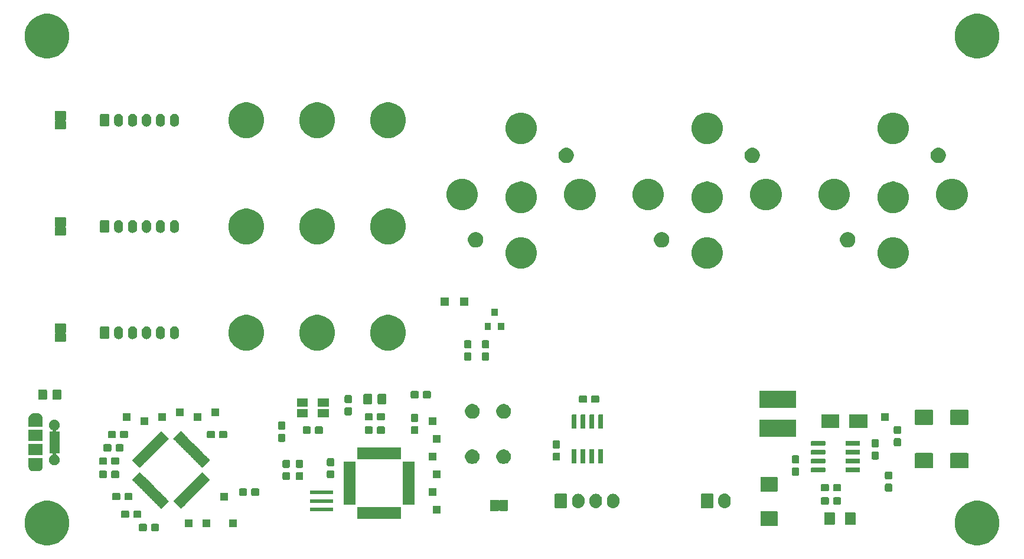
<source format=gbr>
G04 #@! TF.GenerationSoftware,KiCad,Pcbnew,(5.1.2)-1*
G04 #@! TF.CreationDate,2019-06-10T17:23:03-04:00*
G04 #@! TF.ProjectId,pev_uvw_sw,7065765f-7576-4775-9f73-772e6b696361,rev?*
G04 #@! TF.SameCoordinates,Original*
G04 #@! TF.FileFunction,Soldermask,Top*
G04 #@! TF.FilePolarity,Negative*
%FSLAX46Y46*%
G04 Gerber Fmt 4.6, Leading zero omitted, Abs format (unit mm)*
G04 Created by KiCad (PCBNEW (5.1.2)-1) date 2019-06-10 17:23:03*
%MOMM*%
%LPD*%
G04 APERTURE LIST*
%ADD10C,0.100000*%
G04 APERTURE END LIST*
D10*
G36*
X137458404Y-69947974D02*
G01*
X138040767Y-70189196D01*
X138097174Y-70226886D01*
X138564881Y-70539398D01*
X139010602Y-70985119D01*
X139209203Y-71282346D01*
X139360804Y-71509233D01*
X139602026Y-72091596D01*
X139725000Y-72709826D01*
X139725000Y-73340174D01*
X139602026Y-73958404D01*
X139360804Y-74540767D01*
X139360803Y-74540768D01*
X139010602Y-75064881D01*
X138564881Y-75510602D01*
X138214679Y-75744599D01*
X138040767Y-75860804D01*
X137458404Y-76102026D01*
X136840174Y-76225000D01*
X136209826Y-76225000D01*
X135591596Y-76102026D01*
X135009233Y-75860804D01*
X134835321Y-75744599D01*
X134485119Y-75510602D01*
X134039398Y-75064881D01*
X133689197Y-74540768D01*
X133689196Y-74540767D01*
X133447974Y-73958404D01*
X133325000Y-73340174D01*
X133325000Y-72709826D01*
X133447974Y-72091596D01*
X133689196Y-71509233D01*
X133840797Y-71282346D01*
X134039398Y-70985119D01*
X134485119Y-70539398D01*
X134952826Y-70226886D01*
X135009233Y-70189196D01*
X135591596Y-69947974D01*
X136209826Y-69825000D01*
X136840174Y-69825000D01*
X137458404Y-69947974D01*
X137458404Y-69947974D01*
G37*
G36*
X4108404Y-69947974D02*
G01*
X4690767Y-70189196D01*
X4747174Y-70226886D01*
X5214881Y-70539398D01*
X5660602Y-70985119D01*
X5859203Y-71282346D01*
X6010804Y-71509233D01*
X6252026Y-72091596D01*
X6375000Y-72709826D01*
X6375000Y-73340174D01*
X6252026Y-73958404D01*
X6010804Y-74540767D01*
X6010803Y-74540768D01*
X5660602Y-75064881D01*
X5214881Y-75510602D01*
X4864679Y-75744599D01*
X4690767Y-75860804D01*
X4108404Y-76102026D01*
X3490174Y-76225000D01*
X2859826Y-76225000D01*
X2241596Y-76102026D01*
X1659233Y-75860804D01*
X1485321Y-75744599D01*
X1135119Y-75510602D01*
X689398Y-75064881D01*
X339197Y-74540768D01*
X339196Y-74540767D01*
X97974Y-73958404D01*
X-25000Y-73340174D01*
X-25000Y-72709826D01*
X97974Y-72091596D01*
X339196Y-71509233D01*
X490797Y-71282346D01*
X689398Y-70985119D01*
X1135119Y-70539398D01*
X1602826Y-70226886D01*
X1659233Y-70189196D01*
X2241596Y-69947974D01*
X2859826Y-69825000D01*
X3490174Y-69825000D01*
X4108404Y-69947974D01*
X4108404Y-69947974D01*
G37*
G36*
X17319499Y-73138445D02*
G01*
X17356995Y-73149820D01*
X17391554Y-73168292D01*
X17421847Y-73193153D01*
X17446708Y-73223446D01*
X17465180Y-73258005D01*
X17476555Y-73295501D01*
X17481000Y-73340638D01*
X17481000Y-73979362D01*
X17476555Y-74024499D01*
X17465180Y-74061995D01*
X17446708Y-74096554D01*
X17421847Y-74126847D01*
X17391554Y-74151708D01*
X17356995Y-74170180D01*
X17319499Y-74181555D01*
X17274362Y-74186000D01*
X16535638Y-74186000D01*
X16490501Y-74181555D01*
X16453005Y-74170180D01*
X16418446Y-74151708D01*
X16388153Y-74126847D01*
X16363292Y-74096554D01*
X16344820Y-74061995D01*
X16333445Y-74024499D01*
X16329000Y-73979362D01*
X16329000Y-73340638D01*
X16333445Y-73295501D01*
X16344820Y-73258005D01*
X16363292Y-73223446D01*
X16388153Y-73193153D01*
X16418446Y-73168292D01*
X16453005Y-73149820D01*
X16490501Y-73138445D01*
X16535638Y-73134000D01*
X17274362Y-73134000D01*
X17319499Y-73138445D01*
X17319499Y-73138445D01*
G37*
G36*
X19069499Y-73138445D02*
G01*
X19106995Y-73149820D01*
X19141554Y-73168292D01*
X19171847Y-73193153D01*
X19196708Y-73223446D01*
X19215180Y-73258005D01*
X19226555Y-73295501D01*
X19231000Y-73340638D01*
X19231000Y-73979362D01*
X19226555Y-74024499D01*
X19215180Y-74061995D01*
X19196708Y-74096554D01*
X19171847Y-74126847D01*
X19141554Y-74151708D01*
X19106995Y-74170180D01*
X19069499Y-74181555D01*
X19024362Y-74186000D01*
X18285638Y-74186000D01*
X18240501Y-74181555D01*
X18203005Y-74170180D01*
X18168446Y-74151708D01*
X18138153Y-74126847D01*
X18113292Y-74096554D01*
X18094820Y-74061995D01*
X18083445Y-74024499D01*
X18079000Y-73979362D01*
X18079000Y-73340638D01*
X18083445Y-73295501D01*
X18094820Y-73258005D01*
X18113292Y-73223446D01*
X18138153Y-73193153D01*
X18168446Y-73168292D01*
X18203005Y-73149820D01*
X18240501Y-73138445D01*
X18285638Y-73134000D01*
X19024362Y-73134000D01*
X19069499Y-73138445D01*
X19069499Y-73138445D01*
G37*
G36*
X26586000Y-73576000D02*
G01*
X25484000Y-73576000D01*
X25484000Y-72474000D01*
X26586000Y-72474000D01*
X26586000Y-73576000D01*
X26586000Y-73576000D01*
G37*
G36*
X24046000Y-73576000D02*
G01*
X22944000Y-73576000D01*
X22944000Y-72474000D01*
X24046000Y-72474000D01*
X24046000Y-73576000D01*
X24046000Y-73576000D01*
G37*
G36*
X30396000Y-73576000D02*
G01*
X29294000Y-73576000D01*
X29294000Y-72474000D01*
X30396000Y-72474000D01*
X30396000Y-73576000D01*
X30396000Y-73576000D01*
G37*
G36*
X107771132Y-71305310D02*
G01*
X107802423Y-71314802D01*
X107831263Y-71330217D01*
X107856539Y-71350961D01*
X107877283Y-71376237D01*
X107892698Y-71405077D01*
X107902190Y-71436368D01*
X107906000Y-71475051D01*
X107906000Y-73304949D01*
X107902190Y-73343632D01*
X107892698Y-73374923D01*
X107877283Y-73403763D01*
X107856539Y-73429039D01*
X107831263Y-73449783D01*
X107802423Y-73465198D01*
X107771132Y-73474690D01*
X107732449Y-73478500D01*
X105627551Y-73478500D01*
X105588868Y-73474690D01*
X105557577Y-73465198D01*
X105528737Y-73449783D01*
X105503461Y-73429039D01*
X105482717Y-73403763D01*
X105467302Y-73374923D01*
X105457810Y-73343632D01*
X105454000Y-73304949D01*
X105454000Y-71475051D01*
X105457810Y-71436368D01*
X105467302Y-71405077D01*
X105482717Y-71376237D01*
X105503461Y-71350961D01*
X105528737Y-71330217D01*
X105557577Y-71314802D01*
X105588868Y-71305310D01*
X105627551Y-71301500D01*
X107732449Y-71301500D01*
X107771132Y-71305310D01*
X107771132Y-71305310D01*
G37*
G36*
X118940562Y-71468181D02*
G01*
X118975481Y-71478774D01*
X119007663Y-71495976D01*
X119035873Y-71519127D01*
X119059024Y-71547337D01*
X119076226Y-71579519D01*
X119086819Y-71614438D01*
X119091000Y-71656895D01*
X119091000Y-73123105D01*
X119086819Y-73165562D01*
X119076226Y-73200481D01*
X119059024Y-73232663D01*
X119035873Y-73260873D01*
X119007663Y-73284024D01*
X118975481Y-73301226D01*
X118940562Y-73311819D01*
X118898105Y-73316000D01*
X117756895Y-73316000D01*
X117714438Y-73311819D01*
X117679519Y-73301226D01*
X117647337Y-73284024D01*
X117619127Y-73260873D01*
X117595976Y-73232663D01*
X117578774Y-73200481D01*
X117568181Y-73165562D01*
X117564000Y-73123105D01*
X117564000Y-71656895D01*
X117568181Y-71614438D01*
X117578774Y-71579519D01*
X117595976Y-71547337D01*
X117619127Y-71519127D01*
X117647337Y-71495976D01*
X117679519Y-71478774D01*
X117714438Y-71468181D01*
X117756895Y-71464000D01*
X118898105Y-71464000D01*
X118940562Y-71468181D01*
X118940562Y-71468181D01*
G37*
G36*
X115965562Y-71468181D02*
G01*
X116000481Y-71478774D01*
X116032663Y-71495976D01*
X116060873Y-71519127D01*
X116084024Y-71547337D01*
X116101226Y-71579519D01*
X116111819Y-71614438D01*
X116116000Y-71656895D01*
X116116000Y-73123105D01*
X116111819Y-73165562D01*
X116101226Y-73200481D01*
X116084024Y-73232663D01*
X116060873Y-73260873D01*
X116032663Y-73284024D01*
X116000481Y-73301226D01*
X115965562Y-73311819D01*
X115923105Y-73316000D01*
X114781895Y-73316000D01*
X114739438Y-73311819D01*
X114704519Y-73301226D01*
X114672337Y-73284024D01*
X114644127Y-73260873D01*
X114620976Y-73232663D01*
X114603774Y-73200481D01*
X114593181Y-73165562D01*
X114589000Y-73123105D01*
X114589000Y-71656895D01*
X114593181Y-71614438D01*
X114603774Y-71579519D01*
X114620976Y-71547337D01*
X114644127Y-71519127D01*
X114672337Y-71495976D01*
X114704519Y-71478774D01*
X114739438Y-71468181D01*
X114781895Y-71464000D01*
X115923105Y-71464000D01*
X115965562Y-71468181D01*
X115965562Y-71468181D01*
G37*
G36*
X53926000Y-72411000D02*
G01*
X47674000Y-72411000D01*
X47674000Y-70709000D01*
X53926000Y-70709000D01*
X53926000Y-72411000D01*
X53926000Y-72411000D01*
G37*
G36*
X14779499Y-71233445D02*
G01*
X14816995Y-71244820D01*
X14851554Y-71263292D01*
X14881847Y-71288153D01*
X14906708Y-71318446D01*
X14925180Y-71353005D01*
X14936555Y-71390501D01*
X14941000Y-71435638D01*
X14941000Y-72074362D01*
X14936555Y-72119499D01*
X14925180Y-72156995D01*
X14906708Y-72191554D01*
X14881847Y-72221847D01*
X14851554Y-72246708D01*
X14816995Y-72265180D01*
X14779499Y-72276555D01*
X14734362Y-72281000D01*
X13995638Y-72281000D01*
X13950501Y-72276555D01*
X13913005Y-72265180D01*
X13878446Y-72246708D01*
X13848153Y-72221847D01*
X13823292Y-72191554D01*
X13804820Y-72156995D01*
X13793445Y-72119499D01*
X13789000Y-72074362D01*
X13789000Y-71435638D01*
X13793445Y-71390501D01*
X13804820Y-71353005D01*
X13823292Y-71318446D01*
X13848153Y-71288153D01*
X13878446Y-71263292D01*
X13913005Y-71244820D01*
X13950501Y-71233445D01*
X13995638Y-71229000D01*
X14734362Y-71229000D01*
X14779499Y-71233445D01*
X14779499Y-71233445D01*
G37*
G36*
X16529499Y-71233445D02*
G01*
X16566995Y-71244820D01*
X16601554Y-71263292D01*
X16631847Y-71288153D01*
X16656708Y-71318446D01*
X16675180Y-71353005D01*
X16686555Y-71390501D01*
X16691000Y-71435638D01*
X16691000Y-72074362D01*
X16686555Y-72119499D01*
X16675180Y-72156995D01*
X16656708Y-72191554D01*
X16631847Y-72221847D01*
X16601554Y-72246708D01*
X16566995Y-72265180D01*
X16529499Y-72276555D01*
X16484362Y-72281000D01*
X15745638Y-72281000D01*
X15700501Y-72276555D01*
X15663005Y-72265180D01*
X15628446Y-72246708D01*
X15598153Y-72221847D01*
X15573292Y-72191554D01*
X15554820Y-72156995D01*
X15543445Y-72119499D01*
X15539000Y-72074362D01*
X15539000Y-71435638D01*
X15543445Y-71390501D01*
X15554820Y-71353005D01*
X15573292Y-71318446D01*
X15598153Y-71288153D01*
X15628446Y-71263292D01*
X15663005Y-71244820D01*
X15700501Y-71233445D01*
X15745638Y-71229000D01*
X16484362Y-71229000D01*
X16529499Y-71233445D01*
X16529499Y-71233445D01*
G37*
G36*
X59606000Y-71671000D02*
G01*
X58504000Y-71671000D01*
X58504000Y-70569000D01*
X59606000Y-70569000D01*
X59606000Y-71671000D01*
X59606000Y-71671000D01*
G37*
G36*
X44196000Y-71301000D02*
G01*
X40894000Y-71301000D01*
X40894000Y-70799000D01*
X44196000Y-70799000D01*
X44196000Y-71301000D01*
X44196000Y-71301000D01*
G37*
G36*
X67879999Y-69684737D02*
G01*
X67889608Y-69687652D01*
X67898472Y-69692390D01*
X67906237Y-69698763D01*
X67916884Y-69711737D01*
X67923053Y-69720968D01*
X67940381Y-69738294D01*
X67960756Y-69751907D01*
X67983395Y-69761283D01*
X68007428Y-69766063D01*
X68031932Y-69766062D01*
X68055965Y-69761280D01*
X68078604Y-69751902D01*
X68098978Y-69738287D01*
X68116304Y-69720959D01*
X68123175Y-69711683D01*
X68133726Y-69698800D01*
X68136307Y-69696677D01*
X68141484Y-69692419D01*
X68150339Y-69687674D01*
X68153377Y-69686749D01*
X68159915Y-69684758D01*
X68159918Y-69684758D01*
X68159950Y-69684748D01*
X68170000Y-69683753D01*
X68170065Y-69683753D01*
X68176175Y-69683148D01*
X69163860Y-69683148D01*
X69179999Y-69684737D01*
X69189608Y-69687652D01*
X69198472Y-69692390D01*
X69206237Y-69698763D01*
X69212610Y-69706528D01*
X69217348Y-69715392D01*
X69220263Y-69725001D01*
X69221852Y-69741140D01*
X69221852Y-71228860D01*
X69220263Y-71244999D01*
X69217348Y-71254608D01*
X69212610Y-71263472D01*
X69206237Y-71271237D01*
X69198472Y-71277610D01*
X69189608Y-71282348D01*
X69179999Y-71285263D01*
X69163860Y-71286852D01*
X68176140Y-71286852D01*
X68160001Y-71285263D01*
X68150392Y-71282348D01*
X68141528Y-71277610D01*
X68133788Y-71271258D01*
X68133787Y-71271257D01*
X68133763Y-71271237D01*
X68127360Y-71263427D01*
X68127323Y-71263372D01*
X68119520Y-71253853D01*
X68119489Y-71253878D01*
X68108147Y-71240028D01*
X68089221Y-71224463D01*
X68067623Y-71212889D01*
X68044181Y-71205751D01*
X68019798Y-71203324D01*
X67995409Y-71205700D01*
X67971953Y-71212789D01*
X67950330Y-71224318D01*
X67931372Y-71239843D01*
X67915807Y-71258769D01*
X67913971Y-71261825D01*
X67912582Y-71263514D01*
X67912581Y-71263516D01*
X67907485Y-71269712D01*
X67906200Y-71271274D01*
X67898425Y-71277642D01*
X67892517Y-71280791D01*
X67889562Y-71282367D01*
X67879981Y-71285262D01*
X67879915Y-71285282D01*
X67863887Y-71286852D01*
X66726140Y-71286852D01*
X66710001Y-71285263D01*
X66700392Y-71282348D01*
X66691528Y-71277610D01*
X66683763Y-71271237D01*
X66677390Y-71263472D01*
X66672652Y-71254608D01*
X66669737Y-71244999D01*
X66668148Y-71228860D01*
X66668148Y-69741140D01*
X66669737Y-69725001D01*
X66672652Y-69715392D01*
X66677390Y-69706528D01*
X66683763Y-69698763D01*
X66691528Y-69692390D01*
X66700392Y-69687652D01*
X66710001Y-69684737D01*
X66726140Y-69683148D01*
X67863860Y-69683148D01*
X67879999Y-69684737D01*
X67879999Y-69684737D01*
G37*
G36*
X25434746Y-65721169D02*
G01*
X25441761Y-65723297D01*
X25448227Y-65726754D01*
X25458661Y-65735316D01*
X26511348Y-66788003D01*
X26519910Y-66798437D01*
X26523367Y-66804903D01*
X26525495Y-66811918D01*
X26526213Y-66819213D01*
X26525495Y-66826508D01*
X26523367Y-66833523D01*
X26519910Y-66839989D01*
X26511348Y-66850423D01*
X26289511Y-67072260D01*
X26279077Y-67080822D01*
X26272610Y-67084279D01*
X26257674Y-67088810D01*
X26235035Y-67098187D01*
X26214661Y-67111801D01*
X26197334Y-67129128D01*
X26183720Y-67149503D01*
X26174344Y-67172140D01*
X26169813Y-67187076D01*
X26166356Y-67193543D01*
X26157794Y-67203977D01*
X25935957Y-67425814D01*
X25925523Y-67434376D01*
X25919057Y-67437833D01*
X25904120Y-67442364D01*
X25881481Y-67451742D01*
X25861107Y-67465356D01*
X25843780Y-67482683D01*
X25830167Y-67503058D01*
X25820791Y-67525693D01*
X25816260Y-67540630D01*
X25812803Y-67547096D01*
X25804241Y-67557530D01*
X25582404Y-67779367D01*
X25571970Y-67787929D01*
X25565503Y-67791386D01*
X25550567Y-67795917D01*
X25527928Y-67805294D01*
X25507554Y-67818908D01*
X25490227Y-67836235D01*
X25476613Y-67856610D01*
X25467237Y-67879247D01*
X25462706Y-67894183D01*
X25459249Y-67900650D01*
X25450687Y-67911084D01*
X25228850Y-68132921D01*
X25218416Y-68141483D01*
X25211950Y-68144940D01*
X25197013Y-68149471D01*
X25174374Y-68158849D01*
X25154000Y-68172463D01*
X25136673Y-68189790D01*
X25123060Y-68210165D01*
X25113684Y-68232800D01*
X25109153Y-68247737D01*
X25105696Y-68254203D01*
X25097134Y-68264637D01*
X24875297Y-68486474D01*
X24864863Y-68495036D01*
X24858397Y-68498493D01*
X24843460Y-68503024D01*
X24820821Y-68512402D01*
X24800447Y-68526016D01*
X24783120Y-68543343D01*
X24769507Y-68563718D01*
X24760131Y-68586353D01*
X24755600Y-68601290D01*
X24752143Y-68607756D01*
X24743581Y-68618190D01*
X24521744Y-68840027D01*
X24511310Y-68848589D01*
X24504843Y-68852046D01*
X24489907Y-68856577D01*
X24467268Y-68865954D01*
X24446894Y-68879568D01*
X24429567Y-68896895D01*
X24415953Y-68917270D01*
X24406577Y-68939907D01*
X24402046Y-68954843D01*
X24398589Y-68961310D01*
X24390027Y-68971744D01*
X24168190Y-69193581D01*
X24157756Y-69202143D01*
X24151290Y-69205600D01*
X24136353Y-69210131D01*
X24113714Y-69219509D01*
X24093340Y-69233123D01*
X24076013Y-69250450D01*
X24062400Y-69270825D01*
X24053024Y-69293460D01*
X24048493Y-69308397D01*
X24045036Y-69314863D01*
X24036474Y-69325297D01*
X23814637Y-69547134D01*
X23804203Y-69555696D01*
X23797737Y-69559153D01*
X23782800Y-69563684D01*
X23760161Y-69573062D01*
X23739787Y-69586676D01*
X23722460Y-69604003D01*
X23708847Y-69624378D01*
X23699471Y-69647013D01*
X23694940Y-69661950D01*
X23691483Y-69668416D01*
X23682921Y-69678850D01*
X23461084Y-69900687D01*
X23450650Y-69909249D01*
X23444183Y-69912706D01*
X23429247Y-69917237D01*
X23406608Y-69926614D01*
X23386234Y-69940228D01*
X23368907Y-69957555D01*
X23355293Y-69977930D01*
X23345917Y-70000567D01*
X23341386Y-70015503D01*
X23337929Y-70021970D01*
X23329367Y-70032404D01*
X23107530Y-70254241D01*
X23097096Y-70262803D01*
X23090630Y-70266260D01*
X23075693Y-70270791D01*
X23053054Y-70280169D01*
X23032680Y-70293783D01*
X23015353Y-70311110D01*
X23001740Y-70331485D01*
X22992364Y-70354120D01*
X22987833Y-70369057D01*
X22984376Y-70375523D01*
X22975814Y-70385957D01*
X22753977Y-70607794D01*
X22743543Y-70616356D01*
X22737076Y-70619813D01*
X22722140Y-70624344D01*
X22699501Y-70633721D01*
X22679127Y-70647335D01*
X22661800Y-70664662D01*
X22648186Y-70685037D01*
X22638810Y-70707674D01*
X22634279Y-70722610D01*
X22630822Y-70729077D01*
X22622260Y-70739511D01*
X22400423Y-70961348D01*
X22389989Y-70969910D01*
X22383523Y-70973367D01*
X22376508Y-70975495D01*
X22369213Y-70976213D01*
X22361918Y-70975495D01*
X22354903Y-70973367D01*
X22348437Y-70969910D01*
X22338003Y-70961348D01*
X21285316Y-69908661D01*
X21276754Y-69898227D01*
X21273297Y-69891761D01*
X21271169Y-69884746D01*
X21270451Y-69877451D01*
X21271169Y-69870156D01*
X21273297Y-69863141D01*
X21276754Y-69856675D01*
X21285316Y-69846241D01*
X21507153Y-69624404D01*
X21517587Y-69615842D01*
X21524054Y-69612385D01*
X21538990Y-69607854D01*
X21561629Y-69598477D01*
X21582003Y-69584863D01*
X21599330Y-69567536D01*
X21612944Y-69547161D01*
X21622320Y-69524524D01*
X21626851Y-69509588D01*
X21630308Y-69503121D01*
X21638870Y-69492687D01*
X21860707Y-69270850D01*
X21871141Y-69262288D01*
X21877607Y-69258831D01*
X21892544Y-69254300D01*
X21915183Y-69244922D01*
X21935557Y-69231308D01*
X21952884Y-69213981D01*
X21966497Y-69193606D01*
X21975873Y-69170971D01*
X21980404Y-69156034D01*
X21983861Y-69149568D01*
X21992423Y-69139134D01*
X22214260Y-68917297D01*
X22224694Y-68908735D01*
X22231161Y-68905278D01*
X22246097Y-68900747D01*
X22268736Y-68891370D01*
X22289110Y-68877756D01*
X22306437Y-68860429D01*
X22320051Y-68840054D01*
X22329427Y-68817417D01*
X22333958Y-68802481D01*
X22337415Y-68796014D01*
X22345977Y-68785580D01*
X22567814Y-68563743D01*
X22578248Y-68555181D01*
X22584714Y-68551724D01*
X22599651Y-68547193D01*
X22622290Y-68537815D01*
X22642664Y-68524201D01*
X22659991Y-68506874D01*
X22673604Y-68486499D01*
X22682980Y-68463864D01*
X22687511Y-68448927D01*
X22690968Y-68442461D01*
X22699530Y-68432027D01*
X22921367Y-68210190D01*
X22931801Y-68201628D01*
X22938267Y-68198171D01*
X22953204Y-68193640D01*
X22975843Y-68184262D01*
X22996217Y-68170648D01*
X23013544Y-68153321D01*
X23027157Y-68132946D01*
X23036533Y-68110311D01*
X23041064Y-68095374D01*
X23044521Y-68088908D01*
X23053083Y-68078474D01*
X23274920Y-67856637D01*
X23285354Y-67848075D01*
X23291821Y-67844618D01*
X23306757Y-67840087D01*
X23329396Y-67830710D01*
X23349770Y-67817096D01*
X23367097Y-67799769D01*
X23380711Y-67779394D01*
X23390087Y-67756757D01*
X23394618Y-67741821D01*
X23398075Y-67735354D01*
X23406637Y-67724920D01*
X23628474Y-67503083D01*
X23638908Y-67494521D01*
X23645374Y-67491064D01*
X23660311Y-67486533D01*
X23682950Y-67477155D01*
X23703324Y-67463541D01*
X23720651Y-67446214D01*
X23734264Y-67425839D01*
X23743640Y-67403204D01*
X23748171Y-67388267D01*
X23751628Y-67381801D01*
X23760190Y-67371367D01*
X23982027Y-67149530D01*
X23992461Y-67140968D01*
X23998927Y-67137511D01*
X24013864Y-67132980D01*
X24036503Y-67123602D01*
X24056877Y-67109988D01*
X24074204Y-67092661D01*
X24087817Y-67072286D01*
X24097193Y-67049651D01*
X24101724Y-67034714D01*
X24105181Y-67028248D01*
X24113743Y-67017814D01*
X24335580Y-66795977D01*
X24346014Y-66787415D01*
X24352481Y-66783958D01*
X24367417Y-66779427D01*
X24390056Y-66770050D01*
X24410430Y-66756436D01*
X24427757Y-66739109D01*
X24441371Y-66718734D01*
X24450747Y-66696097D01*
X24455278Y-66681161D01*
X24458735Y-66674694D01*
X24467297Y-66664260D01*
X24689134Y-66442423D01*
X24699568Y-66433861D01*
X24706034Y-66430404D01*
X24720971Y-66425873D01*
X24743610Y-66416495D01*
X24763984Y-66402881D01*
X24781311Y-66385554D01*
X24794924Y-66365179D01*
X24804300Y-66342544D01*
X24808831Y-66327607D01*
X24812288Y-66321141D01*
X24820850Y-66310707D01*
X25042687Y-66088870D01*
X25053121Y-66080308D01*
X25059588Y-66076851D01*
X25074524Y-66072320D01*
X25097163Y-66062943D01*
X25117537Y-66049329D01*
X25134864Y-66032002D01*
X25148478Y-66011627D01*
X25157854Y-65988990D01*
X25162385Y-65974054D01*
X25165842Y-65967587D01*
X25174404Y-65957153D01*
X25396241Y-65735316D01*
X25406675Y-65726754D01*
X25413141Y-65723297D01*
X25420156Y-65721169D01*
X25427451Y-65720451D01*
X25434746Y-65721169D01*
X25434746Y-65721169D01*
G37*
G36*
X16489844Y-65721169D02*
G01*
X16496859Y-65723297D01*
X16503325Y-65726754D01*
X16513759Y-65735316D01*
X16735596Y-65957153D01*
X16744158Y-65967587D01*
X16747615Y-65974054D01*
X16752146Y-65988990D01*
X16761523Y-66011629D01*
X16775137Y-66032003D01*
X16792464Y-66049330D01*
X16812839Y-66062944D01*
X16835476Y-66072320D01*
X16850412Y-66076851D01*
X16856879Y-66080308D01*
X16867313Y-66088870D01*
X17089150Y-66310707D01*
X17097712Y-66321141D01*
X17101169Y-66327607D01*
X17105700Y-66342544D01*
X17115078Y-66365183D01*
X17128692Y-66385557D01*
X17146019Y-66402884D01*
X17166394Y-66416497D01*
X17189029Y-66425873D01*
X17203966Y-66430404D01*
X17210432Y-66433861D01*
X17220866Y-66442423D01*
X17442703Y-66664260D01*
X17451265Y-66674694D01*
X17454722Y-66681161D01*
X17459253Y-66696097D01*
X17468630Y-66718736D01*
X17482244Y-66739110D01*
X17499571Y-66756437D01*
X17519946Y-66770051D01*
X17542583Y-66779427D01*
X17557519Y-66783958D01*
X17563986Y-66787415D01*
X17574420Y-66795977D01*
X17796257Y-67017814D01*
X17804819Y-67028248D01*
X17808276Y-67034714D01*
X17812807Y-67049651D01*
X17822185Y-67072290D01*
X17835799Y-67092664D01*
X17853126Y-67109991D01*
X17873501Y-67123604D01*
X17896136Y-67132980D01*
X17911073Y-67137511D01*
X17917539Y-67140968D01*
X17927973Y-67149530D01*
X18149810Y-67371367D01*
X18158372Y-67381801D01*
X18161829Y-67388267D01*
X18166360Y-67403204D01*
X18175738Y-67425843D01*
X18189352Y-67446217D01*
X18206679Y-67463544D01*
X18227054Y-67477157D01*
X18249689Y-67486533D01*
X18264626Y-67491064D01*
X18271092Y-67494521D01*
X18281526Y-67503083D01*
X18503363Y-67724920D01*
X18511925Y-67735354D01*
X18515382Y-67741821D01*
X18519913Y-67756757D01*
X18529290Y-67779396D01*
X18542904Y-67799770D01*
X18560231Y-67817097D01*
X18580606Y-67830711D01*
X18603243Y-67840087D01*
X18618179Y-67844618D01*
X18624646Y-67848075D01*
X18635080Y-67856637D01*
X18856917Y-68078474D01*
X18865479Y-68088908D01*
X18868936Y-68095374D01*
X18873467Y-68110311D01*
X18882845Y-68132950D01*
X18896459Y-68153324D01*
X18913786Y-68170651D01*
X18934161Y-68184264D01*
X18956796Y-68193640D01*
X18971733Y-68198171D01*
X18978199Y-68201628D01*
X18988633Y-68210190D01*
X19210470Y-68432027D01*
X19219032Y-68442461D01*
X19222489Y-68448927D01*
X19227020Y-68463864D01*
X19236398Y-68486503D01*
X19250012Y-68506877D01*
X19267339Y-68524204D01*
X19287714Y-68537817D01*
X19310349Y-68547193D01*
X19325286Y-68551724D01*
X19331752Y-68555181D01*
X19342186Y-68563743D01*
X19564023Y-68785580D01*
X19572585Y-68796014D01*
X19576042Y-68802481D01*
X19580573Y-68817417D01*
X19589950Y-68840056D01*
X19603564Y-68860430D01*
X19620891Y-68877757D01*
X19641266Y-68891371D01*
X19663903Y-68900747D01*
X19678839Y-68905278D01*
X19685306Y-68908735D01*
X19695740Y-68917297D01*
X19917577Y-69139134D01*
X19926139Y-69149568D01*
X19929596Y-69156034D01*
X19934127Y-69170971D01*
X19943505Y-69193610D01*
X19957119Y-69213984D01*
X19974446Y-69231311D01*
X19994821Y-69244924D01*
X20017456Y-69254300D01*
X20032393Y-69258831D01*
X20038859Y-69262288D01*
X20049293Y-69270850D01*
X20271130Y-69492687D01*
X20279692Y-69503121D01*
X20283149Y-69509588D01*
X20287680Y-69524524D01*
X20297057Y-69547163D01*
X20310671Y-69567537D01*
X20327998Y-69584864D01*
X20348373Y-69598478D01*
X20371010Y-69607854D01*
X20385946Y-69612385D01*
X20392413Y-69615842D01*
X20402847Y-69624404D01*
X20624684Y-69846241D01*
X20633246Y-69856675D01*
X20636703Y-69863141D01*
X20638831Y-69870156D01*
X20639549Y-69877451D01*
X20638831Y-69884746D01*
X20636703Y-69891761D01*
X20633246Y-69898227D01*
X20624684Y-69908661D01*
X19571997Y-70961348D01*
X19561563Y-70969910D01*
X19555097Y-70973367D01*
X19548082Y-70975495D01*
X19540787Y-70976213D01*
X19533492Y-70975495D01*
X19526477Y-70973367D01*
X19520011Y-70969910D01*
X19509577Y-70961348D01*
X19287740Y-70739511D01*
X19279178Y-70729077D01*
X19275721Y-70722610D01*
X19271190Y-70707674D01*
X19261813Y-70685035D01*
X19248199Y-70664661D01*
X19230872Y-70647334D01*
X19210497Y-70633720D01*
X19187860Y-70624344D01*
X19172924Y-70619813D01*
X19166457Y-70616356D01*
X19156023Y-70607794D01*
X18934186Y-70385957D01*
X18925624Y-70375523D01*
X18922167Y-70369057D01*
X18917636Y-70354120D01*
X18908258Y-70331481D01*
X18894644Y-70311107D01*
X18877317Y-70293780D01*
X18856942Y-70280167D01*
X18834307Y-70270791D01*
X18819370Y-70266260D01*
X18812904Y-70262803D01*
X18802470Y-70254241D01*
X18580633Y-70032404D01*
X18572071Y-70021970D01*
X18568614Y-70015503D01*
X18564083Y-70000567D01*
X18554706Y-69977928D01*
X18541092Y-69957554D01*
X18523765Y-69940227D01*
X18503390Y-69926613D01*
X18480753Y-69917237D01*
X18465817Y-69912706D01*
X18459350Y-69909249D01*
X18448916Y-69900687D01*
X18227079Y-69678850D01*
X18218517Y-69668416D01*
X18215060Y-69661950D01*
X18210529Y-69647013D01*
X18201151Y-69624374D01*
X18187537Y-69604000D01*
X18170210Y-69586673D01*
X18149835Y-69573060D01*
X18127200Y-69563684D01*
X18112263Y-69559153D01*
X18105797Y-69555696D01*
X18095363Y-69547134D01*
X17873526Y-69325297D01*
X17864964Y-69314863D01*
X17861507Y-69308397D01*
X17856976Y-69293460D01*
X17847598Y-69270821D01*
X17833984Y-69250447D01*
X17816657Y-69233120D01*
X17796282Y-69219507D01*
X17773647Y-69210131D01*
X17758710Y-69205600D01*
X17752244Y-69202143D01*
X17741810Y-69193581D01*
X17519973Y-68971744D01*
X17511411Y-68961310D01*
X17507954Y-68954843D01*
X17503423Y-68939907D01*
X17494046Y-68917268D01*
X17480432Y-68896894D01*
X17463105Y-68879567D01*
X17442730Y-68865953D01*
X17420093Y-68856577D01*
X17405157Y-68852046D01*
X17398690Y-68848589D01*
X17388256Y-68840027D01*
X17166419Y-68618190D01*
X17157857Y-68607756D01*
X17154400Y-68601290D01*
X17149869Y-68586353D01*
X17140491Y-68563714D01*
X17126877Y-68543340D01*
X17109550Y-68526013D01*
X17089175Y-68512400D01*
X17066540Y-68503024D01*
X17051603Y-68498493D01*
X17045137Y-68495036D01*
X17034703Y-68486474D01*
X16812866Y-68264637D01*
X16804304Y-68254203D01*
X16800847Y-68247737D01*
X16796316Y-68232800D01*
X16786938Y-68210161D01*
X16773324Y-68189787D01*
X16755997Y-68172460D01*
X16735622Y-68158847D01*
X16712987Y-68149471D01*
X16698050Y-68144940D01*
X16691584Y-68141483D01*
X16681150Y-68132921D01*
X16459313Y-67911084D01*
X16450751Y-67900650D01*
X16447294Y-67894183D01*
X16442763Y-67879247D01*
X16433386Y-67856608D01*
X16419772Y-67836234D01*
X16402445Y-67818907D01*
X16382070Y-67805293D01*
X16359433Y-67795917D01*
X16344497Y-67791386D01*
X16338030Y-67787929D01*
X16327596Y-67779367D01*
X16105759Y-67557530D01*
X16097197Y-67547096D01*
X16093740Y-67540630D01*
X16089209Y-67525693D01*
X16079831Y-67503054D01*
X16066217Y-67482680D01*
X16048890Y-67465353D01*
X16028515Y-67451740D01*
X16005880Y-67442364D01*
X15990943Y-67437833D01*
X15984477Y-67434376D01*
X15974043Y-67425814D01*
X15752206Y-67203977D01*
X15743644Y-67193543D01*
X15740187Y-67187076D01*
X15735656Y-67172140D01*
X15726279Y-67149501D01*
X15712665Y-67129127D01*
X15695338Y-67111800D01*
X15674963Y-67098186D01*
X15652326Y-67088810D01*
X15637390Y-67084279D01*
X15630923Y-67080822D01*
X15620489Y-67072260D01*
X15398652Y-66850423D01*
X15390090Y-66839989D01*
X15386633Y-66833523D01*
X15384505Y-66826508D01*
X15383787Y-66819213D01*
X15384505Y-66811918D01*
X15386633Y-66804903D01*
X15390090Y-66798437D01*
X15398652Y-66788003D01*
X16451339Y-65735316D01*
X16461773Y-65726754D01*
X16468239Y-65723297D01*
X16475254Y-65721169D01*
X16482549Y-65720451D01*
X16489844Y-65721169D01*
X16489844Y-65721169D01*
G37*
G36*
X100466626Y-68812037D02*
G01*
X100636465Y-68863557D01*
X100636467Y-68863558D01*
X100792989Y-68947221D01*
X100930186Y-69059814D01*
X101013448Y-69161271D01*
X101042778Y-69197009D01*
X101126443Y-69353534D01*
X101177963Y-69523373D01*
X101181933Y-69563684D01*
X101185412Y-69599000D01*
X101191000Y-69655742D01*
X101191000Y-70044257D01*
X101177963Y-70176626D01*
X101126443Y-70346466D01*
X101042778Y-70502991D01*
X101034213Y-70513427D01*
X100930186Y-70640186D01*
X100842178Y-70712411D01*
X100792991Y-70752778D01*
X100636466Y-70836443D01*
X100466627Y-70887963D01*
X100290000Y-70905359D01*
X100113374Y-70887963D01*
X99943535Y-70836443D01*
X99787010Y-70752778D01*
X99649815Y-70640185D01*
X99537222Y-70502991D01*
X99453557Y-70346466D01*
X99402037Y-70176627D01*
X99395519Y-70110443D01*
X99389000Y-70044260D01*
X99389000Y-69655741D01*
X99397687Y-69567537D01*
X99402037Y-69523374D01*
X99453557Y-69353535D01*
X99474228Y-69314863D01*
X99537221Y-69197011D01*
X99649814Y-69059814D01*
X99763641Y-68966400D01*
X99787009Y-68947222D01*
X99933985Y-68868661D01*
X99943532Y-68863558D01*
X99943534Y-68863557D01*
X100113373Y-68812037D01*
X100290000Y-68794641D01*
X100466626Y-68812037D01*
X100466626Y-68812037D01*
G37*
G36*
X98548600Y-68802989D02*
G01*
X98581652Y-68813015D01*
X98612103Y-68829292D01*
X98638799Y-68851201D01*
X98660708Y-68877897D01*
X98676985Y-68908348D01*
X98687011Y-68941400D01*
X98691000Y-68981903D01*
X98691000Y-70718097D01*
X98687011Y-70758600D01*
X98676985Y-70791652D01*
X98660708Y-70822103D01*
X98638799Y-70848799D01*
X98612103Y-70870708D01*
X98581652Y-70886985D01*
X98548600Y-70897011D01*
X98508097Y-70901000D01*
X97071903Y-70901000D01*
X97031400Y-70897011D01*
X96998348Y-70886985D01*
X96967897Y-70870708D01*
X96941201Y-70848799D01*
X96919292Y-70822103D01*
X96903015Y-70791652D01*
X96892989Y-70758600D01*
X96889000Y-70718097D01*
X96889000Y-68981903D01*
X96892989Y-68941400D01*
X96903015Y-68908348D01*
X96919292Y-68877897D01*
X96941201Y-68851201D01*
X96967897Y-68829292D01*
X96998348Y-68813015D01*
X97031400Y-68802989D01*
X97071903Y-68799000D01*
X98508097Y-68799000D01*
X98548600Y-68802989D01*
X98548600Y-68802989D01*
G37*
G36*
X79511626Y-68837037D02*
G01*
X79681465Y-68888557D01*
X79681467Y-68888558D01*
X79837989Y-68972221D01*
X79975186Y-69084814D01*
X80054313Y-69181232D01*
X80087778Y-69222009D01*
X80171443Y-69378534D01*
X80222963Y-69548373D01*
X80226557Y-69584863D01*
X80236000Y-69680740D01*
X80236000Y-70019259D01*
X80232280Y-70057029D01*
X80222963Y-70151626D01*
X80171443Y-70321466D01*
X80087778Y-70477991D01*
X80058696Y-70513427D01*
X79975186Y-70615186D01*
X79890073Y-70685035D01*
X79837991Y-70727778D01*
X79681466Y-70811443D01*
X79511627Y-70862963D01*
X79335000Y-70880359D01*
X79158374Y-70862963D01*
X78988535Y-70811443D01*
X78832010Y-70727778D01*
X78694815Y-70615185D01*
X78582222Y-70477991D01*
X78498557Y-70321466D01*
X78447037Y-70151627D01*
X78434000Y-70019258D01*
X78434000Y-69680743D01*
X78435624Y-69664258D01*
X78442449Y-69594961D01*
X78447037Y-69548374D01*
X78498557Y-69378535D01*
X78525331Y-69328445D01*
X78582221Y-69222011D01*
X78694814Y-69084814D01*
X78811425Y-68989115D01*
X78832009Y-68972222D01*
X78988534Y-68888557D01*
X79158373Y-68837037D01*
X79335000Y-68819641D01*
X79511626Y-68837037D01*
X79511626Y-68837037D01*
G37*
G36*
X84511626Y-68837037D02*
G01*
X84681465Y-68888557D01*
X84681467Y-68888558D01*
X84837989Y-68972221D01*
X84975186Y-69084814D01*
X85054313Y-69181232D01*
X85087778Y-69222009D01*
X85171443Y-69378534D01*
X85222963Y-69548373D01*
X85226557Y-69584863D01*
X85236000Y-69680740D01*
X85236000Y-70019259D01*
X85232280Y-70057029D01*
X85222963Y-70151626D01*
X85171443Y-70321466D01*
X85087778Y-70477991D01*
X85058696Y-70513427D01*
X84975186Y-70615186D01*
X84890073Y-70685035D01*
X84837991Y-70727778D01*
X84681466Y-70811443D01*
X84511627Y-70862963D01*
X84335000Y-70880359D01*
X84158374Y-70862963D01*
X83988535Y-70811443D01*
X83832010Y-70727778D01*
X83694815Y-70615185D01*
X83582222Y-70477991D01*
X83498557Y-70321466D01*
X83447037Y-70151627D01*
X83434000Y-70019258D01*
X83434000Y-69680743D01*
X83435624Y-69664258D01*
X83442449Y-69594961D01*
X83447037Y-69548374D01*
X83498557Y-69378535D01*
X83525331Y-69328445D01*
X83582221Y-69222011D01*
X83694814Y-69084814D01*
X83811425Y-68989115D01*
X83832009Y-68972222D01*
X83988534Y-68888557D01*
X84158373Y-68837037D01*
X84335000Y-68819641D01*
X84511626Y-68837037D01*
X84511626Y-68837037D01*
G37*
G36*
X82011626Y-68837037D02*
G01*
X82181465Y-68888557D01*
X82181467Y-68888558D01*
X82337989Y-68972221D01*
X82475186Y-69084814D01*
X82554313Y-69181232D01*
X82587778Y-69222009D01*
X82671443Y-69378534D01*
X82722963Y-69548373D01*
X82726557Y-69584863D01*
X82736000Y-69680740D01*
X82736000Y-70019259D01*
X82732280Y-70057029D01*
X82722963Y-70151626D01*
X82671443Y-70321466D01*
X82587778Y-70477991D01*
X82558696Y-70513427D01*
X82475186Y-70615186D01*
X82390073Y-70685035D01*
X82337991Y-70727778D01*
X82181466Y-70811443D01*
X82011627Y-70862963D01*
X81835000Y-70880359D01*
X81658374Y-70862963D01*
X81488535Y-70811443D01*
X81332010Y-70727778D01*
X81194815Y-70615185D01*
X81082222Y-70477991D01*
X80998557Y-70321466D01*
X80947037Y-70151627D01*
X80934000Y-70019258D01*
X80934000Y-69680743D01*
X80935624Y-69664258D01*
X80942449Y-69594961D01*
X80947037Y-69548374D01*
X80998557Y-69378535D01*
X81025331Y-69328445D01*
X81082221Y-69222011D01*
X81194814Y-69084814D01*
X81311425Y-68989115D01*
X81332009Y-68972222D01*
X81488534Y-68888557D01*
X81658373Y-68837037D01*
X81835000Y-68819641D01*
X82011626Y-68837037D01*
X82011626Y-68837037D01*
G37*
G36*
X77593600Y-68827989D02*
G01*
X77626652Y-68838015D01*
X77657103Y-68854292D01*
X77683799Y-68876201D01*
X77705708Y-68902897D01*
X77721985Y-68933348D01*
X77732011Y-68966400D01*
X77736000Y-69006903D01*
X77736000Y-70693097D01*
X77732011Y-70733600D01*
X77721985Y-70766652D01*
X77705708Y-70797103D01*
X77683799Y-70823799D01*
X77657103Y-70845708D01*
X77626652Y-70861985D01*
X77593600Y-70872011D01*
X77553097Y-70876000D01*
X76116903Y-70876000D01*
X76076400Y-70872011D01*
X76043348Y-70861985D01*
X76012897Y-70845708D01*
X75986201Y-70823799D01*
X75964292Y-70797103D01*
X75948015Y-70766652D01*
X75937989Y-70733600D01*
X75934000Y-70693097D01*
X75934000Y-69006903D01*
X75937989Y-68966400D01*
X75948015Y-68933348D01*
X75964292Y-68902897D01*
X75986201Y-68876201D01*
X76012897Y-68854292D01*
X76043348Y-68838015D01*
X76076400Y-68827989D01*
X76116903Y-68824000D01*
X77553097Y-68824000D01*
X77593600Y-68827989D01*
X77593600Y-68827989D01*
G37*
G36*
X55901000Y-70436000D02*
G01*
X54199000Y-70436000D01*
X54199000Y-64184000D01*
X55901000Y-64184000D01*
X55901000Y-70436000D01*
X55901000Y-70436000D01*
G37*
G36*
X47401000Y-70436000D02*
G01*
X45699000Y-70436000D01*
X45699000Y-64184000D01*
X47401000Y-64184000D01*
X47401000Y-70436000D01*
X47401000Y-70436000D01*
G37*
G36*
X115109499Y-69328445D02*
G01*
X115146995Y-69339820D01*
X115181554Y-69358292D01*
X115211847Y-69383153D01*
X115236708Y-69413446D01*
X115255180Y-69448005D01*
X115266555Y-69485501D01*
X115271000Y-69530638D01*
X115271000Y-70169362D01*
X115266555Y-70214499D01*
X115255180Y-70251995D01*
X115236708Y-70286554D01*
X115211847Y-70316847D01*
X115181554Y-70341708D01*
X115146995Y-70360180D01*
X115109499Y-70371555D01*
X115064362Y-70376000D01*
X114325638Y-70376000D01*
X114280501Y-70371555D01*
X114243005Y-70360180D01*
X114208446Y-70341708D01*
X114178153Y-70316847D01*
X114153292Y-70286554D01*
X114134820Y-70251995D01*
X114123445Y-70214499D01*
X114119000Y-70169362D01*
X114119000Y-69530638D01*
X114123445Y-69485501D01*
X114134820Y-69448005D01*
X114153292Y-69413446D01*
X114178153Y-69383153D01*
X114208446Y-69358292D01*
X114243005Y-69339820D01*
X114280501Y-69328445D01*
X114325638Y-69324000D01*
X115064362Y-69324000D01*
X115109499Y-69328445D01*
X115109499Y-69328445D01*
G37*
G36*
X116859499Y-69328445D02*
G01*
X116896995Y-69339820D01*
X116931554Y-69358292D01*
X116961847Y-69383153D01*
X116986708Y-69413446D01*
X117005180Y-69448005D01*
X117016555Y-69485501D01*
X117021000Y-69530638D01*
X117021000Y-70169362D01*
X117016555Y-70214499D01*
X117005180Y-70251995D01*
X116986708Y-70286554D01*
X116961847Y-70316847D01*
X116931554Y-70341708D01*
X116896995Y-70360180D01*
X116859499Y-70371555D01*
X116814362Y-70376000D01*
X116075638Y-70376000D01*
X116030501Y-70371555D01*
X115993005Y-70360180D01*
X115958446Y-70341708D01*
X115928153Y-70316847D01*
X115903292Y-70286554D01*
X115884820Y-70251995D01*
X115873445Y-70214499D01*
X115869000Y-70169362D01*
X115869000Y-69530638D01*
X115873445Y-69485501D01*
X115884820Y-69448005D01*
X115903292Y-69413446D01*
X115928153Y-69383153D01*
X115958446Y-69358292D01*
X115993005Y-69339820D01*
X116030501Y-69328445D01*
X116075638Y-69324000D01*
X116814362Y-69324000D01*
X116859499Y-69328445D01*
X116859499Y-69328445D01*
G37*
G36*
X44196000Y-70101000D02*
G01*
X40894000Y-70101000D01*
X40894000Y-69599000D01*
X44196000Y-69599000D01*
X44196000Y-70101000D01*
X44196000Y-70101000D01*
G37*
G36*
X29126000Y-69766000D02*
G01*
X28024000Y-69766000D01*
X28024000Y-68664000D01*
X29126000Y-68664000D01*
X29126000Y-69766000D01*
X29126000Y-69766000D01*
G37*
G36*
X15259499Y-68693445D02*
G01*
X15296995Y-68704820D01*
X15331554Y-68723292D01*
X15361847Y-68748153D01*
X15386708Y-68778446D01*
X15405180Y-68813005D01*
X15416555Y-68850501D01*
X15421000Y-68895638D01*
X15421000Y-69534362D01*
X15416555Y-69579499D01*
X15405180Y-69616995D01*
X15386708Y-69651554D01*
X15361847Y-69681847D01*
X15331554Y-69706708D01*
X15296995Y-69725180D01*
X15259499Y-69736555D01*
X15214362Y-69741000D01*
X14475638Y-69741000D01*
X14430501Y-69736555D01*
X14393005Y-69725180D01*
X14358446Y-69706708D01*
X14328153Y-69681847D01*
X14303292Y-69651554D01*
X14284820Y-69616995D01*
X14273445Y-69579499D01*
X14269000Y-69534362D01*
X14269000Y-68895638D01*
X14273445Y-68850501D01*
X14284820Y-68813005D01*
X14303292Y-68778446D01*
X14328153Y-68748153D01*
X14358446Y-68723292D01*
X14393005Y-68704820D01*
X14430501Y-68693445D01*
X14475638Y-68689000D01*
X15214362Y-68689000D01*
X15259499Y-68693445D01*
X15259499Y-68693445D01*
G37*
G36*
X13509499Y-68693445D02*
G01*
X13546995Y-68704820D01*
X13581554Y-68723292D01*
X13611847Y-68748153D01*
X13636708Y-68778446D01*
X13655180Y-68813005D01*
X13666555Y-68850501D01*
X13671000Y-68895638D01*
X13671000Y-69534362D01*
X13666555Y-69579499D01*
X13655180Y-69616995D01*
X13636708Y-69651554D01*
X13611847Y-69681847D01*
X13581554Y-69706708D01*
X13546995Y-69725180D01*
X13509499Y-69736555D01*
X13464362Y-69741000D01*
X12725638Y-69741000D01*
X12680501Y-69736555D01*
X12643005Y-69725180D01*
X12608446Y-69706708D01*
X12578153Y-69681847D01*
X12553292Y-69651554D01*
X12534820Y-69616995D01*
X12523445Y-69579499D01*
X12519000Y-69534362D01*
X12519000Y-68895638D01*
X12523445Y-68850501D01*
X12534820Y-68813005D01*
X12553292Y-68778446D01*
X12578153Y-68748153D01*
X12608446Y-68723292D01*
X12643005Y-68704820D01*
X12680501Y-68693445D01*
X12725638Y-68689000D01*
X13464362Y-68689000D01*
X13509499Y-68693445D01*
X13509499Y-68693445D01*
G37*
G36*
X58971000Y-69131000D02*
G01*
X57869000Y-69131000D01*
X57869000Y-68029000D01*
X58971000Y-68029000D01*
X58971000Y-69131000D01*
X58971000Y-69131000D01*
G37*
G36*
X31684499Y-68058445D02*
G01*
X31721995Y-68069820D01*
X31756554Y-68088292D01*
X31786847Y-68113153D01*
X31811708Y-68143446D01*
X31830180Y-68178005D01*
X31841555Y-68215501D01*
X31846000Y-68260638D01*
X31846000Y-68899362D01*
X31841555Y-68944499D01*
X31830180Y-68981995D01*
X31811708Y-69016554D01*
X31786847Y-69046847D01*
X31756554Y-69071708D01*
X31721995Y-69090180D01*
X31684499Y-69101555D01*
X31639362Y-69106000D01*
X30900638Y-69106000D01*
X30855501Y-69101555D01*
X30818005Y-69090180D01*
X30783446Y-69071708D01*
X30753153Y-69046847D01*
X30728292Y-69016554D01*
X30709820Y-68981995D01*
X30698445Y-68944499D01*
X30694000Y-68899362D01*
X30694000Y-68260638D01*
X30698445Y-68215501D01*
X30709820Y-68178005D01*
X30728292Y-68143446D01*
X30753153Y-68113153D01*
X30783446Y-68088292D01*
X30818005Y-68069820D01*
X30855501Y-68058445D01*
X30900638Y-68054000D01*
X31639362Y-68054000D01*
X31684499Y-68058445D01*
X31684499Y-68058445D01*
G37*
G36*
X33434499Y-68058445D02*
G01*
X33471995Y-68069820D01*
X33506554Y-68088292D01*
X33536847Y-68113153D01*
X33561708Y-68143446D01*
X33580180Y-68178005D01*
X33591555Y-68215501D01*
X33596000Y-68260638D01*
X33596000Y-68899362D01*
X33591555Y-68944499D01*
X33580180Y-68981995D01*
X33561708Y-69016554D01*
X33536847Y-69046847D01*
X33506554Y-69071708D01*
X33471995Y-69090180D01*
X33434499Y-69101555D01*
X33389362Y-69106000D01*
X32650638Y-69106000D01*
X32605501Y-69101555D01*
X32568005Y-69090180D01*
X32533446Y-69071708D01*
X32503153Y-69046847D01*
X32478292Y-69016554D01*
X32459820Y-68981995D01*
X32448445Y-68944499D01*
X32444000Y-68899362D01*
X32444000Y-68260638D01*
X32448445Y-68215501D01*
X32459820Y-68178005D01*
X32478292Y-68143446D01*
X32503153Y-68113153D01*
X32533446Y-68088292D01*
X32568005Y-68069820D01*
X32605501Y-68058445D01*
X32650638Y-68054000D01*
X33389362Y-68054000D01*
X33434499Y-68058445D01*
X33434499Y-68058445D01*
G37*
G36*
X44196000Y-68901000D02*
G01*
X40894000Y-68901000D01*
X40894000Y-68399000D01*
X44196000Y-68399000D01*
X44196000Y-68901000D01*
X44196000Y-68901000D01*
G37*
G36*
X107771132Y-66380310D02*
G01*
X107802423Y-66389802D01*
X107831263Y-66405217D01*
X107856539Y-66425961D01*
X107877283Y-66451237D01*
X107892698Y-66480077D01*
X107902190Y-66511368D01*
X107906000Y-66550051D01*
X107906000Y-68379949D01*
X107902190Y-68418632D01*
X107892698Y-68449923D01*
X107877283Y-68478763D01*
X107856539Y-68504039D01*
X107831263Y-68524783D01*
X107802423Y-68540198D01*
X107771132Y-68549690D01*
X107732449Y-68553500D01*
X105627551Y-68553500D01*
X105588868Y-68549690D01*
X105557577Y-68540198D01*
X105528737Y-68524783D01*
X105503461Y-68504039D01*
X105482717Y-68478763D01*
X105467302Y-68449923D01*
X105457810Y-68418632D01*
X105454000Y-68379949D01*
X105454000Y-66550051D01*
X105457810Y-66511368D01*
X105467302Y-66480077D01*
X105482717Y-66451237D01*
X105503461Y-66425961D01*
X105528737Y-66405217D01*
X105557577Y-66389802D01*
X105588868Y-66380310D01*
X105627551Y-66376500D01*
X107732449Y-66376500D01*
X107771132Y-66380310D01*
X107771132Y-66380310D01*
G37*
G36*
X124189499Y-67373445D02*
G01*
X124226995Y-67384820D01*
X124261554Y-67403292D01*
X124291847Y-67428153D01*
X124316708Y-67458446D01*
X124335180Y-67493005D01*
X124346555Y-67530501D01*
X124351000Y-67575638D01*
X124351000Y-68314362D01*
X124346555Y-68359499D01*
X124335180Y-68396995D01*
X124316708Y-68431554D01*
X124291847Y-68461847D01*
X124261554Y-68486708D01*
X124226995Y-68505180D01*
X124189499Y-68516555D01*
X124144362Y-68521000D01*
X123505638Y-68521000D01*
X123460501Y-68516555D01*
X123423005Y-68505180D01*
X123388446Y-68486708D01*
X123358153Y-68461847D01*
X123333292Y-68431554D01*
X123314820Y-68396995D01*
X123303445Y-68359499D01*
X123299000Y-68314362D01*
X123299000Y-67575638D01*
X123303445Y-67530501D01*
X123314820Y-67493005D01*
X123333292Y-67458446D01*
X123358153Y-67428153D01*
X123388446Y-67403292D01*
X123423005Y-67384820D01*
X123460501Y-67373445D01*
X123505638Y-67369000D01*
X124144362Y-67369000D01*
X124189499Y-67373445D01*
X124189499Y-67373445D01*
G37*
G36*
X115109499Y-67423445D02*
G01*
X115146995Y-67434820D01*
X115181554Y-67453292D01*
X115211847Y-67478153D01*
X115236708Y-67508446D01*
X115255180Y-67543005D01*
X115266555Y-67580501D01*
X115271000Y-67625638D01*
X115271000Y-68264362D01*
X115266555Y-68309499D01*
X115255180Y-68346995D01*
X115236708Y-68381554D01*
X115211847Y-68411847D01*
X115181554Y-68436708D01*
X115146995Y-68455180D01*
X115109499Y-68466555D01*
X115064362Y-68471000D01*
X114325638Y-68471000D01*
X114280501Y-68466555D01*
X114243005Y-68455180D01*
X114208446Y-68436708D01*
X114178153Y-68411847D01*
X114153292Y-68381554D01*
X114134820Y-68346995D01*
X114123445Y-68309499D01*
X114119000Y-68264362D01*
X114119000Y-67625638D01*
X114123445Y-67580501D01*
X114134820Y-67543005D01*
X114153292Y-67508446D01*
X114178153Y-67478153D01*
X114208446Y-67453292D01*
X114243005Y-67434820D01*
X114280501Y-67423445D01*
X114325638Y-67419000D01*
X115064362Y-67419000D01*
X115109499Y-67423445D01*
X115109499Y-67423445D01*
G37*
G36*
X116859499Y-67423445D02*
G01*
X116896995Y-67434820D01*
X116931554Y-67453292D01*
X116961847Y-67478153D01*
X116986708Y-67508446D01*
X117005180Y-67543005D01*
X117016555Y-67580501D01*
X117021000Y-67625638D01*
X117021000Y-68264362D01*
X117016555Y-68309499D01*
X117005180Y-68346995D01*
X116986708Y-68381554D01*
X116961847Y-68411847D01*
X116931554Y-68436708D01*
X116896995Y-68455180D01*
X116859499Y-68466555D01*
X116814362Y-68471000D01*
X116075638Y-68471000D01*
X116030501Y-68466555D01*
X115993005Y-68455180D01*
X115958446Y-68436708D01*
X115928153Y-68411847D01*
X115903292Y-68381554D01*
X115884820Y-68346995D01*
X115873445Y-68309499D01*
X115869000Y-68264362D01*
X115869000Y-67625638D01*
X115873445Y-67580501D01*
X115884820Y-67543005D01*
X115903292Y-67508446D01*
X115928153Y-67478153D01*
X115958446Y-67453292D01*
X115993005Y-67434820D01*
X116030501Y-67423445D01*
X116075638Y-67419000D01*
X116814362Y-67419000D01*
X116859499Y-67423445D01*
X116859499Y-67423445D01*
G37*
G36*
X39734499Y-65708445D02*
G01*
X39771995Y-65719820D01*
X39806554Y-65738292D01*
X39836847Y-65763153D01*
X39861708Y-65793446D01*
X39880180Y-65828005D01*
X39891555Y-65865501D01*
X39896000Y-65910638D01*
X39896000Y-66649362D01*
X39891555Y-66694499D01*
X39880180Y-66731995D01*
X39861708Y-66766554D01*
X39836847Y-66796847D01*
X39806554Y-66821708D01*
X39771995Y-66840180D01*
X39734499Y-66851555D01*
X39689362Y-66856000D01*
X39050638Y-66856000D01*
X39005501Y-66851555D01*
X38968005Y-66840180D01*
X38933446Y-66821708D01*
X38903153Y-66796847D01*
X38878292Y-66766554D01*
X38859820Y-66731995D01*
X38848445Y-66694499D01*
X38844000Y-66649362D01*
X38844000Y-65910638D01*
X38848445Y-65865501D01*
X38859820Y-65828005D01*
X38878292Y-65793446D01*
X38903153Y-65763153D01*
X38933446Y-65738292D01*
X38968005Y-65719820D01*
X39005501Y-65708445D01*
X39050638Y-65704000D01*
X39689362Y-65704000D01*
X39734499Y-65708445D01*
X39734499Y-65708445D01*
G37*
G36*
X37829499Y-65708445D02*
G01*
X37866995Y-65719820D01*
X37901554Y-65738292D01*
X37931847Y-65763153D01*
X37956708Y-65793446D01*
X37975180Y-65828005D01*
X37986555Y-65865501D01*
X37991000Y-65910638D01*
X37991000Y-66649362D01*
X37986555Y-66694499D01*
X37975180Y-66731995D01*
X37956708Y-66766554D01*
X37931847Y-66796847D01*
X37901554Y-66821708D01*
X37866995Y-66840180D01*
X37829499Y-66851555D01*
X37784362Y-66856000D01*
X37145638Y-66856000D01*
X37100501Y-66851555D01*
X37063005Y-66840180D01*
X37028446Y-66821708D01*
X36998153Y-66796847D01*
X36973292Y-66766554D01*
X36954820Y-66731995D01*
X36943445Y-66694499D01*
X36939000Y-66649362D01*
X36939000Y-65910638D01*
X36943445Y-65865501D01*
X36954820Y-65828005D01*
X36973292Y-65793446D01*
X36998153Y-65763153D01*
X37028446Y-65738292D01*
X37063005Y-65719820D01*
X37100501Y-65708445D01*
X37145638Y-65704000D01*
X37784362Y-65704000D01*
X37829499Y-65708445D01*
X37829499Y-65708445D01*
G37*
G36*
X124189499Y-65623445D02*
G01*
X124226995Y-65634820D01*
X124261554Y-65653292D01*
X124291847Y-65678153D01*
X124316708Y-65708446D01*
X124335180Y-65743005D01*
X124346555Y-65780501D01*
X124351000Y-65825638D01*
X124351000Y-66564362D01*
X124346555Y-66609499D01*
X124335180Y-66646995D01*
X124316708Y-66681554D01*
X124291847Y-66711847D01*
X124261554Y-66736708D01*
X124226995Y-66755180D01*
X124189499Y-66766555D01*
X124144362Y-66771000D01*
X123505638Y-66771000D01*
X123460501Y-66766555D01*
X123423005Y-66755180D01*
X123388446Y-66736708D01*
X123358153Y-66711847D01*
X123333292Y-66681554D01*
X123314820Y-66646995D01*
X123303445Y-66609499D01*
X123299000Y-66564362D01*
X123299000Y-65825638D01*
X123303445Y-65780501D01*
X123314820Y-65743005D01*
X123333292Y-65708446D01*
X123358153Y-65678153D01*
X123388446Y-65653292D01*
X123423005Y-65634820D01*
X123460501Y-65623445D01*
X123505638Y-65619000D01*
X124144362Y-65619000D01*
X124189499Y-65623445D01*
X124189499Y-65623445D01*
G37*
G36*
X44179499Y-65468445D02*
G01*
X44216995Y-65479820D01*
X44251554Y-65498292D01*
X44281847Y-65523153D01*
X44306708Y-65553446D01*
X44325180Y-65588005D01*
X44336555Y-65625501D01*
X44341000Y-65670638D01*
X44341000Y-66409362D01*
X44336555Y-66454499D01*
X44325180Y-66491995D01*
X44306708Y-66526554D01*
X44281847Y-66556847D01*
X44251554Y-66581708D01*
X44216995Y-66600180D01*
X44179499Y-66611555D01*
X44134362Y-66616000D01*
X43495638Y-66616000D01*
X43450501Y-66611555D01*
X43413005Y-66600180D01*
X43378446Y-66581708D01*
X43348153Y-66556847D01*
X43323292Y-66526554D01*
X43304820Y-66491995D01*
X43293445Y-66454499D01*
X43289000Y-66409362D01*
X43289000Y-65670638D01*
X43293445Y-65625501D01*
X43304820Y-65588005D01*
X43323292Y-65553446D01*
X43348153Y-65523153D01*
X43378446Y-65498292D01*
X43413005Y-65479820D01*
X43450501Y-65468445D01*
X43495638Y-65464000D01*
X44134362Y-65464000D01*
X44179499Y-65468445D01*
X44179499Y-65468445D01*
G37*
G36*
X59606000Y-66591000D02*
G01*
X58504000Y-66591000D01*
X58504000Y-65489000D01*
X59606000Y-65489000D01*
X59606000Y-66591000D01*
X59606000Y-66591000D01*
G37*
G36*
X11604499Y-65518445D02*
G01*
X11641995Y-65529820D01*
X11676554Y-65548292D01*
X11706847Y-65573153D01*
X11731708Y-65603446D01*
X11750180Y-65638005D01*
X11761555Y-65675501D01*
X11766000Y-65720638D01*
X11766000Y-66359362D01*
X11761555Y-66404499D01*
X11750180Y-66441995D01*
X11731708Y-66476554D01*
X11706847Y-66506847D01*
X11676554Y-66531708D01*
X11641995Y-66550180D01*
X11604499Y-66561555D01*
X11559362Y-66566000D01*
X10820638Y-66566000D01*
X10775501Y-66561555D01*
X10738005Y-66550180D01*
X10703446Y-66531708D01*
X10673153Y-66506847D01*
X10648292Y-66476554D01*
X10629820Y-66441995D01*
X10618445Y-66404499D01*
X10614000Y-66359362D01*
X10614000Y-65720638D01*
X10618445Y-65675501D01*
X10629820Y-65638005D01*
X10648292Y-65603446D01*
X10673153Y-65573153D01*
X10703446Y-65548292D01*
X10738005Y-65529820D01*
X10775501Y-65518445D01*
X10820638Y-65514000D01*
X11559362Y-65514000D01*
X11604499Y-65518445D01*
X11604499Y-65518445D01*
G37*
G36*
X13354499Y-65518445D02*
G01*
X13391995Y-65529820D01*
X13426554Y-65548292D01*
X13456847Y-65573153D01*
X13481708Y-65603446D01*
X13500180Y-65638005D01*
X13511555Y-65675501D01*
X13516000Y-65720638D01*
X13516000Y-66359362D01*
X13511555Y-66404499D01*
X13500180Y-66441995D01*
X13481708Y-66476554D01*
X13456847Y-66506847D01*
X13426554Y-66531708D01*
X13391995Y-66550180D01*
X13354499Y-66561555D01*
X13309362Y-66566000D01*
X12570638Y-66566000D01*
X12525501Y-66561555D01*
X12488005Y-66550180D01*
X12453446Y-66531708D01*
X12423153Y-66506847D01*
X12398292Y-66476554D01*
X12379820Y-66441995D01*
X12368445Y-66404499D01*
X12364000Y-66359362D01*
X12364000Y-65720638D01*
X12368445Y-65675501D01*
X12379820Y-65638005D01*
X12398292Y-65603446D01*
X12423153Y-65573153D01*
X12453446Y-65548292D01*
X12488005Y-65529820D01*
X12525501Y-65518445D01*
X12570638Y-65514000D01*
X13309362Y-65514000D01*
X13354499Y-65518445D01*
X13354499Y-65518445D01*
G37*
G36*
X110854499Y-65073445D02*
G01*
X110891995Y-65084820D01*
X110926554Y-65103292D01*
X110956847Y-65128153D01*
X110981708Y-65158446D01*
X111000180Y-65193005D01*
X111011555Y-65230501D01*
X111016000Y-65275638D01*
X111016000Y-66014362D01*
X111011555Y-66059499D01*
X111000180Y-66096995D01*
X110981708Y-66131554D01*
X110956847Y-66161847D01*
X110926554Y-66186708D01*
X110891995Y-66205180D01*
X110854499Y-66216555D01*
X110809362Y-66221000D01*
X110170638Y-66221000D01*
X110125501Y-66216555D01*
X110088005Y-66205180D01*
X110053446Y-66186708D01*
X110023153Y-66161847D01*
X109998292Y-66131554D01*
X109979820Y-66096995D01*
X109968445Y-66059499D01*
X109964000Y-66014362D01*
X109964000Y-65275638D01*
X109968445Y-65230501D01*
X109979820Y-65193005D01*
X109998292Y-65158446D01*
X110023153Y-65128153D01*
X110053446Y-65103292D01*
X110088005Y-65084820D01*
X110125501Y-65073445D01*
X110170638Y-65069000D01*
X110809362Y-65069000D01*
X110854499Y-65073445D01*
X110854499Y-65073445D01*
G37*
G36*
X114664928Y-65056764D02*
G01*
X114686009Y-65063160D01*
X114705445Y-65073548D01*
X114722476Y-65087524D01*
X114736452Y-65104555D01*
X114746840Y-65123991D01*
X114753236Y-65145072D01*
X114756000Y-65173140D01*
X114756000Y-65636860D01*
X114753236Y-65664928D01*
X114746840Y-65686009D01*
X114736452Y-65705445D01*
X114722476Y-65722476D01*
X114705445Y-65736452D01*
X114686009Y-65746840D01*
X114664928Y-65753236D01*
X114636860Y-65756000D01*
X112823140Y-65756000D01*
X112795072Y-65753236D01*
X112773991Y-65746840D01*
X112754555Y-65736452D01*
X112737524Y-65722476D01*
X112723548Y-65705445D01*
X112713160Y-65686009D01*
X112706764Y-65664928D01*
X112704000Y-65636860D01*
X112704000Y-65173140D01*
X112706764Y-65145072D01*
X112713160Y-65123991D01*
X112723548Y-65104555D01*
X112737524Y-65087524D01*
X112754555Y-65073548D01*
X112773991Y-65063160D01*
X112795072Y-65056764D01*
X112823140Y-65054000D01*
X114636860Y-65054000D01*
X114664928Y-65056764D01*
X114664928Y-65056764D01*
G37*
G36*
X119614928Y-65056764D02*
G01*
X119636009Y-65063160D01*
X119655445Y-65073548D01*
X119672476Y-65087524D01*
X119686452Y-65104555D01*
X119696840Y-65123991D01*
X119703236Y-65145072D01*
X119706000Y-65173140D01*
X119706000Y-65636860D01*
X119703236Y-65664928D01*
X119696840Y-65686009D01*
X119686452Y-65705445D01*
X119672476Y-65722476D01*
X119655445Y-65736452D01*
X119636009Y-65746840D01*
X119614928Y-65753236D01*
X119586860Y-65756000D01*
X117773140Y-65756000D01*
X117745072Y-65753236D01*
X117723991Y-65746840D01*
X117704555Y-65736452D01*
X117687524Y-65722476D01*
X117673548Y-65705445D01*
X117663160Y-65686009D01*
X117656764Y-65664928D01*
X117654000Y-65636860D01*
X117654000Y-65173140D01*
X117656764Y-65145072D01*
X117663160Y-65123991D01*
X117673548Y-65104555D01*
X117687524Y-65087524D01*
X117704555Y-65073548D01*
X117723991Y-65063160D01*
X117745072Y-65056764D01*
X117773140Y-65054000D01*
X119586860Y-65054000D01*
X119614928Y-65056764D01*
X119614928Y-65056764D01*
G37*
G36*
X2525000Y-64913886D02*
G01*
X2525602Y-64926138D01*
X2528149Y-64952000D01*
X2525602Y-64977862D01*
X2525000Y-64990114D01*
X2525000Y-65063406D01*
X2516043Y-65080164D01*
X2511915Y-65091701D01*
X2495434Y-65146031D01*
X2478354Y-65202336D01*
X2417906Y-65315425D01*
X2336554Y-65414554D01*
X2237425Y-65495906D01*
X2124336Y-65556354D01*
X2092404Y-65566040D01*
X2001618Y-65593580D01*
X1937855Y-65599860D01*
X1905974Y-65603000D01*
X1142026Y-65603000D01*
X1110145Y-65599860D01*
X1046382Y-65593580D01*
X955596Y-65566040D01*
X923664Y-65556354D01*
X810575Y-65495906D01*
X711446Y-65414554D01*
X630094Y-65315425D01*
X569646Y-65202336D01*
X552566Y-65146031D01*
X536087Y-65091708D01*
X526713Y-65069075D01*
X523000Y-65063518D01*
X523000Y-64990114D01*
X522398Y-64977862D01*
X519851Y-64952000D01*
X522398Y-64926138D01*
X523000Y-64913886D01*
X523000Y-63701000D01*
X2525000Y-63701000D01*
X2525000Y-64913886D01*
X2525000Y-64913886D01*
G37*
G36*
X130096132Y-62987810D02*
G01*
X130127423Y-62997302D01*
X130156263Y-63012717D01*
X130181539Y-63033461D01*
X130202283Y-63058737D01*
X130217698Y-63087577D01*
X130227190Y-63118868D01*
X130231000Y-63157551D01*
X130231000Y-64987449D01*
X130227190Y-65026132D01*
X130217698Y-65057423D01*
X130202283Y-65086263D01*
X130181539Y-65111539D01*
X130156263Y-65132283D01*
X130127423Y-65147698D01*
X130096132Y-65157190D01*
X130057449Y-65161000D01*
X127752551Y-65161000D01*
X127713868Y-65157190D01*
X127682577Y-65147698D01*
X127653737Y-65132283D01*
X127628461Y-65111539D01*
X127607717Y-65086263D01*
X127592302Y-65057423D01*
X127582810Y-65026132D01*
X127579000Y-64987449D01*
X127579000Y-63157551D01*
X127582810Y-63118868D01*
X127592302Y-63087577D01*
X127607717Y-63058737D01*
X127628461Y-63033461D01*
X127653737Y-63012717D01*
X127682577Y-62997302D01*
X127713868Y-62987810D01*
X127752551Y-62984000D01*
X130057449Y-62984000D01*
X130096132Y-62987810D01*
X130096132Y-62987810D01*
G37*
G36*
X135176132Y-62987810D02*
G01*
X135207423Y-62997302D01*
X135236263Y-63012717D01*
X135261539Y-63033461D01*
X135282283Y-63058737D01*
X135297698Y-63087577D01*
X135307190Y-63118868D01*
X135311000Y-63157551D01*
X135311000Y-64987449D01*
X135307190Y-65026132D01*
X135297698Y-65057423D01*
X135282283Y-65086263D01*
X135261539Y-65111539D01*
X135236263Y-65132283D01*
X135207423Y-65147698D01*
X135176132Y-65157190D01*
X135137449Y-65161000D01*
X132832551Y-65161000D01*
X132793868Y-65157190D01*
X132762577Y-65147698D01*
X132733737Y-65132283D01*
X132708461Y-65111539D01*
X132687717Y-65086263D01*
X132672302Y-65057423D01*
X132662810Y-65026132D01*
X132659000Y-64987449D01*
X132659000Y-63157551D01*
X132662810Y-63118868D01*
X132672302Y-63087577D01*
X132687717Y-63058737D01*
X132708461Y-63033461D01*
X132733737Y-63012717D01*
X132762577Y-62997302D01*
X132793868Y-62987810D01*
X132832551Y-62984000D01*
X135137449Y-62984000D01*
X135176132Y-62987810D01*
X135176132Y-62987810D01*
G37*
G36*
X37829499Y-63958445D02*
G01*
X37866995Y-63969820D01*
X37901554Y-63988292D01*
X37931847Y-64013153D01*
X37956708Y-64043446D01*
X37975180Y-64078005D01*
X37986555Y-64115501D01*
X37991000Y-64160638D01*
X37991000Y-64899362D01*
X37986555Y-64944499D01*
X37975180Y-64981995D01*
X37956708Y-65016554D01*
X37931847Y-65046847D01*
X37901554Y-65071708D01*
X37866995Y-65090180D01*
X37829499Y-65101555D01*
X37784362Y-65106000D01*
X37145638Y-65106000D01*
X37100501Y-65101555D01*
X37063005Y-65090180D01*
X37028446Y-65071708D01*
X36998153Y-65046847D01*
X36973292Y-65016554D01*
X36954820Y-64981995D01*
X36943445Y-64944499D01*
X36939000Y-64899362D01*
X36939000Y-64160638D01*
X36943445Y-64115501D01*
X36954820Y-64078005D01*
X36973292Y-64043446D01*
X36998153Y-64013153D01*
X37028446Y-63988292D01*
X37063005Y-63969820D01*
X37100501Y-63958445D01*
X37145638Y-63954000D01*
X37784362Y-63954000D01*
X37829499Y-63958445D01*
X37829499Y-63958445D01*
G37*
G36*
X39734499Y-63958445D02*
G01*
X39771995Y-63969820D01*
X39806554Y-63988292D01*
X39836847Y-64013153D01*
X39861708Y-64043446D01*
X39880180Y-64078005D01*
X39891555Y-64115501D01*
X39896000Y-64160638D01*
X39896000Y-64899362D01*
X39891555Y-64944499D01*
X39880180Y-64981995D01*
X39861708Y-65016554D01*
X39836847Y-65046847D01*
X39806554Y-65071708D01*
X39771995Y-65090180D01*
X39734499Y-65101555D01*
X39689362Y-65106000D01*
X39050638Y-65106000D01*
X39005501Y-65101555D01*
X38968005Y-65090180D01*
X38933446Y-65071708D01*
X38903153Y-65046847D01*
X38878292Y-65016554D01*
X38859820Y-64981995D01*
X38848445Y-64944499D01*
X38844000Y-64899362D01*
X38844000Y-64160638D01*
X38848445Y-64115501D01*
X38859820Y-64078005D01*
X38878292Y-64043446D01*
X38903153Y-64013153D01*
X38933446Y-63988292D01*
X38968005Y-63969820D01*
X39005501Y-63958445D01*
X39050638Y-63954000D01*
X39689362Y-63954000D01*
X39734499Y-63958445D01*
X39734499Y-63958445D01*
G37*
G36*
X22376508Y-59834505D02*
G01*
X22383523Y-59836633D01*
X22389989Y-59840090D01*
X22400423Y-59848652D01*
X22622260Y-60070489D01*
X22630822Y-60080923D01*
X22634279Y-60087390D01*
X22638810Y-60102326D01*
X22648187Y-60124965D01*
X22661801Y-60145339D01*
X22679128Y-60162666D01*
X22699503Y-60176280D01*
X22722140Y-60185656D01*
X22737076Y-60190187D01*
X22743543Y-60193644D01*
X22753977Y-60202206D01*
X22975814Y-60424043D01*
X22984376Y-60434477D01*
X22987833Y-60440943D01*
X22992364Y-60455880D01*
X23001742Y-60478519D01*
X23015356Y-60498893D01*
X23032683Y-60516220D01*
X23053058Y-60529833D01*
X23075693Y-60539209D01*
X23090630Y-60543740D01*
X23097096Y-60547197D01*
X23107530Y-60555759D01*
X23329367Y-60777596D01*
X23337929Y-60788030D01*
X23341386Y-60794497D01*
X23345917Y-60809433D01*
X23355294Y-60832072D01*
X23368908Y-60852446D01*
X23386235Y-60869773D01*
X23406610Y-60883387D01*
X23429247Y-60892763D01*
X23444183Y-60897294D01*
X23450650Y-60900751D01*
X23461084Y-60909313D01*
X23682921Y-61131150D01*
X23691483Y-61141584D01*
X23694940Y-61148050D01*
X23699471Y-61162987D01*
X23708849Y-61185626D01*
X23722463Y-61206000D01*
X23739790Y-61223327D01*
X23760165Y-61236940D01*
X23782800Y-61246316D01*
X23797737Y-61250847D01*
X23804203Y-61254304D01*
X23814637Y-61262866D01*
X24036474Y-61484703D01*
X24045036Y-61495137D01*
X24048493Y-61501603D01*
X24053024Y-61516540D01*
X24062402Y-61539179D01*
X24076016Y-61559553D01*
X24093343Y-61576880D01*
X24113718Y-61590493D01*
X24136353Y-61599869D01*
X24151290Y-61604400D01*
X24157756Y-61607857D01*
X24168190Y-61616419D01*
X24390027Y-61838256D01*
X24398589Y-61848690D01*
X24402046Y-61855157D01*
X24406577Y-61870093D01*
X24415954Y-61892732D01*
X24429568Y-61913106D01*
X24446895Y-61930433D01*
X24467270Y-61944047D01*
X24489907Y-61953423D01*
X24504843Y-61957954D01*
X24511310Y-61961411D01*
X24521744Y-61969973D01*
X24743581Y-62191810D01*
X24752143Y-62202244D01*
X24755600Y-62208710D01*
X24760131Y-62223647D01*
X24769509Y-62246286D01*
X24783123Y-62266660D01*
X24800450Y-62283987D01*
X24820825Y-62297600D01*
X24843460Y-62306976D01*
X24858397Y-62311507D01*
X24864863Y-62314964D01*
X24875297Y-62323526D01*
X25097134Y-62545363D01*
X25105696Y-62555797D01*
X25109153Y-62562263D01*
X25113684Y-62577200D01*
X25123062Y-62599839D01*
X25136676Y-62620213D01*
X25154003Y-62637540D01*
X25174378Y-62651153D01*
X25197013Y-62660529D01*
X25211950Y-62665060D01*
X25218416Y-62668517D01*
X25228850Y-62677079D01*
X25450687Y-62898916D01*
X25459249Y-62909350D01*
X25462706Y-62915817D01*
X25467237Y-62930753D01*
X25476614Y-62953392D01*
X25490228Y-62973766D01*
X25507555Y-62991093D01*
X25527930Y-63004707D01*
X25550567Y-63014083D01*
X25565503Y-63018614D01*
X25571970Y-63022071D01*
X25582404Y-63030633D01*
X25804241Y-63252470D01*
X25812803Y-63262904D01*
X25816260Y-63269370D01*
X25820791Y-63284307D01*
X25830169Y-63306946D01*
X25843783Y-63327320D01*
X25861110Y-63344647D01*
X25881485Y-63358260D01*
X25904120Y-63367636D01*
X25919057Y-63372167D01*
X25925523Y-63375624D01*
X25935957Y-63384186D01*
X26157794Y-63606023D01*
X26166356Y-63616457D01*
X26169813Y-63622924D01*
X26174344Y-63637860D01*
X26183721Y-63660499D01*
X26197335Y-63680873D01*
X26214662Y-63698200D01*
X26235037Y-63711814D01*
X26257674Y-63721190D01*
X26272610Y-63725721D01*
X26279077Y-63729178D01*
X26289511Y-63737740D01*
X26511348Y-63959577D01*
X26519910Y-63970011D01*
X26523367Y-63976477D01*
X26525495Y-63983492D01*
X26526213Y-63990787D01*
X26525495Y-63998082D01*
X26523367Y-64005097D01*
X26519910Y-64011563D01*
X26511348Y-64021997D01*
X25458661Y-65074684D01*
X25448227Y-65083246D01*
X25441761Y-65086703D01*
X25434746Y-65088831D01*
X25427451Y-65089549D01*
X25420156Y-65088831D01*
X25413141Y-65086703D01*
X25406675Y-65083246D01*
X25396241Y-65074684D01*
X25174404Y-64852847D01*
X25165842Y-64842413D01*
X25162385Y-64835946D01*
X25157854Y-64821010D01*
X25148477Y-64798371D01*
X25134863Y-64777997D01*
X25117536Y-64760670D01*
X25097161Y-64747056D01*
X25074524Y-64737680D01*
X25059588Y-64733149D01*
X25053121Y-64729692D01*
X25042687Y-64721130D01*
X24820850Y-64499293D01*
X24812288Y-64488859D01*
X24808831Y-64482393D01*
X24804300Y-64467456D01*
X24794922Y-64444817D01*
X24781308Y-64424443D01*
X24763981Y-64407116D01*
X24743606Y-64393503D01*
X24720971Y-64384127D01*
X24706034Y-64379596D01*
X24699568Y-64376139D01*
X24689134Y-64367577D01*
X24467297Y-64145740D01*
X24458735Y-64135306D01*
X24455278Y-64128839D01*
X24450747Y-64113903D01*
X24441370Y-64091264D01*
X24427756Y-64070890D01*
X24410429Y-64053563D01*
X24390054Y-64039949D01*
X24367417Y-64030573D01*
X24352481Y-64026042D01*
X24346014Y-64022585D01*
X24335580Y-64014023D01*
X24113743Y-63792186D01*
X24105181Y-63781752D01*
X24101724Y-63775286D01*
X24097193Y-63760349D01*
X24087815Y-63737710D01*
X24074201Y-63717336D01*
X24056874Y-63700009D01*
X24036499Y-63686396D01*
X24013864Y-63677020D01*
X23998927Y-63672489D01*
X23992461Y-63669032D01*
X23982027Y-63660470D01*
X23760190Y-63438633D01*
X23751628Y-63428199D01*
X23748171Y-63421733D01*
X23743640Y-63406796D01*
X23734262Y-63384157D01*
X23720648Y-63363783D01*
X23703321Y-63346456D01*
X23682946Y-63332843D01*
X23660311Y-63323467D01*
X23645374Y-63318936D01*
X23638908Y-63315479D01*
X23628474Y-63306917D01*
X23406637Y-63085080D01*
X23398075Y-63074646D01*
X23394618Y-63068179D01*
X23390087Y-63053243D01*
X23380710Y-63030604D01*
X23367096Y-63010230D01*
X23349769Y-62992903D01*
X23329394Y-62979289D01*
X23306757Y-62969913D01*
X23291821Y-62965382D01*
X23285354Y-62961925D01*
X23274920Y-62953363D01*
X23053083Y-62731526D01*
X23044521Y-62721092D01*
X23041064Y-62714626D01*
X23036533Y-62699689D01*
X23027155Y-62677050D01*
X23013541Y-62656676D01*
X22996214Y-62639349D01*
X22975839Y-62625736D01*
X22953204Y-62616360D01*
X22938267Y-62611829D01*
X22931801Y-62608372D01*
X22921367Y-62599810D01*
X22699530Y-62377973D01*
X22690968Y-62367539D01*
X22687511Y-62361073D01*
X22682980Y-62346136D01*
X22673602Y-62323497D01*
X22659988Y-62303123D01*
X22642661Y-62285796D01*
X22622286Y-62272183D01*
X22599651Y-62262807D01*
X22584714Y-62258276D01*
X22578248Y-62254819D01*
X22567814Y-62246257D01*
X22345977Y-62024420D01*
X22337415Y-62013986D01*
X22333958Y-62007519D01*
X22329427Y-61992583D01*
X22320050Y-61969944D01*
X22306436Y-61949570D01*
X22289109Y-61932243D01*
X22268734Y-61918629D01*
X22246097Y-61909253D01*
X22231161Y-61904722D01*
X22224694Y-61901265D01*
X22214260Y-61892703D01*
X21992423Y-61670866D01*
X21983861Y-61660432D01*
X21980404Y-61653966D01*
X21975873Y-61639029D01*
X21966495Y-61616390D01*
X21952881Y-61596016D01*
X21935554Y-61578689D01*
X21915179Y-61565076D01*
X21892544Y-61555700D01*
X21877607Y-61551169D01*
X21871141Y-61547712D01*
X21860707Y-61539150D01*
X21638870Y-61317313D01*
X21630308Y-61306879D01*
X21626851Y-61300412D01*
X21622320Y-61285476D01*
X21612943Y-61262837D01*
X21599329Y-61242463D01*
X21582002Y-61225136D01*
X21561627Y-61211522D01*
X21538990Y-61202146D01*
X21524054Y-61197615D01*
X21517587Y-61194158D01*
X21507153Y-61185596D01*
X21285316Y-60963759D01*
X21276754Y-60953325D01*
X21273297Y-60946859D01*
X21271169Y-60939844D01*
X21270451Y-60932549D01*
X21271169Y-60925254D01*
X21273297Y-60918239D01*
X21276754Y-60911773D01*
X21285316Y-60901339D01*
X22338003Y-59848652D01*
X22348437Y-59840090D01*
X22354903Y-59836633D01*
X22361918Y-59834505D01*
X22369213Y-59833787D01*
X22376508Y-59834505D01*
X22376508Y-59834505D01*
G37*
G36*
X19548082Y-59834505D02*
G01*
X19555097Y-59836633D01*
X19561563Y-59840090D01*
X19571997Y-59848652D01*
X20624684Y-60901339D01*
X20633246Y-60911773D01*
X20636703Y-60918239D01*
X20638831Y-60925254D01*
X20639549Y-60932549D01*
X20638831Y-60939844D01*
X20636703Y-60946859D01*
X20633246Y-60953325D01*
X20624684Y-60963759D01*
X20402847Y-61185596D01*
X20392413Y-61194158D01*
X20385946Y-61197615D01*
X20371010Y-61202146D01*
X20348371Y-61211523D01*
X20327997Y-61225137D01*
X20310670Y-61242464D01*
X20297056Y-61262839D01*
X20287680Y-61285476D01*
X20283149Y-61300412D01*
X20279692Y-61306879D01*
X20271130Y-61317313D01*
X20049293Y-61539150D01*
X20038859Y-61547712D01*
X20032393Y-61551169D01*
X20017456Y-61555700D01*
X19994817Y-61565078D01*
X19974443Y-61578692D01*
X19957116Y-61596019D01*
X19943503Y-61616394D01*
X19934127Y-61639029D01*
X19929596Y-61653966D01*
X19926139Y-61660432D01*
X19917577Y-61670866D01*
X19695740Y-61892703D01*
X19685306Y-61901265D01*
X19678839Y-61904722D01*
X19663903Y-61909253D01*
X19641264Y-61918630D01*
X19620890Y-61932244D01*
X19603563Y-61949571D01*
X19589949Y-61969946D01*
X19580573Y-61992583D01*
X19576042Y-62007519D01*
X19572585Y-62013986D01*
X19564023Y-62024420D01*
X19342186Y-62246257D01*
X19331752Y-62254819D01*
X19325286Y-62258276D01*
X19310349Y-62262807D01*
X19287710Y-62272185D01*
X19267336Y-62285799D01*
X19250009Y-62303126D01*
X19236396Y-62323501D01*
X19227020Y-62346136D01*
X19222489Y-62361073D01*
X19219032Y-62367539D01*
X19210470Y-62377973D01*
X18988633Y-62599810D01*
X18978199Y-62608372D01*
X18971733Y-62611829D01*
X18956796Y-62616360D01*
X18934157Y-62625738D01*
X18913783Y-62639352D01*
X18896456Y-62656679D01*
X18882843Y-62677054D01*
X18873467Y-62699689D01*
X18868936Y-62714626D01*
X18865479Y-62721092D01*
X18856917Y-62731526D01*
X18635080Y-62953363D01*
X18624646Y-62961925D01*
X18618179Y-62965382D01*
X18603243Y-62969913D01*
X18580604Y-62979290D01*
X18560230Y-62992904D01*
X18542903Y-63010231D01*
X18529289Y-63030606D01*
X18519913Y-63053243D01*
X18515382Y-63068179D01*
X18511925Y-63074646D01*
X18503363Y-63085080D01*
X18281526Y-63306917D01*
X18271092Y-63315479D01*
X18264626Y-63318936D01*
X18249689Y-63323467D01*
X18227050Y-63332845D01*
X18206676Y-63346459D01*
X18189349Y-63363786D01*
X18175736Y-63384161D01*
X18166360Y-63406796D01*
X18161829Y-63421733D01*
X18158372Y-63428199D01*
X18149810Y-63438633D01*
X17927973Y-63660470D01*
X17917539Y-63669032D01*
X17911073Y-63672489D01*
X17896136Y-63677020D01*
X17873497Y-63686398D01*
X17853123Y-63700012D01*
X17835796Y-63717339D01*
X17822183Y-63737714D01*
X17812807Y-63760349D01*
X17808276Y-63775286D01*
X17804819Y-63781752D01*
X17796257Y-63792186D01*
X17574420Y-64014023D01*
X17563986Y-64022585D01*
X17557519Y-64026042D01*
X17542583Y-64030573D01*
X17519944Y-64039950D01*
X17499570Y-64053564D01*
X17482243Y-64070891D01*
X17468629Y-64091266D01*
X17459253Y-64113903D01*
X17454722Y-64128839D01*
X17451265Y-64135306D01*
X17442703Y-64145740D01*
X17220866Y-64367577D01*
X17210432Y-64376139D01*
X17203966Y-64379596D01*
X17189029Y-64384127D01*
X17166390Y-64393505D01*
X17146016Y-64407119D01*
X17128689Y-64424446D01*
X17115076Y-64444821D01*
X17105700Y-64467456D01*
X17101169Y-64482393D01*
X17097712Y-64488859D01*
X17089150Y-64499293D01*
X16867313Y-64721130D01*
X16856879Y-64729692D01*
X16850412Y-64733149D01*
X16835476Y-64737680D01*
X16812837Y-64747057D01*
X16792463Y-64760671D01*
X16775136Y-64777998D01*
X16761522Y-64798373D01*
X16752146Y-64821010D01*
X16747615Y-64835946D01*
X16744158Y-64842413D01*
X16735596Y-64852847D01*
X16513759Y-65074684D01*
X16503325Y-65083246D01*
X16496859Y-65086703D01*
X16489844Y-65088831D01*
X16482549Y-65089549D01*
X16475254Y-65088831D01*
X16468239Y-65086703D01*
X16461773Y-65083246D01*
X16451339Y-65074684D01*
X15398652Y-64021997D01*
X15390090Y-64011563D01*
X15386633Y-64005097D01*
X15384505Y-63998082D01*
X15383787Y-63990787D01*
X15384505Y-63983492D01*
X15386633Y-63976477D01*
X15390090Y-63970011D01*
X15398652Y-63959577D01*
X15620489Y-63737740D01*
X15630923Y-63729178D01*
X15637390Y-63725721D01*
X15652326Y-63721190D01*
X15674965Y-63711813D01*
X15695339Y-63698199D01*
X15712666Y-63680872D01*
X15726280Y-63660497D01*
X15735656Y-63637860D01*
X15740187Y-63622924D01*
X15743644Y-63616457D01*
X15752206Y-63606023D01*
X15974043Y-63384186D01*
X15984477Y-63375624D01*
X15990943Y-63372167D01*
X16005880Y-63367636D01*
X16028519Y-63358258D01*
X16048893Y-63344644D01*
X16066220Y-63327317D01*
X16079833Y-63306942D01*
X16089209Y-63284307D01*
X16093740Y-63269370D01*
X16097197Y-63262904D01*
X16105759Y-63252470D01*
X16327596Y-63030633D01*
X16338030Y-63022071D01*
X16344497Y-63018614D01*
X16359433Y-63014083D01*
X16382072Y-63004706D01*
X16402446Y-62991092D01*
X16419773Y-62973765D01*
X16433387Y-62953390D01*
X16442763Y-62930753D01*
X16447294Y-62915817D01*
X16450751Y-62909350D01*
X16459313Y-62898916D01*
X16681150Y-62677079D01*
X16691584Y-62668517D01*
X16698050Y-62665060D01*
X16712987Y-62660529D01*
X16735626Y-62651151D01*
X16756000Y-62637537D01*
X16773327Y-62620210D01*
X16786940Y-62599835D01*
X16796316Y-62577200D01*
X16800847Y-62562263D01*
X16804304Y-62555797D01*
X16812866Y-62545363D01*
X17034703Y-62323526D01*
X17045137Y-62314964D01*
X17051603Y-62311507D01*
X17066540Y-62306976D01*
X17089179Y-62297598D01*
X17109553Y-62283984D01*
X17126880Y-62266657D01*
X17140493Y-62246282D01*
X17149869Y-62223647D01*
X17154400Y-62208710D01*
X17157857Y-62202244D01*
X17166419Y-62191810D01*
X17388256Y-61969973D01*
X17398690Y-61961411D01*
X17405157Y-61957954D01*
X17420093Y-61953423D01*
X17442732Y-61944046D01*
X17463106Y-61930432D01*
X17480433Y-61913105D01*
X17494047Y-61892730D01*
X17503423Y-61870093D01*
X17507954Y-61855157D01*
X17511411Y-61848690D01*
X17519973Y-61838256D01*
X17741810Y-61616419D01*
X17752244Y-61607857D01*
X17758710Y-61604400D01*
X17773647Y-61599869D01*
X17796286Y-61590491D01*
X17816660Y-61576877D01*
X17833987Y-61559550D01*
X17847600Y-61539175D01*
X17856976Y-61516540D01*
X17861507Y-61501603D01*
X17864964Y-61495137D01*
X17873526Y-61484703D01*
X18095363Y-61262866D01*
X18105797Y-61254304D01*
X18112263Y-61250847D01*
X18127200Y-61246316D01*
X18149839Y-61236938D01*
X18170213Y-61223324D01*
X18187540Y-61205997D01*
X18201153Y-61185622D01*
X18210529Y-61162987D01*
X18215060Y-61148050D01*
X18218517Y-61141584D01*
X18227079Y-61131150D01*
X18448916Y-60909313D01*
X18459350Y-60900751D01*
X18465817Y-60897294D01*
X18480753Y-60892763D01*
X18503392Y-60883386D01*
X18523766Y-60869772D01*
X18541093Y-60852445D01*
X18554707Y-60832070D01*
X18564083Y-60809433D01*
X18568614Y-60794497D01*
X18572071Y-60788030D01*
X18580633Y-60777596D01*
X18802470Y-60555759D01*
X18812904Y-60547197D01*
X18819370Y-60543740D01*
X18834307Y-60539209D01*
X18856946Y-60529831D01*
X18877320Y-60516217D01*
X18894647Y-60498890D01*
X18908260Y-60478515D01*
X18917636Y-60455880D01*
X18922167Y-60440943D01*
X18925624Y-60434477D01*
X18934186Y-60424043D01*
X19156023Y-60202206D01*
X19166457Y-60193644D01*
X19172924Y-60190187D01*
X19187860Y-60185656D01*
X19210499Y-60176279D01*
X19230873Y-60162665D01*
X19248200Y-60145338D01*
X19261814Y-60124963D01*
X19271190Y-60102326D01*
X19275721Y-60087390D01*
X19279178Y-60080923D01*
X19287740Y-60070489D01*
X19509577Y-59848652D01*
X19520011Y-59840090D01*
X19526477Y-59836633D01*
X19533492Y-59834505D01*
X19540787Y-59833787D01*
X19548082Y-59834505D01*
X19548082Y-59834505D01*
G37*
G36*
X44179499Y-63718445D02*
G01*
X44216995Y-63729820D01*
X44251554Y-63748292D01*
X44281847Y-63773153D01*
X44306708Y-63803446D01*
X44325180Y-63838005D01*
X44336555Y-63875501D01*
X44341000Y-63920638D01*
X44341000Y-64659362D01*
X44336555Y-64704499D01*
X44325180Y-64741995D01*
X44306708Y-64776554D01*
X44281847Y-64806847D01*
X44251554Y-64831708D01*
X44216995Y-64850180D01*
X44179499Y-64861555D01*
X44134362Y-64866000D01*
X43495638Y-64866000D01*
X43450501Y-64861555D01*
X43413005Y-64850180D01*
X43378446Y-64831708D01*
X43348153Y-64806847D01*
X43323292Y-64776554D01*
X43304820Y-64741995D01*
X43293445Y-64704499D01*
X43289000Y-64659362D01*
X43289000Y-63920638D01*
X43293445Y-63875501D01*
X43304820Y-63838005D01*
X43323292Y-63803446D01*
X43348153Y-63773153D01*
X43378446Y-63748292D01*
X43413005Y-63729820D01*
X43450501Y-63718445D01*
X43495638Y-63714000D01*
X44134362Y-63714000D01*
X44179499Y-63718445D01*
X44179499Y-63718445D01*
G37*
G36*
X4450348Y-58205820D02*
G01*
X4450350Y-58205821D01*
X4450351Y-58205821D01*
X4591574Y-58264317D01*
X4591577Y-58264319D01*
X4718669Y-58349239D01*
X4826761Y-58457331D01*
X4911681Y-58584423D01*
X4911683Y-58584426D01*
X4953606Y-58685638D01*
X4970180Y-58725652D01*
X5000000Y-58875569D01*
X5000000Y-59028431D01*
X4972029Y-59169053D01*
X4970179Y-59178351D01*
X4911683Y-59319574D01*
X4911681Y-59319577D01*
X4826761Y-59446669D01*
X4718669Y-59554761D01*
X4634531Y-59610980D01*
X4591574Y-59639683D01*
X4541272Y-59660519D01*
X4519664Y-59672068D01*
X4500722Y-59687614D01*
X4485177Y-59706556D01*
X4473626Y-59728166D01*
X4466513Y-59751615D01*
X4464111Y-59776001D01*
X4466513Y-59800387D01*
X4473626Y-59823836D01*
X4485177Y-59845447D01*
X4500723Y-59864389D01*
X4519665Y-59879934D01*
X4541275Y-59891485D01*
X4564724Y-59898598D01*
X4589110Y-59901000D01*
X4950000Y-59901000D01*
X4950000Y-63003000D01*
X4589110Y-63003000D01*
X4564724Y-63005402D01*
X4541275Y-63012515D01*
X4519664Y-63024066D01*
X4500722Y-63039611D01*
X4485177Y-63058553D01*
X4473626Y-63080164D01*
X4466513Y-63103613D01*
X4464111Y-63127999D01*
X4466513Y-63152385D01*
X4473626Y-63175834D01*
X4485177Y-63197445D01*
X4500722Y-63216387D01*
X4519664Y-63231932D01*
X4541272Y-63243481D01*
X4591574Y-63264317D01*
X4633940Y-63292625D01*
X4718669Y-63349239D01*
X4826761Y-63457331D01*
X4872402Y-63525638D01*
X4911683Y-63584426D01*
X4966737Y-63717339D01*
X4970180Y-63725652D01*
X5000000Y-63875569D01*
X5000000Y-64028431D01*
X4971768Y-64170365D01*
X4970179Y-64178351D01*
X4911683Y-64319574D01*
X4911681Y-64319577D01*
X4826761Y-64446669D01*
X4718669Y-64554761D01*
X4591577Y-64639681D01*
X4591574Y-64639683D01*
X4450351Y-64698179D01*
X4450350Y-64698179D01*
X4450348Y-64698180D01*
X4300431Y-64728000D01*
X4147569Y-64728000D01*
X3997652Y-64698180D01*
X3997650Y-64698179D01*
X3997649Y-64698179D01*
X3856426Y-64639683D01*
X3856423Y-64639681D01*
X3729331Y-64554761D01*
X3621239Y-64446669D01*
X3536319Y-64319577D01*
X3536317Y-64319574D01*
X3477821Y-64178351D01*
X3476233Y-64170365D01*
X3448000Y-64028431D01*
X3448000Y-63875569D01*
X3477820Y-63725652D01*
X3481263Y-63717339D01*
X3536317Y-63584426D01*
X3575598Y-63525638D01*
X3621239Y-63457331D01*
X3729331Y-63349239D01*
X3814060Y-63292625D01*
X3856426Y-63264317D01*
X3906728Y-63243481D01*
X3928336Y-63231932D01*
X3947278Y-63216386D01*
X3962823Y-63197444D01*
X3974374Y-63175834D01*
X3981487Y-63152385D01*
X3983889Y-63127999D01*
X3981487Y-63103613D01*
X3974374Y-63080164D01*
X3962823Y-63058553D01*
X3947277Y-63039611D01*
X3928335Y-63024066D01*
X3906725Y-63012515D01*
X3883276Y-63005402D01*
X3858890Y-63003000D01*
X3498000Y-63003000D01*
X3498000Y-59901000D01*
X3858890Y-59901000D01*
X3883276Y-59898598D01*
X3906725Y-59891485D01*
X3928336Y-59879934D01*
X3947278Y-59864389D01*
X3962823Y-59845447D01*
X3974374Y-59823836D01*
X3981487Y-59800387D01*
X3983889Y-59776001D01*
X3981487Y-59751615D01*
X3974374Y-59728166D01*
X3962823Y-59706555D01*
X3947278Y-59687613D01*
X3928336Y-59672068D01*
X3906728Y-59660519D01*
X3856426Y-59639683D01*
X3813469Y-59610980D01*
X3729331Y-59554761D01*
X3621239Y-59446669D01*
X3536319Y-59319577D01*
X3536317Y-59319574D01*
X3477821Y-59178351D01*
X3475972Y-59169053D01*
X3448000Y-59028431D01*
X3448000Y-58875569D01*
X3477820Y-58725652D01*
X3494394Y-58685638D01*
X3536317Y-58584426D01*
X3536319Y-58584423D01*
X3621239Y-58457331D01*
X3729331Y-58349239D01*
X3856423Y-58264319D01*
X3856426Y-58264317D01*
X3997649Y-58205821D01*
X3997650Y-58205821D01*
X3997652Y-58205820D01*
X4147569Y-58176000D01*
X4300431Y-58176000D01*
X4450348Y-58205820D01*
X4450348Y-58205820D01*
G37*
G36*
X13354499Y-63613445D02*
G01*
X13391995Y-63624820D01*
X13426554Y-63643292D01*
X13456847Y-63668153D01*
X13481708Y-63698446D01*
X13500180Y-63733005D01*
X13511555Y-63770501D01*
X13516000Y-63815638D01*
X13516000Y-64454362D01*
X13511555Y-64499499D01*
X13500180Y-64536995D01*
X13481708Y-64571554D01*
X13456847Y-64601847D01*
X13426554Y-64626708D01*
X13391995Y-64645180D01*
X13354499Y-64656555D01*
X13309362Y-64661000D01*
X12570638Y-64661000D01*
X12525501Y-64656555D01*
X12488005Y-64645180D01*
X12453446Y-64626708D01*
X12423153Y-64601847D01*
X12398292Y-64571554D01*
X12379820Y-64536995D01*
X12368445Y-64499499D01*
X12364000Y-64454362D01*
X12364000Y-63815638D01*
X12368445Y-63770501D01*
X12379820Y-63733005D01*
X12398292Y-63698446D01*
X12423153Y-63668153D01*
X12453446Y-63643292D01*
X12488005Y-63624820D01*
X12525501Y-63613445D01*
X12570638Y-63609000D01*
X13309362Y-63609000D01*
X13354499Y-63613445D01*
X13354499Y-63613445D01*
G37*
G36*
X11604499Y-63613445D02*
G01*
X11641995Y-63624820D01*
X11676554Y-63643292D01*
X11706847Y-63668153D01*
X11731708Y-63698446D01*
X11750180Y-63733005D01*
X11761555Y-63770501D01*
X11766000Y-63815638D01*
X11766000Y-64454362D01*
X11761555Y-64499499D01*
X11750180Y-64536995D01*
X11731708Y-64571554D01*
X11706847Y-64601847D01*
X11676554Y-64626708D01*
X11641995Y-64645180D01*
X11604499Y-64656555D01*
X11559362Y-64661000D01*
X10820638Y-64661000D01*
X10775501Y-64656555D01*
X10738005Y-64645180D01*
X10703446Y-64626708D01*
X10673153Y-64601847D01*
X10648292Y-64571554D01*
X10629820Y-64536995D01*
X10618445Y-64499499D01*
X10614000Y-64454362D01*
X10614000Y-63815638D01*
X10618445Y-63770501D01*
X10629820Y-63733005D01*
X10648292Y-63698446D01*
X10673153Y-63668153D01*
X10703446Y-63643292D01*
X10738005Y-63624820D01*
X10775501Y-63613445D01*
X10820638Y-63609000D01*
X11559362Y-63609000D01*
X11604499Y-63613445D01*
X11604499Y-63613445D01*
G37*
G36*
X64441564Y-62489389D02*
G01*
X64632833Y-62568615D01*
X64632835Y-62568616D01*
X64804973Y-62683635D01*
X64951365Y-62830027D01*
X65065733Y-63001190D01*
X65066385Y-63002167D01*
X65145611Y-63193436D01*
X65186000Y-63396484D01*
X65186000Y-63603516D01*
X65145611Y-63806564D01*
X65067163Y-63995955D01*
X65066384Y-63997835D01*
X64951365Y-64169973D01*
X64804973Y-64316365D01*
X64632835Y-64431384D01*
X64632834Y-64431385D01*
X64632833Y-64431385D01*
X64441564Y-64510611D01*
X64238516Y-64551000D01*
X64031484Y-64551000D01*
X63828436Y-64510611D01*
X63637167Y-64431385D01*
X63637166Y-64431385D01*
X63637165Y-64431384D01*
X63465027Y-64316365D01*
X63318635Y-64169973D01*
X63203616Y-63997835D01*
X63202837Y-63995955D01*
X63124389Y-63806564D01*
X63084000Y-63603516D01*
X63084000Y-63396484D01*
X63124389Y-63193436D01*
X63203615Y-63002167D01*
X63204268Y-63001190D01*
X63318635Y-62830027D01*
X63465027Y-62683635D01*
X63637165Y-62568616D01*
X63637167Y-62568615D01*
X63828436Y-62489389D01*
X64031484Y-62449000D01*
X64238516Y-62449000D01*
X64441564Y-62489389D01*
X64441564Y-62489389D01*
G37*
G36*
X68941564Y-62489389D02*
G01*
X69132833Y-62568615D01*
X69132835Y-62568616D01*
X69304973Y-62683635D01*
X69451365Y-62830027D01*
X69565733Y-63001190D01*
X69566385Y-63002167D01*
X69645611Y-63193436D01*
X69686000Y-63396484D01*
X69686000Y-63603516D01*
X69645611Y-63806564D01*
X69567163Y-63995955D01*
X69566384Y-63997835D01*
X69451365Y-64169973D01*
X69304973Y-64316365D01*
X69132835Y-64431384D01*
X69132834Y-64431385D01*
X69132833Y-64431385D01*
X68941564Y-64510611D01*
X68738516Y-64551000D01*
X68531484Y-64551000D01*
X68328436Y-64510611D01*
X68137167Y-64431385D01*
X68137166Y-64431385D01*
X68137165Y-64431384D01*
X67965027Y-64316365D01*
X67818635Y-64169973D01*
X67703616Y-63997835D01*
X67702837Y-63995955D01*
X67624389Y-63806564D01*
X67584000Y-63603516D01*
X67584000Y-63396484D01*
X67624389Y-63193436D01*
X67703615Y-63002167D01*
X67704268Y-63001190D01*
X67818635Y-62830027D01*
X67965027Y-62683635D01*
X68137165Y-62568616D01*
X68137167Y-62568615D01*
X68328436Y-62489389D01*
X68531484Y-62449000D01*
X68738516Y-62449000D01*
X68941564Y-62489389D01*
X68941564Y-62489389D01*
G37*
G36*
X119614928Y-63786764D02*
G01*
X119636009Y-63793160D01*
X119655445Y-63803548D01*
X119672476Y-63817524D01*
X119686452Y-63834555D01*
X119696840Y-63853991D01*
X119703236Y-63875072D01*
X119706000Y-63903140D01*
X119706000Y-64366860D01*
X119703236Y-64394928D01*
X119696840Y-64416009D01*
X119686452Y-64435445D01*
X119672476Y-64452476D01*
X119655445Y-64466452D01*
X119636009Y-64476840D01*
X119614928Y-64483236D01*
X119586860Y-64486000D01*
X117773140Y-64486000D01*
X117745072Y-64483236D01*
X117723991Y-64476840D01*
X117704555Y-64466452D01*
X117687524Y-64452476D01*
X117673548Y-64435445D01*
X117663160Y-64416009D01*
X117656764Y-64394928D01*
X117654000Y-64366860D01*
X117654000Y-63903140D01*
X117656764Y-63875072D01*
X117663160Y-63853991D01*
X117673548Y-63834555D01*
X117687524Y-63817524D01*
X117704555Y-63803548D01*
X117723991Y-63793160D01*
X117745072Y-63786764D01*
X117773140Y-63784000D01*
X119586860Y-63784000D01*
X119614928Y-63786764D01*
X119614928Y-63786764D01*
G37*
G36*
X114664928Y-63786764D02*
G01*
X114686009Y-63793160D01*
X114705445Y-63803548D01*
X114722476Y-63817524D01*
X114736452Y-63834555D01*
X114746840Y-63853991D01*
X114753236Y-63875072D01*
X114756000Y-63903140D01*
X114756000Y-64366860D01*
X114753236Y-64394928D01*
X114746840Y-64416009D01*
X114736452Y-64435445D01*
X114722476Y-64452476D01*
X114705445Y-64466452D01*
X114686009Y-64476840D01*
X114664928Y-64483236D01*
X114636860Y-64486000D01*
X112823140Y-64486000D01*
X112795072Y-64483236D01*
X112773991Y-64476840D01*
X112754555Y-64466452D01*
X112737524Y-64452476D01*
X112723548Y-64435445D01*
X112713160Y-64416009D01*
X112706764Y-64394928D01*
X112704000Y-64366860D01*
X112704000Y-63903140D01*
X112706764Y-63875072D01*
X112713160Y-63853991D01*
X112723548Y-63834555D01*
X112737524Y-63817524D01*
X112754555Y-63803548D01*
X112773991Y-63793160D01*
X112795072Y-63786764D01*
X112823140Y-63784000D01*
X114636860Y-63784000D01*
X114664928Y-63786764D01*
X114664928Y-63786764D01*
G37*
G36*
X110854499Y-63323445D02*
G01*
X110891995Y-63334820D01*
X110926554Y-63353292D01*
X110956847Y-63378153D01*
X110981708Y-63408446D01*
X111000180Y-63443005D01*
X111011555Y-63480501D01*
X111016000Y-63525638D01*
X111016000Y-64264362D01*
X111011555Y-64309499D01*
X111000180Y-64346995D01*
X110981708Y-64381554D01*
X110956847Y-64411847D01*
X110926554Y-64436708D01*
X110891995Y-64455180D01*
X110854499Y-64466555D01*
X110809362Y-64471000D01*
X110170638Y-64471000D01*
X110125501Y-64466555D01*
X110088005Y-64455180D01*
X110053446Y-64436708D01*
X110023153Y-64411847D01*
X109998292Y-64381554D01*
X109979820Y-64346995D01*
X109968445Y-64309499D01*
X109964000Y-64264362D01*
X109964000Y-63525638D01*
X109968445Y-63480501D01*
X109979820Y-63443005D01*
X109998292Y-63408446D01*
X110023153Y-63378153D01*
X110053446Y-63353292D01*
X110088005Y-63334820D01*
X110125501Y-63323445D01*
X110170638Y-63319000D01*
X110809362Y-63319000D01*
X110854499Y-63323445D01*
X110854499Y-63323445D01*
G37*
G36*
X81539928Y-62411764D02*
G01*
X81561009Y-62418160D01*
X81580445Y-62428548D01*
X81597476Y-62442524D01*
X81611452Y-62459555D01*
X81621840Y-62478991D01*
X81628236Y-62500072D01*
X81631000Y-62528140D01*
X81631000Y-64341860D01*
X81628236Y-64369928D01*
X81621840Y-64391009D01*
X81611452Y-64410445D01*
X81597476Y-64427476D01*
X81580445Y-64441452D01*
X81561009Y-64451840D01*
X81539928Y-64458236D01*
X81511860Y-64461000D01*
X81048140Y-64461000D01*
X81020072Y-64458236D01*
X80998991Y-64451840D01*
X80979555Y-64441452D01*
X80962524Y-64427476D01*
X80948548Y-64410445D01*
X80938160Y-64391009D01*
X80931764Y-64369928D01*
X80929000Y-64341860D01*
X80929000Y-62528140D01*
X80931764Y-62500072D01*
X80938160Y-62478991D01*
X80948548Y-62459555D01*
X80962524Y-62442524D01*
X80979555Y-62428548D01*
X80998991Y-62418160D01*
X81020072Y-62411764D01*
X81048140Y-62409000D01*
X81511860Y-62409000D01*
X81539928Y-62411764D01*
X81539928Y-62411764D01*
G37*
G36*
X78999928Y-62411764D02*
G01*
X79021009Y-62418160D01*
X79040445Y-62428548D01*
X79057476Y-62442524D01*
X79071452Y-62459555D01*
X79081840Y-62478991D01*
X79088236Y-62500072D01*
X79091000Y-62528140D01*
X79091000Y-64341860D01*
X79088236Y-64369928D01*
X79081840Y-64391009D01*
X79071452Y-64410445D01*
X79057476Y-64427476D01*
X79040445Y-64441452D01*
X79021009Y-64451840D01*
X78999928Y-64458236D01*
X78971860Y-64461000D01*
X78508140Y-64461000D01*
X78480072Y-64458236D01*
X78458991Y-64451840D01*
X78439555Y-64441452D01*
X78422524Y-64427476D01*
X78408548Y-64410445D01*
X78398160Y-64391009D01*
X78391764Y-64369928D01*
X78389000Y-64341860D01*
X78389000Y-62528140D01*
X78391764Y-62500072D01*
X78398160Y-62478991D01*
X78408548Y-62459555D01*
X78422524Y-62442524D01*
X78439555Y-62428548D01*
X78458991Y-62418160D01*
X78480072Y-62411764D01*
X78508140Y-62409000D01*
X78971860Y-62409000D01*
X78999928Y-62411764D01*
X78999928Y-62411764D01*
G37*
G36*
X82809928Y-62411764D02*
G01*
X82831009Y-62418160D01*
X82850445Y-62428548D01*
X82867476Y-62442524D01*
X82881452Y-62459555D01*
X82891840Y-62478991D01*
X82898236Y-62500072D01*
X82901000Y-62528140D01*
X82901000Y-64341860D01*
X82898236Y-64369928D01*
X82891840Y-64391009D01*
X82881452Y-64410445D01*
X82867476Y-64427476D01*
X82850445Y-64441452D01*
X82831009Y-64451840D01*
X82809928Y-64458236D01*
X82781860Y-64461000D01*
X82318140Y-64461000D01*
X82290072Y-64458236D01*
X82268991Y-64451840D01*
X82249555Y-64441452D01*
X82232524Y-64427476D01*
X82218548Y-64410445D01*
X82208160Y-64391009D01*
X82201764Y-64369928D01*
X82199000Y-64341860D01*
X82199000Y-62528140D01*
X82201764Y-62500072D01*
X82208160Y-62478991D01*
X82218548Y-62459555D01*
X82232524Y-62442524D01*
X82249555Y-62428548D01*
X82268991Y-62418160D01*
X82290072Y-62411764D01*
X82318140Y-62409000D01*
X82781860Y-62409000D01*
X82809928Y-62411764D01*
X82809928Y-62411764D01*
G37*
G36*
X80269928Y-62411764D02*
G01*
X80291009Y-62418160D01*
X80310445Y-62428548D01*
X80327476Y-62442524D01*
X80341452Y-62459555D01*
X80351840Y-62478991D01*
X80358236Y-62500072D01*
X80361000Y-62528140D01*
X80361000Y-64341860D01*
X80358236Y-64369928D01*
X80351840Y-64391009D01*
X80341452Y-64410445D01*
X80327476Y-64427476D01*
X80310445Y-64441452D01*
X80291009Y-64451840D01*
X80269928Y-64458236D01*
X80241860Y-64461000D01*
X79778140Y-64461000D01*
X79750072Y-64458236D01*
X79728991Y-64451840D01*
X79709555Y-64441452D01*
X79692524Y-64427476D01*
X79678548Y-64410445D01*
X79668160Y-64391009D01*
X79661764Y-64369928D01*
X79659000Y-64341860D01*
X79659000Y-62528140D01*
X79661764Y-62500072D01*
X79668160Y-62478991D01*
X79678548Y-62459555D01*
X79692524Y-62442524D01*
X79709555Y-62428548D01*
X79728991Y-62418160D01*
X79750072Y-62411764D01*
X79778140Y-62409000D01*
X80241860Y-62409000D01*
X80269928Y-62411764D01*
X80269928Y-62411764D01*
G37*
G36*
X76564499Y-62928445D02*
G01*
X76601995Y-62939820D01*
X76636554Y-62958292D01*
X76666847Y-62983153D01*
X76691708Y-63013446D01*
X76710180Y-63048005D01*
X76721555Y-63085501D01*
X76726000Y-63130638D01*
X76726000Y-63869362D01*
X76721555Y-63914499D01*
X76710180Y-63951995D01*
X76691708Y-63986554D01*
X76666847Y-64016847D01*
X76636554Y-64041708D01*
X76601995Y-64060180D01*
X76564499Y-64071555D01*
X76519362Y-64076000D01*
X75880638Y-64076000D01*
X75835501Y-64071555D01*
X75798005Y-64060180D01*
X75763446Y-64041708D01*
X75733153Y-64016847D01*
X75708292Y-63986554D01*
X75689820Y-63951995D01*
X75678445Y-63914499D01*
X75674000Y-63869362D01*
X75674000Y-63130638D01*
X75678445Y-63085501D01*
X75689820Y-63048005D01*
X75708292Y-63013446D01*
X75733153Y-62983153D01*
X75763446Y-62958292D01*
X75798005Y-62939820D01*
X75835501Y-62928445D01*
X75880638Y-62924000D01*
X76519362Y-62924000D01*
X76564499Y-62928445D01*
X76564499Y-62928445D01*
G37*
G36*
X58971000Y-64051000D02*
G01*
X57869000Y-64051000D01*
X57869000Y-62949000D01*
X58971000Y-62949000D01*
X58971000Y-64051000D01*
X58971000Y-64051000D01*
G37*
G36*
X122284499Y-62773445D02*
G01*
X122321995Y-62784820D01*
X122356554Y-62803292D01*
X122386847Y-62828153D01*
X122411708Y-62858446D01*
X122430180Y-62893005D01*
X122441555Y-62930501D01*
X122446000Y-62975638D01*
X122446000Y-63714362D01*
X122441555Y-63759499D01*
X122430180Y-63796995D01*
X122411708Y-63831554D01*
X122386847Y-63861847D01*
X122356554Y-63886708D01*
X122321995Y-63905180D01*
X122284499Y-63916555D01*
X122239362Y-63921000D01*
X121600638Y-63921000D01*
X121555501Y-63916555D01*
X121518005Y-63905180D01*
X121483446Y-63886708D01*
X121453153Y-63861847D01*
X121428292Y-63831554D01*
X121409820Y-63796995D01*
X121398445Y-63759499D01*
X121394000Y-63714362D01*
X121394000Y-62975638D01*
X121398445Y-62930501D01*
X121409820Y-62893005D01*
X121428292Y-62858446D01*
X121453153Y-62828153D01*
X121483446Y-62803292D01*
X121518005Y-62784820D01*
X121555501Y-62773445D01*
X121600638Y-62769000D01*
X122239362Y-62769000D01*
X122284499Y-62773445D01*
X122284499Y-62773445D01*
G37*
G36*
X53926000Y-63911000D02*
G01*
X47674000Y-63911000D01*
X47674000Y-62209000D01*
X53926000Y-62209000D01*
X53926000Y-63911000D01*
X53926000Y-63911000D01*
G37*
G36*
X2525000Y-63253000D02*
G01*
X523000Y-63253000D01*
X523000Y-61651000D01*
X2525000Y-61651000D01*
X2525000Y-63253000D01*
X2525000Y-63253000D01*
G37*
G36*
X119614928Y-62516764D02*
G01*
X119636009Y-62523160D01*
X119655445Y-62533548D01*
X119672476Y-62547524D01*
X119686452Y-62564555D01*
X119696840Y-62583991D01*
X119703236Y-62605072D01*
X119706000Y-62633140D01*
X119706000Y-63096860D01*
X119703236Y-63124928D01*
X119696840Y-63146009D01*
X119686452Y-63165445D01*
X119672476Y-63182476D01*
X119655445Y-63196452D01*
X119636009Y-63206840D01*
X119614928Y-63213236D01*
X119586860Y-63216000D01*
X117773140Y-63216000D01*
X117745072Y-63213236D01*
X117723991Y-63206840D01*
X117704555Y-63196452D01*
X117687524Y-63182476D01*
X117673548Y-63165445D01*
X117663160Y-63146009D01*
X117656764Y-63124928D01*
X117654000Y-63096860D01*
X117654000Y-62633140D01*
X117656764Y-62605072D01*
X117663160Y-62583991D01*
X117673548Y-62564555D01*
X117687524Y-62547524D01*
X117704555Y-62533548D01*
X117723991Y-62523160D01*
X117745072Y-62516764D01*
X117773140Y-62514000D01*
X119586860Y-62514000D01*
X119614928Y-62516764D01*
X119614928Y-62516764D01*
G37*
G36*
X114664928Y-62516764D02*
G01*
X114686009Y-62523160D01*
X114705445Y-62533548D01*
X114722476Y-62547524D01*
X114736452Y-62564555D01*
X114746840Y-62583991D01*
X114753236Y-62605072D01*
X114756000Y-62633140D01*
X114756000Y-63096860D01*
X114753236Y-63124928D01*
X114746840Y-63146009D01*
X114736452Y-63165445D01*
X114722476Y-63182476D01*
X114705445Y-63196452D01*
X114686009Y-63206840D01*
X114664928Y-63213236D01*
X114636860Y-63216000D01*
X112823140Y-63216000D01*
X112795072Y-63213236D01*
X112773991Y-63206840D01*
X112754555Y-63196452D01*
X112737524Y-63182476D01*
X112723548Y-63165445D01*
X112713160Y-63146009D01*
X112706764Y-63124928D01*
X112704000Y-63096860D01*
X112704000Y-62633140D01*
X112706764Y-62605072D01*
X112713160Y-62583991D01*
X112723548Y-62564555D01*
X112737524Y-62547524D01*
X112754555Y-62533548D01*
X112773991Y-62523160D01*
X112795072Y-62516764D01*
X112823140Y-62514000D01*
X114636860Y-62514000D01*
X114664928Y-62516764D01*
X114664928Y-62516764D01*
G37*
G36*
X13989499Y-61708445D02*
G01*
X14026995Y-61719820D01*
X14061554Y-61738292D01*
X14091847Y-61763153D01*
X14116708Y-61793446D01*
X14135180Y-61828005D01*
X14146555Y-61865501D01*
X14151000Y-61910638D01*
X14151000Y-62549362D01*
X14146555Y-62594499D01*
X14135180Y-62631995D01*
X14116708Y-62666554D01*
X14091847Y-62696847D01*
X14061554Y-62721708D01*
X14026995Y-62740180D01*
X13989499Y-62751555D01*
X13944362Y-62756000D01*
X13205638Y-62756000D01*
X13160501Y-62751555D01*
X13123005Y-62740180D01*
X13088446Y-62721708D01*
X13058153Y-62696847D01*
X13033292Y-62666554D01*
X13014820Y-62631995D01*
X13003445Y-62594499D01*
X12999000Y-62549362D01*
X12999000Y-61910638D01*
X13003445Y-61865501D01*
X13014820Y-61828005D01*
X13033292Y-61793446D01*
X13058153Y-61763153D01*
X13088446Y-61738292D01*
X13123005Y-61719820D01*
X13160501Y-61708445D01*
X13205638Y-61704000D01*
X13944362Y-61704000D01*
X13989499Y-61708445D01*
X13989499Y-61708445D01*
G37*
G36*
X12239499Y-61708445D02*
G01*
X12276995Y-61719820D01*
X12311554Y-61738292D01*
X12341847Y-61763153D01*
X12366708Y-61793446D01*
X12385180Y-61828005D01*
X12396555Y-61865501D01*
X12401000Y-61910638D01*
X12401000Y-62549362D01*
X12396555Y-62594499D01*
X12385180Y-62631995D01*
X12366708Y-62666554D01*
X12341847Y-62696847D01*
X12311554Y-62721708D01*
X12276995Y-62740180D01*
X12239499Y-62751555D01*
X12194362Y-62756000D01*
X11455638Y-62756000D01*
X11410501Y-62751555D01*
X11373005Y-62740180D01*
X11338446Y-62721708D01*
X11308153Y-62696847D01*
X11283292Y-62666554D01*
X11264820Y-62631995D01*
X11253445Y-62594499D01*
X11249000Y-62549362D01*
X11249000Y-61910638D01*
X11253445Y-61865501D01*
X11264820Y-61828005D01*
X11283292Y-61793446D01*
X11308153Y-61763153D01*
X11338446Y-61738292D01*
X11373005Y-61719820D01*
X11410501Y-61708445D01*
X11455638Y-61704000D01*
X12194362Y-61704000D01*
X12239499Y-61708445D01*
X12239499Y-61708445D01*
G37*
G36*
X76564499Y-61178445D02*
G01*
X76601995Y-61189820D01*
X76636554Y-61208292D01*
X76666847Y-61233153D01*
X76691708Y-61263446D01*
X76710180Y-61298005D01*
X76721555Y-61335501D01*
X76726000Y-61380638D01*
X76726000Y-62119362D01*
X76721555Y-62164499D01*
X76710180Y-62201995D01*
X76691708Y-62236554D01*
X76666847Y-62266847D01*
X76636554Y-62291708D01*
X76601995Y-62310180D01*
X76564499Y-62321555D01*
X76519362Y-62326000D01*
X75880638Y-62326000D01*
X75835501Y-62321555D01*
X75798005Y-62310180D01*
X75763446Y-62291708D01*
X75733153Y-62266847D01*
X75708292Y-62236554D01*
X75689820Y-62201995D01*
X75678445Y-62164499D01*
X75674000Y-62119362D01*
X75674000Y-61380638D01*
X75678445Y-61335501D01*
X75689820Y-61298005D01*
X75708292Y-61263446D01*
X75733153Y-61233153D01*
X75763446Y-61208292D01*
X75798005Y-61189820D01*
X75835501Y-61178445D01*
X75880638Y-61174000D01*
X76519362Y-61174000D01*
X76564499Y-61178445D01*
X76564499Y-61178445D01*
G37*
G36*
X122284499Y-61023445D02*
G01*
X122321995Y-61034820D01*
X122356554Y-61053292D01*
X122386847Y-61078153D01*
X122411708Y-61108446D01*
X122430180Y-61143005D01*
X122441555Y-61180501D01*
X122446000Y-61225638D01*
X122446000Y-61964362D01*
X122441555Y-62009499D01*
X122430180Y-62046995D01*
X122411708Y-62081554D01*
X122386847Y-62111847D01*
X122356554Y-62136708D01*
X122321995Y-62155180D01*
X122284499Y-62166555D01*
X122239362Y-62171000D01*
X121600638Y-62171000D01*
X121555501Y-62166555D01*
X121518005Y-62155180D01*
X121483446Y-62136708D01*
X121453153Y-62111847D01*
X121428292Y-62081554D01*
X121409820Y-62046995D01*
X121398445Y-62009499D01*
X121394000Y-61964362D01*
X121394000Y-61225638D01*
X121398445Y-61180501D01*
X121409820Y-61143005D01*
X121428292Y-61108446D01*
X121453153Y-61078153D01*
X121483446Y-61053292D01*
X121518005Y-61034820D01*
X121555501Y-61023445D01*
X121600638Y-61019000D01*
X122239362Y-61019000D01*
X122284499Y-61023445D01*
X122284499Y-61023445D01*
G37*
G36*
X125459499Y-60868445D02*
G01*
X125496995Y-60879820D01*
X125531554Y-60898292D01*
X125561847Y-60923153D01*
X125586708Y-60953446D01*
X125605180Y-60988005D01*
X125616555Y-61025501D01*
X125621000Y-61070638D01*
X125621000Y-61809362D01*
X125616555Y-61854499D01*
X125605180Y-61891995D01*
X125586708Y-61926554D01*
X125561847Y-61956847D01*
X125531554Y-61981708D01*
X125496995Y-62000180D01*
X125459499Y-62011555D01*
X125414362Y-62016000D01*
X124775638Y-62016000D01*
X124730501Y-62011555D01*
X124693005Y-62000180D01*
X124658446Y-61981708D01*
X124628153Y-61956847D01*
X124603292Y-61926554D01*
X124584820Y-61891995D01*
X124573445Y-61854499D01*
X124569000Y-61809362D01*
X124569000Y-61070638D01*
X124573445Y-61025501D01*
X124584820Y-60988005D01*
X124603292Y-60953446D01*
X124628153Y-60923153D01*
X124658446Y-60898292D01*
X124693005Y-60879820D01*
X124730501Y-60868445D01*
X124775638Y-60864000D01*
X125414362Y-60864000D01*
X125459499Y-60868445D01*
X125459499Y-60868445D01*
G37*
G36*
X114664928Y-61246764D02*
G01*
X114686009Y-61253160D01*
X114705445Y-61263548D01*
X114722476Y-61277524D01*
X114736452Y-61294555D01*
X114746840Y-61313991D01*
X114753236Y-61335072D01*
X114756000Y-61363140D01*
X114756000Y-61826860D01*
X114753236Y-61854928D01*
X114746840Y-61876009D01*
X114736452Y-61895445D01*
X114722476Y-61912476D01*
X114705445Y-61926452D01*
X114686009Y-61936840D01*
X114664928Y-61943236D01*
X114636860Y-61946000D01*
X112823140Y-61946000D01*
X112795072Y-61943236D01*
X112773991Y-61936840D01*
X112754555Y-61926452D01*
X112737524Y-61912476D01*
X112723548Y-61895445D01*
X112713160Y-61876009D01*
X112706764Y-61854928D01*
X112704000Y-61826860D01*
X112704000Y-61363140D01*
X112706764Y-61335072D01*
X112713160Y-61313991D01*
X112723548Y-61294555D01*
X112737524Y-61277524D01*
X112754555Y-61263548D01*
X112773991Y-61253160D01*
X112795072Y-61246764D01*
X112823140Y-61244000D01*
X114636860Y-61244000D01*
X114664928Y-61246764D01*
X114664928Y-61246764D01*
G37*
G36*
X119614928Y-61246764D02*
G01*
X119636009Y-61253160D01*
X119655445Y-61263548D01*
X119672476Y-61277524D01*
X119686452Y-61294555D01*
X119696840Y-61313991D01*
X119703236Y-61335072D01*
X119706000Y-61363140D01*
X119706000Y-61826860D01*
X119703236Y-61854928D01*
X119696840Y-61876009D01*
X119686452Y-61895445D01*
X119672476Y-61912476D01*
X119655445Y-61926452D01*
X119636009Y-61936840D01*
X119614928Y-61943236D01*
X119586860Y-61946000D01*
X117773140Y-61946000D01*
X117745072Y-61943236D01*
X117723991Y-61936840D01*
X117704555Y-61926452D01*
X117687524Y-61912476D01*
X117673548Y-61895445D01*
X117663160Y-61876009D01*
X117656764Y-61854928D01*
X117654000Y-61826860D01*
X117654000Y-61363140D01*
X117656764Y-61335072D01*
X117663160Y-61313991D01*
X117673548Y-61294555D01*
X117687524Y-61277524D01*
X117704555Y-61263548D01*
X117723991Y-61253160D01*
X117745072Y-61246764D01*
X117773140Y-61244000D01*
X119586860Y-61244000D01*
X119614928Y-61246764D01*
X119614928Y-61246764D01*
G37*
G36*
X59606000Y-61511000D02*
G01*
X58504000Y-61511000D01*
X58504000Y-60409000D01*
X59606000Y-60409000D01*
X59606000Y-61511000D01*
X59606000Y-61511000D01*
G37*
G36*
X37194499Y-60233445D02*
G01*
X37231995Y-60244820D01*
X37266554Y-60263292D01*
X37296847Y-60288153D01*
X37321708Y-60318446D01*
X37340180Y-60353005D01*
X37351555Y-60390501D01*
X37356000Y-60435638D01*
X37356000Y-61174362D01*
X37351555Y-61219499D01*
X37340180Y-61256995D01*
X37321708Y-61291554D01*
X37296847Y-61321847D01*
X37266554Y-61346708D01*
X37231995Y-61365180D01*
X37194499Y-61376555D01*
X37149362Y-61381000D01*
X36510638Y-61381000D01*
X36465501Y-61376555D01*
X36428005Y-61365180D01*
X36393446Y-61346708D01*
X36363153Y-61321847D01*
X36338292Y-61291554D01*
X36319820Y-61256995D01*
X36308445Y-61219499D01*
X36304000Y-61174362D01*
X36304000Y-60435638D01*
X36308445Y-60390501D01*
X36319820Y-60353005D01*
X36338292Y-60318446D01*
X36363153Y-60288153D01*
X36393446Y-60263292D01*
X36428005Y-60244820D01*
X36465501Y-60233445D01*
X36510638Y-60229000D01*
X37149362Y-60229000D01*
X37194499Y-60233445D01*
X37194499Y-60233445D01*
G37*
G36*
X2525000Y-61253000D02*
G01*
X523000Y-61253000D01*
X523000Y-59651000D01*
X2525000Y-59651000D01*
X2525000Y-61253000D01*
X2525000Y-61253000D01*
G37*
G36*
X28834499Y-59803445D02*
G01*
X28871995Y-59814820D01*
X28906554Y-59833292D01*
X28936847Y-59858153D01*
X28961708Y-59888446D01*
X28980180Y-59923005D01*
X28991555Y-59960501D01*
X28996000Y-60005638D01*
X28996000Y-60644362D01*
X28991555Y-60689499D01*
X28980180Y-60726995D01*
X28961708Y-60761554D01*
X28936847Y-60791847D01*
X28906554Y-60816708D01*
X28871995Y-60835180D01*
X28834499Y-60846555D01*
X28789362Y-60851000D01*
X28050638Y-60851000D01*
X28005501Y-60846555D01*
X27968005Y-60835180D01*
X27933446Y-60816708D01*
X27903153Y-60791847D01*
X27878292Y-60761554D01*
X27859820Y-60726995D01*
X27848445Y-60689499D01*
X27844000Y-60644362D01*
X27844000Y-60005638D01*
X27848445Y-59960501D01*
X27859820Y-59923005D01*
X27878292Y-59888446D01*
X27903153Y-59858153D01*
X27933446Y-59833292D01*
X27968005Y-59814820D01*
X28005501Y-59803445D01*
X28050638Y-59799000D01*
X28789362Y-59799000D01*
X28834499Y-59803445D01*
X28834499Y-59803445D01*
G37*
G36*
X27084499Y-59803445D02*
G01*
X27121995Y-59814820D01*
X27156554Y-59833292D01*
X27186847Y-59858153D01*
X27211708Y-59888446D01*
X27230180Y-59923005D01*
X27241555Y-59960501D01*
X27246000Y-60005638D01*
X27246000Y-60644362D01*
X27241555Y-60689499D01*
X27230180Y-60726995D01*
X27211708Y-60761554D01*
X27186847Y-60791847D01*
X27156554Y-60816708D01*
X27121995Y-60835180D01*
X27084499Y-60846555D01*
X27039362Y-60851000D01*
X26300638Y-60851000D01*
X26255501Y-60846555D01*
X26218005Y-60835180D01*
X26183446Y-60816708D01*
X26153153Y-60791847D01*
X26128292Y-60761554D01*
X26109820Y-60726995D01*
X26098445Y-60689499D01*
X26094000Y-60644362D01*
X26094000Y-60005638D01*
X26098445Y-59960501D01*
X26109820Y-59923005D01*
X26128292Y-59888446D01*
X26153153Y-59858153D01*
X26183446Y-59833292D01*
X26218005Y-59814820D01*
X26255501Y-59803445D01*
X26300638Y-59799000D01*
X27039362Y-59799000D01*
X27084499Y-59803445D01*
X27084499Y-59803445D01*
G37*
G36*
X14624499Y-59803445D02*
G01*
X14661995Y-59814820D01*
X14696554Y-59833292D01*
X14726847Y-59858153D01*
X14751708Y-59888446D01*
X14770180Y-59923005D01*
X14781555Y-59960501D01*
X14786000Y-60005638D01*
X14786000Y-60644362D01*
X14781555Y-60689499D01*
X14770180Y-60726995D01*
X14751708Y-60761554D01*
X14726847Y-60791847D01*
X14696554Y-60816708D01*
X14661995Y-60835180D01*
X14624499Y-60846555D01*
X14579362Y-60851000D01*
X13840638Y-60851000D01*
X13795501Y-60846555D01*
X13758005Y-60835180D01*
X13723446Y-60816708D01*
X13693153Y-60791847D01*
X13668292Y-60761554D01*
X13649820Y-60726995D01*
X13638445Y-60689499D01*
X13634000Y-60644362D01*
X13634000Y-60005638D01*
X13638445Y-59960501D01*
X13649820Y-59923005D01*
X13668292Y-59888446D01*
X13693153Y-59858153D01*
X13723446Y-59833292D01*
X13758005Y-59814820D01*
X13795501Y-59803445D01*
X13840638Y-59799000D01*
X14579362Y-59799000D01*
X14624499Y-59803445D01*
X14624499Y-59803445D01*
G37*
G36*
X12874499Y-59803445D02*
G01*
X12911995Y-59814820D01*
X12946554Y-59833292D01*
X12976847Y-59858153D01*
X13001708Y-59888446D01*
X13020180Y-59923005D01*
X13031555Y-59960501D01*
X13036000Y-60005638D01*
X13036000Y-60644362D01*
X13031555Y-60689499D01*
X13020180Y-60726995D01*
X13001708Y-60761554D01*
X12976847Y-60791847D01*
X12946554Y-60816708D01*
X12911995Y-60835180D01*
X12874499Y-60846555D01*
X12829362Y-60851000D01*
X12090638Y-60851000D01*
X12045501Y-60846555D01*
X12008005Y-60835180D01*
X11973446Y-60816708D01*
X11943153Y-60791847D01*
X11918292Y-60761554D01*
X11899820Y-60726995D01*
X11888445Y-60689499D01*
X11884000Y-60644362D01*
X11884000Y-60005638D01*
X11888445Y-59960501D01*
X11899820Y-59923005D01*
X11918292Y-59888446D01*
X11943153Y-59858153D01*
X11973446Y-59833292D01*
X12008005Y-59814820D01*
X12045501Y-59803445D01*
X12090638Y-59799000D01*
X12829362Y-59799000D01*
X12874499Y-59803445D01*
X12874499Y-59803445D01*
G37*
G36*
X110551000Y-60621000D02*
G01*
X105349000Y-60621000D01*
X105349000Y-58169000D01*
X110551000Y-58169000D01*
X110551000Y-60621000D01*
X110551000Y-60621000D01*
G37*
G36*
X56244499Y-59118445D02*
G01*
X56281995Y-59129820D01*
X56316554Y-59148292D01*
X56346847Y-59173153D01*
X56371708Y-59203446D01*
X56390180Y-59238005D01*
X56401555Y-59275501D01*
X56406000Y-59320638D01*
X56406000Y-60059362D01*
X56401555Y-60104499D01*
X56390180Y-60141995D01*
X56371708Y-60176554D01*
X56346847Y-60206847D01*
X56316554Y-60231708D01*
X56281995Y-60250180D01*
X56244499Y-60261555D01*
X56199362Y-60266000D01*
X55560638Y-60266000D01*
X55515501Y-60261555D01*
X55478005Y-60250180D01*
X55443446Y-60231708D01*
X55413153Y-60206847D01*
X55388292Y-60176554D01*
X55369820Y-60141995D01*
X55358445Y-60104499D01*
X55354000Y-60059362D01*
X55354000Y-59320638D01*
X55358445Y-59275501D01*
X55369820Y-59238005D01*
X55388292Y-59203446D01*
X55413153Y-59173153D01*
X55443446Y-59148292D01*
X55478005Y-59129820D01*
X55515501Y-59118445D01*
X55560638Y-59114000D01*
X56199362Y-59114000D01*
X56244499Y-59118445D01*
X56244499Y-59118445D01*
G37*
G36*
X125459499Y-59118445D02*
G01*
X125496995Y-59129820D01*
X125531554Y-59148292D01*
X125561847Y-59173153D01*
X125586708Y-59203446D01*
X125605180Y-59238005D01*
X125616555Y-59275501D01*
X125621000Y-59320638D01*
X125621000Y-60059362D01*
X125616555Y-60104499D01*
X125605180Y-60141995D01*
X125586708Y-60176554D01*
X125561847Y-60206847D01*
X125531554Y-60231708D01*
X125496995Y-60250180D01*
X125459499Y-60261555D01*
X125414362Y-60266000D01*
X124775638Y-60266000D01*
X124730501Y-60261555D01*
X124693005Y-60250180D01*
X124658446Y-60231708D01*
X124628153Y-60206847D01*
X124603292Y-60176554D01*
X124584820Y-60141995D01*
X124573445Y-60104499D01*
X124569000Y-60059362D01*
X124569000Y-59320638D01*
X124573445Y-59275501D01*
X124584820Y-59238005D01*
X124603292Y-59203446D01*
X124628153Y-59173153D01*
X124658446Y-59148292D01*
X124693005Y-59129820D01*
X124730501Y-59118445D01*
X124775638Y-59114000D01*
X125414362Y-59114000D01*
X125459499Y-59118445D01*
X125459499Y-59118445D01*
G37*
G36*
X49704499Y-59168445D02*
G01*
X49741995Y-59179820D01*
X49776554Y-59198292D01*
X49806847Y-59223153D01*
X49831708Y-59253446D01*
X49850180Y-59288005D01*
X49861555Y-59325501D01*
X49866000Y-59370638D01*
X49866000Y-60009362D01*
X49861555Y-60054499D01*
X49850180Y-60091995D01*
X49831708Y-60126554D01*
X49806847Y-60156847D01*
X49776554Y-60181708D01*
X49741995Y-60200180D01*
X49704499Y-60211555D01*
X49659362Y-60216000D01*
X48920638Y-60216000D01*
X48875501Y-60211555D01*
X48838005Y-60200180D01*
X48803446Y-60181708D01*
X48773153Y-60156847D01*
X48748292Y-60126554D01*
X48729820Y-60091995D01*
X48718445Y-60054499D01*
X48714000Y-60009362D01*
X48714000Y-59370638D01*
X48718445Y-59325501D01*
X48729820Y-59288005D01*
X48748292Y-59253446D01*
X48773153Y-59223153D01*
X48803446Y-59198292D01*
X48838005Y-59179820D01*
X48875501Y-59168445D01*
X48920638Y-59164000D01*
X49659362Y-59164000D01*
X49704499Y-59168445D01*
X49704499Y-59168445D01*
G37*
G36*
X42564499Y-59168445D02*
G01*
X42601995Y-59179820D01*
X42636554Y-59198292D01*
X42666847Y-59223153D01*
X42691708Y-59253446D01*
X42710180Y-59288005D01*
X42721555Y-59325501D01*
X42726000Y-59370638D01*
X42726000Y-60009362D01*
X42721555Y-60054499D01*
X42710180Y-60091995D01*
X42691708Y-60126554D01*
X42666847Y-60156847D01*
X42636554Y-60181708D01*
X42601995Y-60200180D01*
X42564499Y-60211555D01*
X42519362Y-60216000D01*
X41780638Y-60216000D01*
X41735501Y-60211555D01*
X41698005Y-60200180D01*
X41663446Y-60181708D01*
X41633153Y-60156847D01*
X41608292Y-60126554D01*
X41589820Y-60091995D01*
X41578445Y-60054499D01*
X41574000Y-60009362D01*
X41574000Y-59370638D01*
X41578445Y-59325501D01*
X41589820Y-59288005D01*
X41608292Y-59253446D01*
X41633153Y-59223153D01*
X41663446Y-59198292D01*
X41698005Y-59179820D01*
X41735501Y-59168445D01*
X41780638Y-59164000D01*
X42519362Y-59164000D01*
X42564499Y-59168445D01*
X42564499Y-59168445D01*
G37*
G36*
X51454499Y-59168445D02*
G01*
X51491995Y-59179820D01*
X51526554Y-59198292D01*
X51556847Y-59223153D01*
X51581708Y-59253446D01*
X51600180Y-59288005D01*
X51611555Y-59325501D01*
X51616000Y-59370638D01*
X51616000Y-60009362D01*
X51611555Y-60054499D01*
X51600180Y-60091995D01*
X51581708Y-60126554D01*
X51556847Y-60156847D01*
X51526554Y-60181708D01*
X51491995Y-60200180D01*
X51454499Y-60211555D01*
X51409362Y-60216000D01*
X50670638Y-60216000D01*
X50625501Y-60211555D01*
X50588005Y-60200180D01*
X50553446Y-60181708D01*
X50523153Y-60156847D01*
X50498292Y-60126554D01*
X50479820Y-60091995D01*
X50468445Y-60054499D01*
X50464000Y-60009362D01*
X50464000Y-59370638D01*
X50468445Y-59325501D01*
X50479820Y-59288005D01*
X50498292Y-59253446D01*
X50523153Y-59223153D01*
X50553446Y-59198292D01*
X50588005Y-59179820D01*
X50625501Y-59168445D01*
X50670638Y-59164000D01*
X51409362Y-59164000D01*
X51454499Y-59168445D01*
X51454499Y-59168445D01*
G37*
G36*
X40814499Y-59168445D02*
G01*
X40851995Y-59179820D01*
X40886554Y-59198292D01*
X40916847Y-59223153D01*
X40941708Y-59253446D01*
X40960180Y-59288005D01*
X40971555Y-59325501D01*
X40976000Y-59370638D01*
X40976000Y-60009362D01*
X40971555Y-60054499D01*
X40960180Y-60091995D01*
X40941708Y-60126554D01*
X40916847Y-60156847D01*
X40886554Y-60181708D01*
X40851995Y-60200180D01*
X40814499Y-60211555D01*
X40769362Y-60216000D01*
X40030638Y-60216000D01*
X39985501Y-60211555D01*
X39948005Y-60200180D01*
X39913446Y-60181708D01*
X39883153Y-60156847D01*
X39858292Y-60126554D01*
X39839820Y-60091995D01*
X39828445Y-60054499D01*
X39824000Y-60009362D01*
X39824000Y-59370638D01*
X39828445Y-59325501D01*
X39839820Y-59288005D01*
X39858292Y-59253446D01*
X39883153Y-59223153D01*
X39913446Y-59198292D01*
X39948005Y-59179820D01*
X39985501Y-59168445D01*
X40030638Y-59164000D01*
X40769362Y-59164000D01*
X40814499Y-59168445D01*
X40814499Y-59168445D01*
G37*
G36*
X37194499Y-58483445D02*
G01*
X37231995Y-58494820D01*
X37266554Y-58513292D01*
X37296847Y-58538153D01*
X37321708Y-58568446D01*
X37340180Y-58603005D01*
X37351555Y-58640501D01*
X37356000Y-58685638D01*
X37356000Y-59424362D01*
X37351555Y-59469499D01*
X37340180Y-59506995D01*
X37321708Y-59541554D01*
X37296847Y-59571847D01*
X37266554Y-59596708D01*
X37231995Y-59615180D01*
X37194499Y-59626555D01*
X37149362Y-59631000D01*
X36510638Y-59631000D01*
X36465501Y-59626555D01*
X36428005Y-59615180D01*
X36393446Y-59596708D01*
X36363153Y-59571847D01*
X36338292Y-59541554D01*
X36319820Y-59506995D01*
X36308445Y-59469499D01*
X36304000Y-59424362D01*
X36304000Y-58685638D01*
X36308445Y-58640501D01*
X36319820Y-58603005D01*
X36338292Y-58568446D01*
X36363153Y-58538153D01*
X36393446Y-58513292D01*
X36428005Y-58494820D01*
X36465501Y-58483445D01*
X36510638Y-58479000D01*
X37149362Y-58479000D01*
X37194499Y-58483445D01*
X37194499Y-58483445D01*
G37*
G36*
X81539928Y-57461764D02*
G01*
X81561009Y-57468160D01*
X81580445Y-57478548D01*
X81597476Y-57492524D01*
X81611452Y-57509555D01*
X81621840Y-57528991D01*
X81628236Y-57550072D01*
X81631000Y-57578140D01*
X81631000Y-59391860D01*
X81628236Y-59419928D01*
X81621840Y-59441009D01*
X81611452Y-59460445D01*
X81597476Y-59477476D01*
X81580445Y-59491452D01*
X81561009Y-59501840D01*
X81539928Y-59508236D01*
X81511860Y-59511000D01*
X81048140Y-59511000D01*
X81020072Y-59508236D01*
X80998991Y-59501840D01*
X80979555Y-59491452D01*
X80962524Y-59477476D01*
X80948548Y-59460445D01*
X80938160Y-59441009D01*
X80931764Y-59419928D01*
X80929000Y-59391860D01*
X80929000Y-57578140D01*
X80931764Y-57550072D01*
X80938160Y-57528991D01*
X80948548Y-57509555D01*
X80962524Y-57492524D01*
X80979555Y-57478548D01*
X80998991Y-57468160D01*
X81020072Y-57461764D01*
X81048140Y-57459000D01*
X81511860Y-57459000D01*
X81539928Y-57461764D01*
X81539928Y-57461764D01*
G37*
G36*
X82809928Y-57461764D02*
G01*
X82831009Y-57468160D01*
X82850445Y-57478548D01*
X82867476Y-57492524D01*
X82881452Y-57509555D01*
X82891840Y-57528991D01*
X82898236Y-57550072D01*
X82901000Y-57578140D01*
X82901000Y-59391860D01*
X82898236Y-59419928D01*
X82891840Y-59441009D01*
X82881452Y-59460445D01*
X82867476Y-59477476D01*
X82850445Y-59491452D01*
X82831009Y-59501840D01*
X82809928Y-59508236D01*
X82781860Y-59511000D01*
X82318140Y-59511000D01*
X82290072Y-59508236D01*
X82268991Y-59501840D01*
X82249555Y-59491452D01*
X82232524Y-59477476D01*
X82218548Y-59460445D01*
X82208160Y-59441009D01*
X82201764Y-59419928D01*
X82199000Y-59391860D01*
X82199000Y-57578140D01*
X82201764Y-57550072D01*
X82208160Y-57528991D01*
X82218548Y-57509555D01*
X82232524Y-57492524D01*
X82249555Y-57478548D01*
X82268991Y-57468160D01*
X82290072Y-57461764D01*
X82318140Y-57459000D01*
X82781860Y-57459000D01*
X82809928Y-57461764D01*
X82809928Y-57461764D01*
G37*
G36*
X78999928Y-57461764D02*
G01*
X79021009Y-57468160D01*
X79040445Y-57478548D01*
X79057476Y-57492524D01*
X79071452Y-57509555D01*
X79081840Y-57528991D01*
X79088236Y-57550072D01*
X79091000Y-57578140D01*
X79091000Y-59391860D01*
X79088236Y-59419928D01*
X79081840Y-59441009D01*
X79071452Y-59460445D01*
X79057476Y-59477476D01*
X79040445Y-59491452D01*
X79021009Y-59501840D01*
X78999928Y-59508236D01*
X78971860Y-59511000D01*
X78508140Y-59511000D01*
X78480072Y-59508236D01*
X78458991Y-59501840D01*
X78439555Y-59491452D01*
X78422524Y-59477476D01*
X78408548Y-59460445D01*
X78398160Y-59441009D01*
X78391764Y-59419928D01*
X78389000Y-59391860D01*
X78389000Y-57578140D01*
X78391764Y-57550072D01*
X78398160Y-57528991D01*
X78408548Y-57509555D01*
X78422524Y-57492524D01*
X78439555Y-57478548D01*
X78458991Y-57468160D01*
X78480072Y-57461764D01*
X78508140Y-57459000D01*
X78971860Y-57459000D01*
X78999928Y-57461764D01*
X78999928Y-57461764D01*
G37*
G36*
X80269928Y-57461764D02*
G01*
X80291009Y-57468160D01*
X80310445Y-57478548D01*
X80327476Y-57492524D01*
X80341452Y-57509555D01*
X80351840Y-57528991D01*
X80358236Y-57550072D01*
X80361000Y-57578140D01*
X80361000Y-59391860D01*
X80358236Y-59419928D01*
X80351840Y-59441009D01*
X80341452Y-59460445D01*
X80327476Y-59477476D01*
X80310445Y-59491452D01*
X80291009Y-59501840D01*
X80269928Y-59508236D01*
X80241860Y-59511000D01*
X79778140Y-59511000D01*
X79750072Y-59508236D01*
X79728991Y-59501840D01*
X79709555Y-59491452D01*
X79692524Y-59477476D01*
X79678548Y-59460445D01*
X79668160Y-59441009D01*
X79661764Y-59419928D01*
X79659000Y-59391860D01*
X79659000Y-57578140D01*
X79661764Y-57550072D01*
X79668160Y-57528991D01*
X79678548Y-57509555D01*
X79692524Y-57492524D01*
X79709555Y-57478548D01*
X79728991Y-57468160D01*
X79750072Y-57461764D01*
X79778140Y-57459000D01*
X80241860Y-57459000D01*
X80269928Y-57461764D01*
X80269928Y-57461764D01*
G37*
G36*
X120776000Y-59371000D02*
G01*
X118174000Y-59371000D01*
X118174000Y-57469000D01*
X120776000Y-57469000D01*
X120776000Y-59371000D01*
X120776000Y-59371000D01*
G37*
G36*
X116776000Y-59371000D02*
G01*
X114174000Y-59371000D01*
X114174000Y-57469000D01*
X116776000Y-57469000D01*
X116776000Y-59371000D01*
X116776000Y-59371000D01*
G37*
G36*
X1937855Y-57304140D02*
G01*
X2001618Y-57310420D01*
X2086046Y-57336031D01*
X2124336Y-57347646D01*
X2237425Y-57408094D01*
X2336554Y-57489446D01*
X2417906Y-57588575D01*
X2478354Y-57701664D01*
X2478355Y-57701668D01*
X2511913Y-57812292D01*
X2521287Y-57834925D01*
X2525000Y-57840482D01*
X2525000Y-57913886D01*
X2525602Y-57926138D01*
X2528149Y-57952000D01*
X2525602Y-57977862D01*
X2525000Y-57990114D01*
X2525000Y-59203000D01*
X523000Y-59203000D01*
X523000Y-57990114D01*
X522398Y-57977862D01*
X519851Y-57952000D01*
X522398Y-57926138D01*
X523000Y-57913886D01*
X523000Y-57840594D01*
X531957Y-57823836D01*
X536085Y-57812299D01*
X569645Y-57701668D01*
X569646Y-57701664D01*
X630094Y-57588575D01*
X711446Y-57489446D01*
X810575Y-57408094D01*
X923664Y-57347646D01*
X961954Y-57336031D01*
X1046382Y-57310420D01*
X1110145Y-57304140D01*
X1142026Y-57301000D01*
X1905974Y-57301000D01*
X1937855Y-57304140D01*
X1937855Y-57304140D01*
G37*
G36*
X17696000Y-58971000D02*
G01*
X16594000Y-58971000D01*
X16594000Y-57869000D01*
X17696000Y-57869000D01*
X17696000Y-58971000D01*
X17696000Y-58971000D01*
G37*
G36*
X58971000Y-58971000D02*
G01*
X57869000Y-58971000D01*
X57869000Y-57869000D01*
X58971000Y-57869000D01*
X58971000Y-58971000D01*
X58971000Y-58971000D01*
G37*
G36*
X130096132Y-56762810D02*
G01*
X130127423Y-56772302D01*
X130156263Y-56787717D01*
X130181539Y-56808461D01*
X130202283Y-56833737D01*
X130217698Y-56862577D01*
X130227190Y-56893868D01*
X130231000Y-56932551D01*
X130231000Y-58762449D01*
X130227190Y-58801132D01*
X130217698Y-58832423D01*
X130202283Y-58861263D01*
X130181539Y-58886539D01*
X130156263Y-58907283D01*
X130127423Y-58922698D01*
X130096132Y-58932190D01*
X130057449Y-58936000D01*
X127752551Y-58936000D01*
X127713868Y-58932190D01*
X127682577Y-58922698D01*
X127653737Y-58907283D01*
X127628461Y-58886539D01*
X127607717Y-58861263D01*
X127592302Y-58832423D01*
X127582810Y-58801132D01*
X127579000Y-58762449D01*
X127579000Y-56932551D01*
X127582810Y-56893868D01*
X127592302Y-56862577D01*
X127607717Y-56833737D01*
X127628461Y-56808461D01*
X127653737Y-56787717D01*
X127682577Y-56772302D01*
X127713868Y-56762810D01*
X127752551Y-56759000D01*
X130057449Y-56759000D01*
X130096132Y-56762810D01*
X130096132Y-56762810D01*
G37*
G36*
X135176132Y-56762810D02*
G01*
X135207423Y-56772302D01*
X135236263Y-56787717D01*
X135261539Y-56808461D01*
X135282283Y-56833737D01*
X135297698Y-56862577D01*
X135307190Y-56893868D01*
X135311000Y-56932551D01*
X135311000Y-58762449D01*
X135307190Y-58801132D01*
X135297698Y-58832423D01*
X135282283Y-58861263D01*
X135261539Y-58886539D01*
X135236263Y-58907283D01*
X135207423Y-58922698D01*
X135176132Y-58932190D01*
X135137449Y-58936000D01*
X132832551Y-58936000D01*
X132793868Y-58932190D01*
X132762577Y-58922698D01*
X132733737Y-58907283D01*
X132708461Y-58886539D01*
X132687717Y-58861263D01*
X132672302Y-58832423D01*
X132662810Y-58801132D01*
X132659000Y-58762449D01*
X132659000Y-56932551D01*
X132662810Y-56893868D01*
X132672302Y-56862577D01*
X132687717Y-56833737D01*
X132708461Y-56808461D01*
X132733737Y-56787717D01*
X132762577Y-56772302D01*
X132793868Y-56762810D01*
X132832551Y-56759000D01*
X135137449Y-56759000D01*
X135176132Y-56762810D01*
X135176132Y-56762810D01*
G37*
G36*
X56244499Y-57368445D02*
G01*
X56281995Y-57379820D01*
X56316554Y-57398292D01*
X56346847Y-57423153D01*
X56371708Y-57453446D01*
X56390180Y-57488005D01*
X56401555Y-57525501D01*
X56406000Y-57570638D01*
X56406000Y-58309362D01*
X56401555Y-58354499D01*
X56390180Y-58391995D01*
X56371708Y-58426554D01*
X56346847Y-58456847D01*
X56316554Y-58481708D01*
X56281995Y-58500180D01*
X56244499Y-58511555D01*
X56199362Y-58516000D01*
X55560638Y-58516000D01*
X55515501Y-58511555D01*
X55478005Y-58500180D01*
X55443446Y-58481708D01*
X55413153Y-58456847D01*
X55388292Y-58426554D01*
X55369820Y-58391995D01*
X55358445Y-58354499D01*
X55354000Y-58309362D01*
X55354000Y-57570638D01*
X55358445Y-57525501D01*
X55369820Y-57488005D01*
X55388292Y-57453446D01*
X55413153Y-57423153D01*
X55443446Y-57398292D01*
X55478005Y-57379820D01*
X55515501Y-57368445D01*
X55560638Y-57364000D01*
X56199362Y-57364000D01*
X56244499Y-57368445D01*
X56244499Y-57368445D01*
G37*
G36*
X20236000Y-58336000D02*
G01*
X19134000Y-58336000D01*
X19134000Y-57234000D01*
X20236000Y-57234000D01*
X20236000Y-58336000D01*
X20236000Y-58336000D01*
G37*
G36*
X123868000Y-58336000D02*
G01*
X122766000Y-58336000D01*
X122766000Y-57234000D01*
X123868000Y-57234000D01*
X123868000Y-58336000D01*
X123868000Y-58336000D01*
G37*
G36*
X25316000Y-58336000D02*
G01*
X24214000Y-58336000D01*
X24214000Y-57234000D01*
X25316000Y-57234000D01*
X25316000Y-58336000D01*
X25316000Y-58336000D01*
G37*
G36*
X15156000Y-58336000D02*
G01*
X14054000Y-58336000D01*
X14054000Y-57234000D01*
X15156000Y-57234000D01*
X15156000Y-58336000D01*
X15156000Y-58336000D01*
G37*
G36*
X51454499Y-57263445D02*
G01*
X51491995Y-57274820D01*
X51526554Y-57293292D01*
X51556847Y-57318153D01*
X51581708Y-57348446D01*
X51600180Y-57383005D01*
X51611555Y-57420501D01*
X51616000Y-57465638D01*
X51616000Y-58104362D01*
X51611555Y-58149499D01*
X51600180Y-58186995D01*
X51581708Y-58221554D01*
X51556847Y-58251847D01*
X51526554Y-58276708D01*
X51491995Y-58295180D01*
X51454499Y-58306555D01*
X51409362Y-58311000D01*
X50670638Y-58311000D01*
X50625501Y-58306555D01*
X50588005Y-58295180D01*
X50553446Y-58276708D01*
X50523153Y-58251847D01*
X50498292Y-58221554D01*
X50479820Y-58186995D01*
X50468445Y-58149499D01*
X50464000Y-58104362D01*
X50464000Y-57465638D01*
X50468445Y-57420501D01*
X50479820Y-57383005D01*
X50498292Y-57348446D01*
X50523153Y-57318153D01*
X50553446Y-57293292D01*
X50588005Y-57274820D01*
X50625501Y-57263445D01*
X50670638Y-57259000D01*
X51409362Y-57259000D01*
X51454499Y-57263445D01*
X51454499Y-57263445D01*
G37*
G36*
X49704499Y-57263445D02*
G01*
X49741995Y-57274820D01*
X49776554Y-57293292D01*
X49806847Y-57318153D01*
X49831708Y-57348446D01*
X49850180Y-57383005D01*
X49861555Y-57420501D01*
X49866000Y-57465638D01*
X49866000Y-58104362D01*
X49861555Y-58149499D01*
X49850180Y-58186995D01*
X49831708Y-58221554D01*
X49806847Y-58251847D01*
X49776554Y-58276708D01*
X49741995Y-58295180D01*
X49704499Y-58306555D01*
X49659362Y-58311000D01*
X48920638Y-58311000D01*
X48875501Y-58306555D01*
X48838005Y-58295180D01*
X48803446Y-58276708D01*
X48773153Y-58251847D01*
X48748292Y-58221554D01*
X48729820Y-58186995D01*
X48718445Y-58149499D01*
X48714000Y-58104362D01*
X48714000Y-57465638D01*
X48718445Y-57420501D01*
X48729820Y-57383005D01*
X48748292Y-57348446D01*
X48773153Y-57318153D01*
X48803446Y-57293292D01*
X48838005Y-57274820D01*
X48875501Y-57263445D01*
X48920638Y-57259000D01*
X49659362Y-57259000D01*
X49704499Y-57263445D01*
X49704499Y-57263445D01*
G37*
G36*
X68941564Y-55989389D02*
G01*
X69132833Y-56068615D01*
X69132835Y-56068616D01*
X69304973Y-56183635D01*
X69451365Y-56330027D01*
X69550340Y-56478153D01*
X69566385Y-56502167D01*
X69645611Y-56693436D01*
X69686000Y-56896484D01*
X69686000Y-57103516D01*
X69645611Y-57306564D01*
X69566385Y-57497833D01*
X69566384Y-57497835D01*
X69451365Y-57669973D01*
X69304973Y-57816365D01*
X69132835Y-57931384D01*
X69132834Y-57931385D01*
X69132833Y-57931385D01*
X68941564Y-58010611D01*
X68738516Y-58051000D01*
X68531484Y-58051000D01*
X68328436Y-58010611D01*
X68137167Y-57931385D01*
X68137166Y-57931385D01*
X68137165Y-57931384D01*
X67965027Y-57816365D01*
X67818635Y-57669973D01*
X67703616Y-57497835D01*
X67703615Y-57497833D01*
X67624389Y-57306564D01*
X67584000Y-57103516D01*
X67584000Y-56896484D01*
X67624389Y-56693436D01*
X67703615Y-56502167D01*
X67719661Y-56478153D01*
X67818635Y-56330027D01*
X67965027Y-56183635D01*
X68137165Y-56068616D01*
X68137167Y-56068615D01*
X68328436Y-55989389D01*
X68531484Y-55949000D01*
X68738516Y-55949000D01*
X68941564Y-55989389D01*
X68941564Y-55989389D01*
G37*
G36*
X64441564Y-55989389D02*
G01*
X64632833Y-56068615D01*
X64632835Y-56068616D01*
X64804973Y-56183635D01*
X64951365Y-56330027D01*
X65050340Y-56478153D01*
X65066385Y-56502167D01*
X65145611Y-56693436D01*
X65186000Y-56896484D01*
X65186000Y-57103516D01*
X65145611Y-57306564D01*
X65066385Y-57497833D01*
X65066384Y-57497835D01*
X64951365Y-57669973D01*
X64804973Y-57816365D01*
X64632835Y-57931384D01*
X64632834Y-57931385D01*
X64632833Y-57931385D01*
X64441564Y-58010611D01*
X64238516Y-58051000D01*
X64031484Y-58051000D01*
X63828436Y-58010611D01*
X63637167Y-57931385D01*
X63637166Y-57931385D01*
X63637165Y-57931384D01*
X63465027Y-57816365D01*
X63318635Y-57669973D01*
X63203616Y-57497835D01*
X63203615Y-57497833D01*
X63124389Y-57306564D01*
X63084000Y-57103516D01*
X63084000Y-56896484D01*
X63124389Y-56693436D01*
X63203615Y-56502167D01*
X63219661Y-56478153D01*
X63318635Y-56330027D01*
X63465027Y-56183635D01*
X63637165Y-56068616D01*
X63637167Y-56068615D01*
X63828436Y-55989389D01*
X64031484Y-55949000D01*
X64238516Y-55949000D01*
X64441564Y-55989389D01*
X64441564Y-55989389D01*
G37*
G36*
X40576000Y-57866000D02*
G01*
X38974000Y-57866000D01*
X38974000Y-56664000D01*
X40576000Y-56664000D01*
X40576000Y-57866000D01*
X40576000Y-57866000D01*
G37*
G36*
X43576000Y-57866000D02*
G01*
X41974000Y-57866000D01*
X41974000Y-56664000D01*
X43576000Y-56664000D01*
X43576000Y-57866000D01*
X43576000Y-57866000D01*
G37*
G36*
X22776000Y-57701000D02*
G01*
X21674000Y-57701000D01*
X21674000Y-56599000D01*
X22776000Y-56599000D01*
X22776000Y-57701000D01*
X22776000Y-57701000D01*
G37*
G36*
X27856000Y-57701000D02*
G01*
X26754000Y-57701000D01*
X26754000Y-56599000D01*
X27856000Y-56599000D01*
X27856000Y-57701000D01*
X27856000Y-57701000D01*
G37*
G36*
X46719499Y-56423445D02*
G01*
X46756995Y-56434820D01*
X46791554Y-56453292D01*
X46821847Y-56478153D01*
X46846708Y-56508446D01*
X46865180Y-56543005D01*
X46876555Y-56580501D01*
X46881000Y-56625638D01*
X46881000Y-57364362D01*
X46876555Y-57409499D01*
X46865180Y-57446995D01*
X46846708Y-57481554D01*
X46821847Y-57511847D01*
X46791554Y-57536708D01*
X46756995Y-57555180D01*
X46719499Y-57566555D01*
X46674362Y-57571000D01*
X46035638Y-57571000D01*
X45990501Y-57566555D01*
X45953005Y-57555180D01*
X45918446Y-57536708D01*
X45888153Y-57511847D01*
X45863292Y-57481554D01*
X45844820Y-57446995D01*
X45833445Y-57409499D01*
X45829000Y-57364362D01*
X45829000Y-56625638D01*
X45833445Y-56580501D01*
X45844820Y-56543005D01*
X45863292Y-56508446D01*
X45888153Y-56478153D01*
X45918446Y-56453292D01*
X45953005Y-56434820D01*
X45990501Y-56423445D01*
X46035638Y-56419000D01*
X46674362Y-56419000D01*
X46719499Y-56423445D01*
X46719499Y-56423445D01*
G37*
G36*
X110551000Y-56471000D02*
G01*
X105349000Y-56471000D01*
X105349000Y-54019000D01*
X110551000Y-54019000D01*
X110551000Y-56471000D01*
X110551000Y-56471000D01*
G37*
G36*
X43576000Y-56366000D02*
G01*
X41974000Y-56366000D01*
X41974000Y-55164000D01*
X43576000Y-55164000D01*
X43576000Y-56366000D01*
X43576000Y-56366000D01*
G37*
G36*
X40576000Y-56366000D02*
G01*
X38974000Y-56366000D01*
X38974000Y-55164000D01*
X40576000Y-55164000D01*
X40576000Y-56366000D01*
X40576000Y-56366000D01*
G37*
G36*
X51653674Y-54498465D02*
G01*
X51691367Y-54509899D01*
X51726103Y-54528466D01*
X51756548Y-54553452D01*
X51781534Y-54583897D01*
X51800101Y-54618633D01*
X51811535Y-54656326D01*
X51816000Y-54701661D01*
X51816000Y-55788339D01*
X51811535Y-55833674D01*
X51800101Y-55871367D01*
X51781534Y-55906103D01*
X51756548Y-55936548D01*
X51726103Y-55961534D01*
X51691367Y-55980101D01*
X51653674Y-55991535D01*
X51608339Y-55996000D01*
X50771661Y-55996000D01*
X50726326Y-55991535D01*
X50688633Y-55980101D01*
X50653897Y-55961534D01*
X50623452Y-55936548D01*
X50598466Y-55906103D01*
X50579899Y-55871367D01*
X50568465Y-55833674D01*
X50564000Y-55788339D01*
X50564000Y-54701661D01*
X50568465Y-54656326D01*
X50579899Y-54618633D01*
X50598466Y-54583897D01*
X50623452Y-54553452D01*
X50653897Y-54528466D01*
X50688633Y-54509899D01*
X50726326Y-54498465D01*
X50771661Y-54494000D01*
X51608339Y-54494000D01*
X51653674Y-54498465D01*
X51653674Y-54498465D01*
G37*
G36*
X49603674Y-54498465D02*
G01*
X49641367Y-54509899D01*
X49676103Y-54528466D01*
X49706548Y-54553452D01*
X49731534Y-54583897D01*
X49750101Y-54618633D01*
X49761535Y-54656326D01*
X49766000Y-54701661D01*
X49766000Y-55788339D01*
X49761535Y-55833674D01*
X49750101Y-55871367D01*
X49731534Y-55906103D01*
X49706548Y-55936548D01*
X49676103Y-55961534D01*
X49641367Y-55980101D01*
X49603674Y-55991535D01*
X49558339Y-55996000D01*
X48721661Y-55996000D01*
X48676326Y-55991535D01*
X48638633Y-55980101D01*
X48603897Y-55961534D01*
X48573452Y-55936548D01*
X48548466Y-55906103D01*
X48529899Y-55871367D01*
X48518465Y-55833674D01*
X48514000Y-55788339D01*
X48514000Y-54701661D01*
X48518465Y-54656326D01*
X48529899Y-54618633D01*
X48548466Y-54583897D01*
X48573452Y-54553452D01*
X48603897Y-54528466D01*
X48638633Y-54509899D01*
X48676326Y-54498465D01*
X48721661Y-54494000D01*
X49558339Y-54494000D01*
X49603674Y-54498465D01*
X49603674Y-54498465D01*
G37*
G36*
X46719499Y-54673445D02*
G01*
X46756995Y-54684820D01*
X46791554Y-54703292D01*
X46821847Y-54728153D01*
X46846708Y-54758446D01*
X46865180Y-54793005D01*
X46876555Y-54830501D01*
X46881000Y-54875638D01*
X46881000Y-55614362D01*
X46876555Y-55659499D01*
X46865180Y-55696995D01*
X46846708Y-55731554D01*
X46821847Y-55761847D01*
X46791554Y-55786708D01*
X46756995Y-55805180D01*
X46719499Y-55816555D01*
X46674362Y-55821000D01*
X46035638Y-55821000D01*
X45990501Y-55816555D01*
X45953005Y-55805180D01*
X45918446Y-55786708D01*
X45888153Y-55761847D01*
X45863292Y-55731554D01*
X45844820Y-55696995D01*
X45833445Y-55659499D01*
X45829000Y-55614362D01*
X45829000Y-54875638D01*
X45833445Y-54830501D01*
X45844820Y-54793005D01*
X45863292Y-54758446D01*
X45888153Y-54728153D01*
X45918446Y-54703292D01*
X45953005Y-54684820D01*
X45990501Y-54673445D01*
X46035638Y-54669000D01*
X46674362Y-54669000D01*
X46719499Y-54673445D01*
X46719499Y-54673445D01*
G37*
G36*
X80424499Y-54723445D02*
G01*
X80461995Y-54734820D01*
X80496554Y-54753292D01*
X80526847Y-54778153D01*
X80551708Y-54808446D01*
X80570180Y-54843005D01*
X80581555Y-54880501D01*
X80586000Y-54925638D01*
X80586000Y-55564362D01*
X80581555Y-55609499D01*
X80570180Y-55646995D01*
X80551708Y-55681554D01*
X80526847Y-55711847D01*
X80496554Y-55736708D01*
X80461995Y-55755180D01*
X80424499Y-55766555D01*
X80379362Y-55771000D01*
X79640638Y-55771000D01*
X79595501Y-55766555D01*
X79558005Y-55755180D01*
X79523446Y-55736708D01*
X79493153Y-55711847D01*
X79468292Y-55681554D01*
X79449820Y-55646995D01*
X79438445Y-55609499D01*
X79434000Y-55564362D01*
X79434000Y-54925638D01*
X79438445Y-54880501D01*
X79449820Y-54843005D01*
X79468292Y-54808446D01*
X79493153Y-54778153D01*
X79523446Y-54753292D01*
X79558005Y-54734820D01*
X79595501Y-54723445D01*
X79640638Y-54719000D01*
X80379362Y-54719000D01*
X80424499Y-54723445D01*
X80424499Y-54723445D01*
G37*
G36*
X82174499Y-54723445D02*
G01*
X82211995Y-54734820D01*
X82246554Y-54753292D01*
X82276847Y-54778153D01*
X82301708Y-54808446D01*
X82320180Y-54843005D01*
X82331555Y-54880501D01*
X82336000Y-54925638D01*
X82336000Y-55564362D01*
X82331555Y-55609499D01*
X82320180Y-55646995D01*
X82301708Y-55681554D01*
X82276847Y-55711847D01*
X82246554Y-55736708D01*
X82211995Y-55755180D01*
X82174499Y-55766555D01*
X82129362Y-55771000D01*
X81390638Y-55771000D01*
X81345501Y-55766555D01*
X81308005Y-55755180D01*
X81273446Y-55736708D01*
X81243153Y-55711847D01*
X81218292Y-55681554D01*
X81199820Y-55646995D01*
X81188445Y-55609499D01*
X81184000Y-55564362D01*
X81184000Y-54925638D01*
X81188445Y-54880501D01*
X81199820Y-54843005D01*
X81218292Y-54808446D01*
X81243153Y-54778153D01*
X81273446Y-54753292D01*
X81308005Y-54734820D01*
X81345501Y-54723445D01*
X81390638Y-54719000D01*
X82129362Y-54719000D01*
X82174499Y-54723445D01*
X82174499Y-54723445D01*
G37*
G36*
X5053674Y-53863465D02*
G01*
X5091367Y-53874899D01*
X5126103Y-53893466D01*
X5156548Y-53918452D01*
X5181534Y-53948897D01*
X5200101Y-53983633D01*
X5211535Y-54021326D01*
X5216000Y-54066661D01*
X5216000Y-55153339D01*
X5211535Y-55198674D01*
X5200101Y-55236367D01*
X5181534Y-55271103D01*
X5156548Y-55301548D01*
X5126103Y-55326534D01*
X5091367Y-55345101D01*
X5053674Y-55356535D01*
X5008339Y-55361000D01*
X4171661Y-55361000D01*
X4126326Y-55356535D01*
X4088633Y-55345101D01*
X4053897Y-55326534D01*
X4023452Y-55301548D01*
X3998466Y-55271103D01*
X3979899Y-55236367D01*
X3968465Y-55198674D01*
X3964000Y-55153339D01*
X3964000Y-54066661D01*
X3968465Y-54021326D01*
X3979899Y-53983633D01*
X3998466Y-53948897D01*
X4023452Y-53918452D01*
X4053897Y-53893466D01*
X4088633Y-53874899D01*
X4126326Y-53863465D01*
X4171661Y-53859000D01*
X5008339Y-53859000D01*
X5053674Y-53863465D01*
X5053674Y-53863465D01*
G37*
G36*
X3003674Y-53863465D02*
G01*
X3041367Y-53874899D01*
X3076103Y-53893466D01*
X3106548Y-53918452D01*
X3131534Y-53948897D01*
X3150101Y-53983633D01*
X3161535Y-54021326D01*
X3166000Y-54066661D01*
X3166000Y-55153339D01*
X3161535Y-55198674D01*
X3150101Y-55236367D01*
X3131534Y-55271103D01*
X3106548Y-55301548D01*
X3076103Y-55326534D01*
X3041367Y-55345101D01*
X3003674Y-55356535D01*
X2958339Y-55361000D01*
X2121661Y-55361000D01*
X2076326Y-55356535D01*
X2038633Y-55345101D01*
X2003897Y-55326534D01*
X1973452Y-55301548D01*
X1948466Y-55271103D01*
X1929899Y-55236367D01*
X1918465Y-55198674D01*
X1914000Y-55153339D01*
X1914000Y-54066661D01*
X1918465Y-54021326D01*
X1929899Y-53983633D01*
X1948466Y-53948897D01*
X1973452Y-53918452D01*
X2003897Y-53893466D01*
X2038633Y-53874899D01*
X2076326Y-53863465D01*
X2121661Y-53859000D01*
X2958339Y-53859000D01*
X3003674Y-53863465D01*
X3003674Y-53863465D01*
G37*
G36*
X58044499Y-54088445D02*
G01*
X58081995Y-54099820D01*
X58116554Y-54118292D01*
X58146847Y-54143153D01*
X58171708Y-54173446D01*
X58190180Y-54208005D01*
X58201555Y-54245501D01*
X58206000Y-54290638D01*
X58206000Y-54929362D01*
X58201555Y-54974499D01*
X58190180Y-55011995D01*
X58171708Y-55046554D01*
X58146847Y-55076847D01*
X58116554Y-55101708D01*
X58081995Y-55120180D01*
X58044499Y-55131555D01*
X57999362Y-55136000D01*
X57260638Y-55136000D01*
X57215501Y-55131555D01*
X57178005Y-55120180D01*
X57143446Y-55101708D01*
X57113153Y-55076847D01*
X57088292Y-55046554D01*
X57069820Y-55011995D01*
X57058445Y-54974499D01*
X57054000Y-54929362D01*
X57054000Y-54290638D01*
X57058445Y-54245501D01*
X57069820Y-54208005D01*
X57088292Y-54173446D01*
X57113153Y-54143153D01*
X57143446Y-54118292D01*
X57178005Y-54099820D01*
X57215501Y-54088445D01*
X57260638Y-54084000D01*
X57999362Y-54084000D01*
X58044499Y-54088445D01*
X58044499Y-54088445D01*
G37*
G36*
X56294499Y-54088445D02*
G01*
X56331995Y-54099820D01*
X56366554Y-54118292D01*
X56396847Y-54143153D01*
X56421708Y-54173446D01*
X56440180Y-54208005D01*
X56451555Y-54245501D01*
X56456000Y-54290638D01*
X56456000Y-54929362D01*
X56451555Y-54974499D01*
X56440180Y-55011995D01*
X56421708Y-55046554D01*
X56396847Y-55076847D01*
X56366554Y-55101708D01*
X56331995Y-55120180D01*
X56294499Y-55131555D01*
X56249362Y-55136000D01*
X55510638Y-55136000D01*
X55465501Y-55131555D01*
X55428005Y-55120180D01*
X55393446Y-55101708D01*
X55363153Y-55076847D01*
X55338292Y-55046554D01*
X55319820Y-55011995D01*
X55308445Y-54974499D01*
X55304000Y-54929362D01*
X55304000Y-54290638D01*
X55308445Y-54245501D01*
X55319820Y-54208005D01*
X55338292Y-54173446D01*
X55363153Y-54143153D01*
X55393446Y-54118292D01*
X55428005Y-54099820D01*
X55465501Y-54088445D01*
X55510638Y-54084000D01*
X56249362Y-54084000D01*
X56294499Y-54088445D01*
X56294499Y-54088445D01*
G37*
G36*
X63864499Y-48563445D02*
G01*
X63901995Y-48574820D01*
X63936554Y-48593292D01*
X63966847Y-48618153D01*
X63991708Y-48648446D01*
X64010180Y-48683005D01*
X64021555Y-48720501D01*
X64026000Y-48765638D01*
X64026000Y-49504362D01*
X64021555Y-49549499D01*
X64010180Y-49586995D01*
X63991708Y-49621554D01*
X63966847Y-49651847D01*
X63936554Y-49676708D01*
X63901995Y-49695180D01*
X63864499Y-49706555D01*
X63819362Y-49711000D01*
X63180638Y-49711000D01*
X63135501Y-49706555D01*
X63098005Y-49695180D01*
X63063446Y-49676708D01*
X63033153Y-49651847D01*
X63008292Y-49621554D01*
X62989820Y-49586995D01*
X62978445Y-49549499D01*
X62974000Y-49504362D01*
X62974000Y-48765638D01*
X62978445Y-48720501D01*
X62989820Y-48683005D01*
X63008292Y-48648446D01*
X63033153Y-48618153D01*
X63063446Y-48593292D01*
X63098005Y-48574820D01*
X63135501Y-48563445D01*
X63180638Y-48559000D01*
X63819362Y-48559000D01*
X63864499Y-48563445D01*
X63864499Y-48563445D01*
G37*
G36*
X66404499Y-48563445D02*
G01*
X66441995Y-48574820D01*
X66476554Y-48593292D01*
X66506847Y-48618153D01*
X66531708Y-48648446D01*
X66550180Y-48683005D01*
X66561555Y-48720501D01*
X66566000Y-48765638D01*
X66566000Y-49504362D01*
X66561555Y-49549499D01*
X66550180Y-49586995D01*
X66531708Y-49621554D01*
X66506847Y-49651847D01*
X66476554Y-49676708D01*
X66441995Y-49695180D01*
X66404499Y-49706555D01*
X66359362Y-49711000D01*
X65720638Y-49711000D01*
X65675501Y-49706555D01*
X65638005Y-49695180D01*
X65603446Y-49676708D01*
X65573153Y-49651847D01*
X65548292Y-49621554D01*
X65529820Y-49586995D01*
X65518445Y-49549499D01*
X65514000Y-49504362D01*
X65514000Y-48765638D01*
X65518445Y-48720501D01*
X65529820Y-48683005D01*
X65548292Y-48648446D01*
X65573153Y-48618153D01*
X65603446Y-48593292D01*
X65638005Y-48574820D01*
X65675501Y-48563445D01*
X65720638Y-48559000D01*
X66359362Y-48559000D01*
X66404499Y-48563445D01*
X66404499Y-48563445D01*
G37*
G36*
X52814098Y-43267033D02*
G01*
X53278350Y-43459332D01*
X53278352Y-43459333D01*
X53696168Y-43738509D01*
X54051491Y-44093832D01*
X54330667Y-44511648D01*
X54330668Y-44511650D01*
X54522967Y-44975902D01*
X54621000Y-45468747D01*
X54621000Y-45971253D01*
X54522967Y-46464098D01*
X54331689Y-46925885D01*
X54330667Y-46928352D01*
X54051491Y-47346168D01*
X53696168Y-47701491D01*
X53278352Y-47980667D01*
X53278351Y-47980668D01*
X53278350Y-47980668D01*
X52814098Y-48172967D01*
X52321253Y-48271000D01*
X51818747Y-48271000D01*
X51325902Y-48172967D01*
X50861650Y-47980668D01*
X50861649Y-47980668D01*
X50861648Y-47980667D01*
X50443832Y-47701491D01*
X50088509Y-47346168D01*
X49809333Y-46928352D01*
X49808311Y-46925885D01*
X49617033Y-46464098D01*
X49519000Y-45971253D01*
X49519000Y-45468747D01*
X49617033Y-44975902D01*
X49809332Y-44511650D01*
X49809333Y-44511648D01*
X50088509Y-44093832D01*
X50443832Y-43738509D01*
X50861648Y-43459333D01*
X50861650Y-43459332D01*
X51325902Y-43267033D01*
X51818747Y-43169000D01*
X52321253Y-43169000D01*
X52814098Y-43267033D01*
X52814098Y-43267033D01*
G37*
G36*
X42654098Y-43267033D02*
G01*
X43118350Y-43459332D01*
X43118352Y-43459333D01*
X43536168Y-43738509D01*
X43891491Y-44093832D01*
X44170667Y-44511648D01*
X44170668Y-44511650D01*
X44362967Y-44975902D01*
X44461000Y-45468747D01*
X44461000Y-45971253D01*
X44362967Y-46464098D01*
X44171689Y-46925885D01*
X44170667Y-46928352D01*
X43891491Y-47346168D01*
X43536168Y-47701491D01*
X43118352Y-47980667D01*
X43118351Y-47980668D01*
X43118350Y-47980668D01*
X42654098Y-48172967D01*
X42161253Y-48271000D01*
X41658747Y-48271000D01*
X41165902Y-48172967D01*
X40701650Y-47980668D01*
X40701649Y-47980668D01*
X40701648Y-47980667D01*
X40283832Y-47701491D01*
X39928509Y-47346168D01*
X39649333Y-46928352D01*
X39648311Y-46925885D01*
X39457033Y-46464098D01*
X39359000Y-45971253D01*
X39359000Y-45468747D01*
X39457033Y-44975902D01*
X39649332Y-44511650D01*
X39649333Y-44511648D01*
X39928509Y-44093832D01*
X40283832Y-43738509D01*
X40701648Y-43459333D01*
X40701650Y-43459332D01*
X41165902Y-43267033D01*
X41658747Y-43169000D01*
X42161253Y-43169000D01*
X42654098Y-43267033D01*
X42654098Y-43267033D01*
G37*
G36*
X32494098Y-43267033D02*
G01*
X32958350Y-43459332D01*
X32958352Y-43459333D01*
X33376168Y-43738509D01*
X33731491Y-44093832D01*
X34010667Y-44511648D01*
X34010668Y-44511650D01*
X34202967Y-44975902D01*
X34301000Y-45468747D01*
X34301000Y-45971253D01*
X34202967Y-46464098D01*
X34011689Y-46925885D01*
X34010667Y-46928352D01*
X33731491Y-47346168D01*
X33376168Y-47701491D01*
X32958352Y-47980667D01*
X32958351Y-47980668D01*
X32958350Y-47980668D01*
X32494098Y-48172967D01*
X32001253Y-48271000D01*
X31498747Y-48271000D01*
X31005902Y-48172967D01*
X30541650Y-47980668D01*
X30541649Y-47980668D01*
X30541648Y-47980667D01*
X30123832Y-47701491D01*
X29768509Y-47346168D01*
X29489333Y-46928352D01*
X29488311Y-46925885D01*
X29297033Y-46464098D01*
X29199000Y-45971253D01*
X29199000Y-45468747D01*
X29297033Y-44975902D01*
X29489332Y-44511650D01*
X29489333Y-44511648D01*
X29768509Y-44093832D01*
X30123832Y-43738509D01*
X30541648Y-43459333D01*
X30541650Y-43459332D01*
X31005902Y-43267033D01*
X31498747Y-43169000D01*
X32001253Y-43169000D01*
X32494098Y-43267033D01*
X32494098Y-43267033D01*
G37*
G36*
X66404499Y-46813445D02*
G01*
X66441995Y-46824820D01*
X66476554Y-46843292D01*
X66506847Y-46868153D01*
X66531708Y-46898446D01*
X66550180Y-46933005D01*
X66561555Y-46970501D01*
X66566000Y-47015638D01*
X66566000Y-47754362D01*
X66561555Y-47799499D01*
X66550180Y-47836995D01*
X66531708Y-47871554D01*
X66506847Y-47901847D01*
X66476554Y-47926708D01*
X66441995Y-47945180D01*
X66404499Y-47956555D01*
X66359362Y-47961000D01*
X65720638Y-47961000D01*
X65675501Y-47956555D01*
X65638005Y-47945180D01*
X65603446Y-47926708D01*
X65573153Y-47901847D01*
X65548292Y-47871554D01*
X65529820Y-47836995D01*
X65518445Y-47799499D01*
X65514000Y-47754362D01*
X65514000Y-47015638D01*
X65518445Y-46970501D01*
X65529820Y-46933005D01*
X65548292Y-46898446D01*
X65573153Y-46868153D01*
X65603446Y-46843292D01*
X65638005Y-46824820D01*
X65675501Y-46813445D01*
X65720638Y-46809000D01*
X66359362Y-46809000D01*
X66404499Y-46813445D01*
X66404499Y-46813445D01*
G37*
G36*
X63864499Y-46813445D02*
G01*
X63901995Y-46824820D01*
X63936554Y-46843292D01*
X63966847Y-46868153D01*
X63991708Y-46898446D01*
X64010180Y-46933005D01*
X64021555Y-46970501D01*
X64026000Y-47015638D01*
X64026000Y-47754362D01*
X64021555Y-47799499D01*
X64010180Y-47836995D01*
X63991708Y-47871554D01*
X63966847Y-47901847D01*
X63936554Y-47926708D01*
X63901995Y-47945180D01*
X63864499Y-47956555D01*
X63819362Y-47961000D01*
X63180638Y-47961000D01*
X63135501Y-47956555D01*
X63098005Y-47945180D01*
X63063446Y-47926708D01*
X63033153Y-47901847D01*
X63008292Y-47871554D01*
X62989820Y-47836995D01*
X62978445Y-47799499D01*
X62974000Y-47754362D01*
X62974000Y-47015638D01*
X62978445Y-46970501D01*
X62989820Y-46933005D01*
X63008292Y-46898446D01*
X63033153Y-46868153D01*
X63063446Y-46843292D01*
X63098005Y-46824820D01*
X63135501Y-46813445D01*
X63180638Y-46809000D01*
X63819362Y-46809000D01*
X63864499Y-46813445D01*
X63864499Y-46813445D01*
G37*
G36*
X5839999Y-44444737D02*
G01*
X5849608Y-44447652D01*
X5858472Y-44452390D01*
X5866237Y-44458763D01*
X5872610Y-44466528D01*
X5877348Y-44475392D01*
X5880263Y-44485001D01*
X5881852Y-44501140D01*
X5881852Y-45638860D01*
X5880263Y-45654999D01*
X5877348Y-45664608D01*
X5872610Y-45673472D01*
X5866237Y-45681237D01*
X5853263Y-45691884D01*
X5844032Y-45698053D01*
X5826706Y-45715381D01*
X5813093Y-45735756D01*
X5803717Y-45758395D01*
X5798937Y-45782428D01*
X5798938Y-45806932D01*
X5803720Y-45830965D01*
X5813098Y-45853604D01*
X5826713Y-45873978D01*
X5844041Y-45891304D01*
X5853317Y-45898175D01*
X5858427Y-45902360D01*
X5866199Y-45908725D01*
X5872581Y-45916484D01*
X5877326Y-45925339D01*
X5877326Y-45925340D01*
X5880242Y-45934915D01*
X5880242Y-45934918D01*
X5880252Y-45934950D01*
X5881247Y-45945000D01*
X5881247Y-45945065D01*
X5881852Y-45951175D01*
X5881852Y-46938860D01*
X5880263Y-46954999D01*
X5877348Y-46964608D01*
X5872610Y-46973472D01*
X5866237Y-46981237D01*
X5858472Y-46987610D01*
X5849608Y-46992348D01*
X5839999Y-46995263D01*
X5823860Y-46996852D01*
X4336140Y-46996852D01*
X4320001Y-46995263D01*
X4310392Y-46992348D01*
X4301528Y-46987610D01*
X4293763Y-46981237D01*
X4287390Y-46973472D01*
X4282652Y-46964608D01*
X4279737Y-46954999D01*
X4278148Y-46938860D01*
X4278148Y-45951140D01*
X4279737Y-45935001D01*
X4282652Y-45925392D01*
X4287390Y-45916528D01*
X4293742Y-45908788D01*
X4293743Y-45908787D01*
X4293763Y-45908763D01*
X4301573Y-45902360D01*
X4301628Y-45902323D01*
X4311147Y-45894520D01*
X4311122Y-45894489D01*
X4324972Y-45883147D01*
X4340537Y-45864221D01*
X4352111Y-45842623D01*
X4359249Y-45819181D01*
X4361676Y-45794798D01*
X4359300Y-45770409D01*
X4352211Y-45746953D01*
X4340682Y-45725330D01*
X4325157Y-45706372D01*
X4306231Y-45690807D01*
X4303175Y-45688971D01*
X4301486Y-45687582D01*
X4301484Y-45687581D01*
X4293725Y-45681199D01*
X4291603Y-45678608D01*
X4287358Y-45673425D01*
X4284209Y-45667517D01*
X4282633Y-45664562D01*
X4279727Y-45654945D01*
X4279718Y-45654915D01*
X4278148Y-45638887D01*
X4278148Y-44501140D01*
X4279737Y-44485001D01*
X4282652Y-44475392D01*
X4287390Y-44466528D01*
X4293763Y-44458763D01*
X4301528Y-44452390D01*
X4310392Y-44447652D01*
X4320001Y-44444737D01*
X4336140Y-44443148D01*
X5823860Y-44443148D01*
X5839999Y-44444737D01*
X5839999Y-44444737D01*
G37*
G36*
X13557617Y-44803420D02*
G01*
X13638399Y-44827925D01*
X13680335Y-44840646D01*
X13793424Y-44901094D01*
X13892554Y-44982447D01*
X13973906Y-45081575D01*
X14034354Y-45194664D01*
X14037972Y-45206591D01*
X14071580Y-45317382D01*
X14081000Y-45413027D01*
X14081000Y-46026973D01*
X14071580Y-46122618D01*
X14044040Y-46213404D01*
X14034354Y-46245336D01*
X13973906Y-46358425D01*
X13892554Y-46457554D01*
X13793425Y-46538906D01*
X13680336Y-46599354D01*
X13648404Y-46609040D01*
X13557618Y-46636580D01*
X13430000Y-46649149D01*
X13302383Y-46636580D01*
X13211597Y-46609040D01*
X13179665Y-46599354D01*
X13066576Y-46538906D01*
X12967447Y-46457554D01*
X12886096Y-46358427D01*
X12886095Y-46358425D01*
X12825647Y-46245336D01*
X12825645Y-46245333D01*
X12813237Y-46204427D01*
X12788420Y-46122618D01*
X12779000Y-46026973D01*
X12779000Y-45413028D01*
X12788420Y-45317383D01*
X12825645Y-45194669D01*
X12825646Y-45194665D01*
X12886094Y-45081576D01*
X12967447Y-44982446D01*
X13066575Y-44901094D01*
X13179664Y-44840646D01*
X13221600Y-44827925D01*
X13302382Y-44803420D01*
X13430000Y-44790851D01*
X13557617Y-44803420D01*
X13557617Y-44803420D01*
G37*
G36*
X15557617Y-44803420D02*
G01*
X15638399Y-44827925D01*
X15680335Y-44840646D01*
X15793424Y-44901094D01*
X15892554Y-44982447D01*
X15973906Y-45081575D01*
X16034354Y-45194664D01*
X16037972Y-45206591D01*
X16071580Y-45317382D01*
X16081000Y-45413027D01*
X16081000Y-46026973D01*
X16071580Y-46122618D01*
X16044040Y-46213404D01*
X16034354Y-46245336D01*
X15973906Y-46358425D01*
X15892554Y-46457554D01*
X15793425Y-46538906D01*
X15680336Y-46599354D01*
X15648404Y-46609040D01*
X15557618Y-46636580D01*
X15430000Y-46649149D01*
X15302383Y-46636580D01*
X15211597Y-46609040D01*
X15179665Y-46599354D01*
X15066576Y-46538906D01*
X14967447Y-46457554D01*
X14886096Y-46358427D01*
X14886095Y-46358425D01*
X14825647Y-46245336D01*
X14825645Y-46245333D01*
X14813237Y-46204427D01*
X14788420Y-46122618D01*
X14779000Y-46026973D01*
X14779000Y-45413028D01*
X14788420Y-45317383D01*
X14825645Y-45194669D01*
X14825646Y-45194665D01*
X14886094Y-45081576D01*
X14967447Y-44982446D01*
X15066575Y-44901094D01*
X15179664Y-44840646D01*
X15221600Y-44827925D01*
X15302382Y-44803420D01*
X15430000Y-44790851D01*
X15557617Y-44803420D01*
X15557617Y-44803420D01*
G37*
G36*
X21557617Y-44803420D02*
G01*
X21638399Y-44827925D01*
X21680335Y-44840646D01*
X21793424Y-44901094D01*
X21892554Y-44982447D01*
X21973906Y-45081575D01*
X22034354Y-45194664D01*
X22037972Y-45206591D01*
X22071580Y-45317382D01*
X22081000Y-45413027D01*
X22081000Y-46026973D01*
X22071580Y-46122618D01*
X22044040Y-46213404D01*
X22034354Y-46245336D01*
X21973906Y-46358425D01*
X21892554Y-46457554D01*
X21793425Y-46538906D01*
X21680336Y-46599354D01*
X21648404Y-46609040D01*
X21557618Y-46636580D01*
X21430000Y-46649149D01*
X21302383Y-46636580D01*
X21211597Y-46609040D01*
X21179665Y-46599354D01*
X21066576Y-46538906D01*
X20967447Y-46457554D01*
X20886096Y-46358427D01*
X20886095Y-46358425D01*
X20825647Y-46245336D01*
X20825645Y-46245333D01*
X20813237Y-46204427D01*
X20788420Y-46122618D01*
X20779000Y-46026973D01*
X20779000Y-45413028D01*
X20788420Y-45317383D01*
X20825645Y-45194669D01*
X20825646Y-45194665D01*
X20886094Y-45081576D01*
X20967447Y-44982446D01*
X21066575Y-44901094D01*
X21179664Y-44840646D01*
X21221600Y-44827925D01*
X21302382Y-44803420D01*
X21430000Y-44790851D01*
X21557617Y-44803420D01*
X21557617Y-44803420D01*
G37*
G36*
X17557617Y-44803420D02*
G01*
X17638399Y-44827925D01*
X17680335Y-44840646D01*
X17793424Y-44901094D01*
X17892554Y-44982447D01*
X17973906Y-45081575D01*
X18034354Y-45194664D01*
X18037972Y-45206591D01*
X18071580Y-45317382D01*
X18081000Y-45413027D01*
X18081000Y-46026973D01*
X18071580Y-46122618D01*
X18044040Y-46213404D01*
X18034354Y-46245336D01*
X17973906Y-46358425D01*
X17892554Y-46457554D01*
X17793425Y-46538906D01*
X17680336Y-46599354D01*
X17648404Y-46609040D01*
X17557618Y-46636580D01*
X17430000Y-46649149D01*
X17302383Y-46636580D01*
X17211597Y-46609040D01*
X17179665Y-46599354D01*
X17066576Y-46538906D01*
X16967447Y-46457554D01*
X16886096Y-46358427D01*
X16886095Y-46358425D01*
X16825647Y-46245336D01*
X16825645Y-46245333D01*
X16813237Y-46204427D01*
X16788420Y-46122618D01*
X16779000Y-46026973D01*
X16779000Y-45413028D01*
X16788420Y-45317383D01*
X16825645Y-45194669D01*
X16825646Y-45194665D01*
X16886094Y-45081576D01*
X16967447Y-44982446D01*
X17066575Y-44901094D01*
X17179664Y-44840646D01*
X17221600Y-44827925D01*
X17302382Y-44803420D01*
X17430000Y-44790851D01*
X17557617Y-44803420D01*
X17557617Y-44803420D01*
G37*
G36*
X19557617Y-44803420D02*
G01*
X19638399Y-44827925D01*
X19680335Y-44840646D01*
X19793424Y-44901094D01*
X19892554Y-44982447D01*
X19973906Y-45081575D01*
X20034354Y-45194664D01*
X20037972Y-45206591D01*
X20071580Y-45317382D01*
X20081000Y-45413027D01*
X20081000Y-46026973D01*
X20071580Y-46122618D01*
X20044040Y-46213404D01*
X20034354Y-46245336D01*
X19973906Y-46358425D01*
X19892554Y-46457554D01*
X19793425Y-46538906D01*
X19680336Y-46599354D01*
X19648404Y-46609040D01*
X19557618Y-46636580D01*
X19430000Y-46649149D01*
X19302383Y-46636580D01*
X19211597Y-46609040D01*
X19179665Y-46599354D01*
X19066576Y-46538906D01*
X18967447Y-46457554D01*
X18886096Y-46358427D01*
X18886095Y-46358425D01*
X18825647Y-46245336D01*
X18825645Y-46245333D01*
X18813237Y-46204427D01*
X18788420Y-46122618D01*
X18779000Y-46026973D01*
X18779000Y-45413028D01*
X18788420Y-45317383D01*
X18825645Y-45194669D01*
X18825646Y-45194665D01*
X18886094Y-45081576D01*
X18967447Y-44982446D01*
X19066575Y-44901094D01*
X19179664Y-44840646D01*
X19221600Y-44827925D01*
X19302382Y-44803420D01*
X19430000Y-44790851D01*
X19557617Y-44803420D01*
X19557617Y-44803420D01*
G37*
G36*
X11921242Y-44798404D02*
G01*
X11958337Y-44809657D01*
X11992515Y-44827925D01*
X12022481Y-44852519D01*
X12047075Y-44882485D01*
X12065343Y-44916663D01*
X12076596Y-44953758D01*
X12081000Y-44998474D01*
X12081000Y-46441526D01*
X12076596Y-46486242D01*
X12065343Y-46523337D01*
X12047075Y-46557515D01*
X12022481Y-46587481D01*
X11992515Y-46612075D01*
X11958337Y-46630343D01*
X11921242Y-46641596D01*
X11876526Y-46646000D01*
X10983474Y-46646000D01*
X10938758Y-46641596D01*
X10901663Y-46630343D01*
X10867485Y-46612075D01*
X10837519Y-46587481D01*
X10812925Y-46557515D01*
X10794657Y-46523337D01*
X10783404Y-46486242D01*
X10779000Y-46441526D01*
X10779000Y-44998474D01*
X10783404Y-44953758D01*
X10794657Y-44916663D01*
X10812925Y-44882485D01*
X10837519Y-44852519D01*
X10867485Y-44827925D01*
X10901663Y-44809657D01*
X10938758Y-44798404D01*
X10983474Y-44794000D01*
X11876526Y-44794000D01*
X11921242Y-44798404D01*
X11921242Y-44798404D01*
G37*
G36*
X66811000Y-45316000D02*
G01*
X65909000Y-45316000D01*
X65909000Y-44314000D01*
X66811000Y-44314000D01*
X66811000Y-45316000D01*
X66811000Y-45316000D01*
G37*
G36*
X68711000Y-45316000D02*
G01*
X67809000Y-45316000D01*
X67809000Y-44314000D01*
X68711000Y-44314000D01*
X68711000Y-45316000D01*
X68711000Y-45316000D01*
G37*
G36*
X67761000Y-43316000D02*
G01*
X66859000Y-43316000D01*
X66859000Y-42314000D01*
X67761000Y-42314000D01*
X67761000Y-43316000D01*
X67761000Y-43316000D01*
G37*
G36*
X60796000Y-41876000D02*
G01*
X59594000Y-41876000D01*
X59594000Y-40674000D01*
X60796000Y-40674000D01*
X60796000Y-41876000D01*
X60796000Y-41876000D01*
G37*
G36*
X63596000Y-41876000D02*
G01*
X62394000Y-41876000D01*
X62394000Y-40674000D01*
X63596000Y-40674000D01*
X63596000Y-41876000D01*
X63596000Y-41876000D01*
G37*
G36*
X71395880Y-32049776D02*
G01*
X71776593Y-32125504D01*
X72186249Y-32295189D01*
X72554929Y-32541534D01*
X72868466Y-32855071D01*
X73114811Y-33223751D01*
X73284496Y-33633407D01*
X73371000Y-34068296D01*
X73371000Y-34511704D01*
X73284496Y-34946593D01*
X73114811Y-35356249D01*
X72868466Y-35724929D01*
X72554929Y-36038466D01*
X72186249Y-36284811D01*
X71776593Y-36454496D01*
X71395880Y-36530224D01*
X71341705Y-36541000D01*
X70898295Y-36541000D01*
X70844120Y-36530224D01*
X70463407Y-36454496D01*
X70053751Y-36284811D01*
X69685071Y-36038466D01*
X69371534Y-35724929D01*
X69125189Y-35356249D01*
X68955504Y-34946593D01*
X68869000Y-34511704D01*
X68869000Y-34068296D01*
X68955504Y-33633407D01*
X69125189Y-33223751D01*
X69371534Y-32855071D01*
X69685071Y-32541534D01*
X70053751Y-32295189D01*
X70463407Y-32125504D01*
X70844120Y-32049776D01*
X70898295Y-32039000D01*
X71341705Y-32039000D01*
X71395880Y-32049776D01*
X71395880Y-32049776D01*
G37*
G36*
X124735880Y-32049776D02*
G01*
X125116593Y-32125504D01*
X125526249Y-32295189D01*
X125894929Y-32541534D01*
X126208466Y-32855071D01*
X126454811Y-33223751D01*
X126624496Y-33633407D01*
X126711000Y-34068296D01*
X126711000Y-34511704D01*
X126624496Y-34946593D01*
X126454811Y-35356249D01*
X126208466Y-35724929D01*
X125894929Y-36038466D01*
X125526249Y-36284811D01*
X125116593Y-36454496D01*
X124735880Y-36530224D01*
X124681705Y-36541000D01*
X124238295Y-36541000D01*
X124184120Y-36530224D01*
X123803407Y-36454496D01*
X123393751Y-36284811D01*
X123025071Y-36038466D01*
X122711534Y-35724929D01*
X122465189Y-35356249D01*
X122295504Y-34946593D01*
X122209000Y-34511704D01*
X122209000Y-34068296D01*
X122295504Y-33633407D01*
X122465189Y-33223751D01*
X122711534Y-32855071D01*
X123025071Y-32541534D01*
X123393751Y-32295189D01*
X123803407Y-32125504D01*
X124184120Y-32049776D01*
X124238295Y-32039000D01*
X124681705Y-32039000D01*
X124735880Y-32049776D01*
X124735880Y-32049776D01*
G37*
G36*
X98065880Y-32049776D02*
G01*
X98446593Y-32125504D01*
X98856249Y-32295189D01*
X99224929Y-32541534D01*
X99538466Y-32855071D01*
X99784811Y-33223751D01*
X99954496Y-33633407D01*
X100041000Y-34068296D01*
X100041000Y-34511704D01*
X99954496Y-34946593D01*
X99784811Y-35356249D01*
X99538466Y-35724929D01*
X99224929Y-36038466D01*
X98856249Y-36284811D01*
X98446593Y-36454496D01*
X98065880Y-36530224D01*
X98011705Y-36541000D01*
X97568295Y-36541000D01*
X97514120Y-36530224D01*
X97133407Y-36454496D01*
X96723751Y-36284811D01*
X96355071Y-36038466D01*
X96041534Y-35724929D01*
X95795189Y-35356249D01*
X95625504Y-34946593D01*
X95539000Y-34511704D01*
X95539000Y-34068296D01*
X95625504Y-33633407D01*
X95795189Y-33223751D01*
X96041534Y-32855071D01*
X96355071Y-32541534D01*
X96723751Y-32295189D01*
X97133407Y-32125504D01*
X97514120Y-32049776D01*
X97568295Y-32039000D01*
X98011705Y-32039000D01*
X98065880Y-32049776D01*
X98065880Y-32049776D01*
G37*
G36*
X64778235Y-31298905D02*
G01*
X64941150Y-31331311D01*
X65008851Y-31359354D01*
X65141520Y-31414307D01*
X65321844Y-31534795D01*
X65475205Y-31688156D01*
X65595693Y-31868480D01*
X65595693Y-31868481D01*
X65678689Y-32068850D01*
X65721000Y-32281561D01*
X65721000Y-32498439D01*
X65678689Y-32711150D01*
X65666462Y-32740668D01*
X65595693Y-32911520D01*
X65475205Y-33091844D01*
X65321844Y-33245205D01*
X65141520Y-33365693D01*
X65041334Y-33407191D01*
X64941150Y-33448689D01*
X64834794Y-33469845D01*
X64728440Y-33491000D01*
X64511560Y-33491000D01*
X64405206Y-33469845D01*
X64298850Y-33448689D01*
X64098480Y-33365693D01*
X63918156Y-33245205D01*
X63764795Y-33091844D01*
X63644307Y-32911520D01*
X63573538Y-32740668D01*
X63561311Y-32711150D01*
X63519000Y-32498439D01*
X63519000Y-32281561D01*
X63561311Y-32068850D01*
X63644307Y-31868481D01*
X63644307Y-31868480D01*
X63764795Y-31688156D01*
X63918156Y-31534795D01*
X64098480Y-31414307D01*
X64231149Y-31359354D01*
X64298850Y-31331311D01*
X64461765Y-31298905D01*
X64511560Y-31289000D01*
X64728440Y-31289000D01*
X64778235Y-31298905D01*
X64778235Y-31298905D01*
G37*
G36*
X91448235Y-31298905D02*
G01*
X91611150Y-31331311D01*
X91678851Y-31359354D01*
X91811520Y-31414307D01*
X91991844Y-31534795D01*
X92145205Y-31688156D01*
X92265693Y-31868480D01*
X92265693Y-31868481D01*
X92348689Y-32068850D01*
X92391000Y-32281561D01*
X92391000Y-32498439D01*
X92348689Y-32711150D01*
X92336462Y-32740668D01*
X92265693Y-32911520D01*
X92145205Y-33091844D01*
X91991844Y-33245205D01*
X91811520Y-33365693D01*
X91711334Y-33407191D01*
X91611150Y-33448689D01*
X91504794Y-33469845D01*
X91398440Y-33491000D01*
X91181560Y-33491000D01*
X91075206Y-33469845D01*
X90968850Y-33448689D01*
X90768480Y-33365693D01*
X90588156Y-33245205D01*
X90434795Y-33091844D01*
X90314307Y-32911520D01*
X90243538Y-32740668D01*
X90231311Y-32711150D01*
X90189000Y-32498439D01*
X90189000Y-32281561D01*
X90231311Y-32068850D01*
X90314307Y-31868481D01*
X90314307Y-31868480D01*
X90434795Y-31688156D01*
X90588156Y-31534795D01*
X90768480Y-31414307D01*
X90901149Y-31359354D01*
X90968850Y-31331311D01*
X91131765Y-31298905D01*
X91181560Y-31289000D01*
X91398440Y-31289000D01*
X91448235Y-31298905D01*
X91448235Y-31298905D01*
G37*
G36*
X118118235Y-31298905D02*
G01*
X118281150Y-31331311D01*
X118348851Y-31359354D01*
X118481520Y-31414307D01*
X118661844Y-31534795D01*
X118815205Y-31688156D01*
X118935693Y-31868480D01*
X118935693Y-31868481D01*
X119018689Y-32068850D01*
X119061000Y-32281561D01*
X119061000Y-32498439D01*
X119018689Y-32711150D01*
X119006462Y-32740668D01*
X118935693Y-32911520D01*
X118815205Y-33091844D01*
X118661844Y-33245205D01*
X118481520Y-33365693D01*
X118381334Y-33407191D01*
X118281150Y-33448689D01*
X118174795Y-33469844D01*
X118068440Y-33491000D01*
X117851560Y-33491000D01*
X117745206Y-33469845D01*
X117638850Y-33448689D01*
X117438480Y-33365693D01*
X117258156Y-33245205D01*
X117104795Y-33091844D01*
X116984307Y-32911520D01*
X116913538Y-32740668D01*
X116901311Y-32711150D01*
X116859000Y-32498439D01*
X116859000Y-32281561D01*
X116901311Y-32068850D01*
X116984307Y-31868481D01*
X116984307Y-31868480D01*
X117104795Y-31688156D01*
X117258156Y-31534795D01*
X117438480Y-31414307D01*
X117571149Y-31359354D01*
X117638850Y-31331311D01*
X117801765Y-31298905D01*
X117851560Y-31289000D01*
X118068440Y-31289000D01*
X118118235Y-31298905D01*
X118118235Y-31298905D01*
G37*
G36*
X52814098Y-28027033D02*
G01*
X53089239Y-28141000D01*
X53278352Y-28219333D01*
X53696168Y-28498509D01*
X54051491Y-28853832D01*
X54330667Y-29271648D01*
X54330668Y-29271650D01*
X54522967Y-29735902D01*
X54621000Y-30228747D01*
X54621000Y-30731253D01*
X54522967Y-31224098D01*
X54444180Y-31414307D01*
X54330667Y-31688352D01*
X54051491Y-32106168D01*
X53696168Y-32461491D01*
X53278352Y-32740667D01*
X53278351Y-32740668D01*
X53278350Y-32740668D01*
X52814098Y-32932967D01*
X52321253Y-33031000D01*
X51818747Y-33031000D01*
X51325902Y-32932967D01*
X50861650Y-32740668D01*
X50861649Y-32740668D01*
X50861648Y-32740667D01*
X50443832Y-32461491D01*
X50088509Y-32106168D01*
X49809333Y-31688352D01*
X49695820Y-31414307D01*
X49617033Y-31224098D01*
X49519000Y-30731253D01*
X49519000Y-30228747D01*
X49617033Y-29735902D01*
X49809332Y-29271650D01*
X49809333Y-29271648D01*
X50088509Y-28853832D01*
X50443832Y-28498509D01*
X50861648Y-28219333D01*
X51050761Y-28141000D01*
X51325902Y-28027033D01*
X51818747Y-27929000D01*
X52321253Y-27929000D01*
X52814098Y-28027033D01*
X52814098Y-28027033D01*
G37*
G36*
X32494098Y-28027033D02*
G01*
X32769239Y-28141000D01*
X32958352Y-28219333D01*
X33376168Y-28498509D01*
X33731491Y-28853832D01*
X34010667Y-29271648D01*
X34010668Y-29271650D01*
X34202967Y-29735902D01*
X34301000Y-30228747D01*
X34301000Y-30731253D01*
X34202967Y-31224098D01*
X34124180Y-31414307D01*
X34010667Y-31688352D01*
X33731491Y-32106168D01*
X33376168Y-32461491D01*
X32958352Y-32740667D01*
X32958351Y-32740668D01*
X32958350Y-32740668D01*
X32494098Y-32932967D01*
X32001253Y-33031000D01*
X31498747Y-33031000D01*
X31005902Y-32932967D01*
X30541650Y-32740668D01*
X30541649Y-32740668D01*
X30541648Y-32740667D01*
X30123832Y-32461491D01*
X29768509Y-32106168D01*
X29489333Y-31688352D01*
X29375820Y-31414307D01*
X29297033Y-31224098D01*
X29199000Y-30731253D01*
X29199000Y-30228747D01*
X29297033Y-29735902D01*
X29489332Y-29271650D01*
X29489333Y-29271648D01*
X29768509Y-28853832D01*
X30123832Y-28498509D01*
X30541648Y-28219333D01*
X30730761Y-28141000D01*
X31005902Y-28027033D01*
X31498747Y-27929000D01*
X32001253Y-27929000D01*
X32494098Y-28027033D01*
X32494098Y-28027033D01*
G37*
G36*
X42654098Y-28027033D02*
G01*
X42929239Y-28141000D01*
X43118352Y-28219333D01*
X43536168Y-28498509D01*
X43891491Y-28853832D01*
X44170667Y-29271648D01*
X44170668Y-29271650D01*
X44362967Y-29735902D01*
X44461000Y-30228747D01*
X44461000Y-30731253D01*
X44362967Y-31224098D01*
X44284180Y-31414307D01*
X44170667Y-31688352D01*
X43891491Y-32106168D01*
X43536168Y-32461491D01*
X43118352Y-32740667D01*
X43118351Y-32740668D01*
X43118350Y-32740668D01*
X42654098Y-32932967D01*
X42161253Y-33031000D01*
X41658747Y-33031000D01*
X41165902Y-32932967D01*
X40701650Y-32740668D01*
X40701649Y-32740668D01*
X40701648Y-32740667D01*
X40283832Y-32461491D01*
X39928509Y-32106168D01*
X39649333Y-31688352D01*
X39535820Y-31414307D01*
X39457033Y-31224098D01*
X39359000Y-30731253D01*
X39359000Y-30228747D01*
X39457033Y-29735902D01*
X39649332Y-29271650D01*
X39649333Y-29271648D01*
X39928509Y-28853832D01*
X40283832Y-28498509D01*
X40701648Y-28219333D01*
X40890761Y-28141000D01*
X41165902Y-28027033D01*
X41658747Y-27929000D01*
X42161253Y-27929000D01*
X42654098Y-28027033D01*
X42654098Y-28027033D01*
G37*
G36*
X5839999Y-29204737D02*
G01*
X5849608Y-29207652D01*
X5858472Y-29212390D01*
X5866237Y-29218763D01*
X5872610Y-29226528D01*
X5877348Y-29235392D01*
X5880263Y-29245001D01*
X5881852Y-29261140D01*
X5881852Y-30398860D01*
X5880263Y-30414999D01*
X5877348Y-30424608D01*
X5872610Y-30433472D01*
X5866237Y-30441237D01*
X5853263Y-30451884D01*
X5844032Y-30458053D01*
X5826706Y-30475381D01*
X5813093Y-30495756D01*
X5803717Y-30518395D01*
X5798937Y-30542428D01*
X5798938Y-30566932D01*
X5803720Y-30590965D01*
X5813098Y-30613604D01*
X5826713Y-30633978D01*
X5844041Y-30651304D01*
X5853317Y-30658175D01*
X5858427Y-30662360D01*
X5866199Y-30668725D01*
X5872581Y-30676484D01*
X5877326Y-30685339D01*
X5877326Y-30685340D01*
X5880242Y-30694915D01*
X5880242Y-30694918D01*
X5880252Y-30694950D01*
X5881247Y-30705000D01*
X5881247Y-30705065D01*
X5881852Y-30711175D01*
X5881852Y-31698860D01*
X5880263Y-31714999D01*
X5877348Y-31724608D01*
X5872610Y-31733472D01*
X5866237Y-31741237D01*
X5858472Y-31747610D01*
X5849608Y-31752348D01*
X5839999Y-31755263D01*
X5823860Y-31756852D01*
X4336140Y-31756852D01*
X4320001Y-31755263D01*
X4310392Y-31752348D01*
X4301528Y-31747610D01*
X4293763Y-31741237D01*
X4287390Y-31733472D01*
X4282652Y-31724608D01*
X4279737Y-31714999D01*
X4278148Y-31698860D01*
X4278148Y-30711140D01*
X4279737Y-30695001D01*
X4282652Y-30685392D01*
X4287390Y-30676528D01*
X4293742Y-30668788D01*
X4293743Y-30668787D01*
X4293763Y-30668763D01*
X4301573Y-30662360D01*
X4301628Y-30662323D01*
X4311147Y-30654520D01*
X4311122Y-30654489D01*
X4324972Y-30643147D01*
X4340537Y-30624221D01*
X4352111Y-30602623D01*
X4359249Y-30579181D01*
X4361676Y-30554798D01*
X4359300Y-30530409D01*
X4352211Y-30506953D01*
X4340682Y-30485330D01*
X4325157Y-30466372D01*
X4306231Y-30450807D01*
X4303175Y-30448971D01*
X4301486Y-30447582D01*
X4301484Y-30447581D01*
X4293725Y-30441199D01*
X4291603Y-30438608D01*
X4287358Y-30433425D01*
X4284209Y-30427517D01*
X4282633Y-30424562D01*
X4279727Y-30414945D01*
X4279718Y-30414915D01*
X4278148Y-30398887D01*
X4278148Y-29261140D01*
X4279737Y-29245001D01*
X4282652Y-29235392D01*
X4287390Y-29226528D01*
X4293763Y-29218763D01*
X4301528Y-29212390D01*
X4310392Y-29207652D01*
X4320001Y-29204737D01*
X4336140Y-29203148D01*
X5823860Y-29203148D01*
X5839999Y-29204737D01*
X5839999Y-29204737D01*
G37*
G36*
X21557617Y-29563420D02*
G01*
X21638399Y-29587925D01*
X21680335Y-29600646D01*
X21793424Y-29661094D01*
X21892554Y-29742447D01*
X21973906Y-29841575D01*
X22034354Y-29954664D01*
X22037972Y-29966591D01*
X22071580Y-30077382D01*
X22081000Y-30173027D01*
X22081000Y-30786973D01*
X22071580Y-30882618D01*
X22044040Y-30973404D01*
X22034354Y-31005336D01*
X21973906Y-31118425D01*
X21892554Y-31217554D01*
X21793425Y-31298906D01*
X21680336Y-31359354D01*
X21648404Y-31369040D01*
X21557618Y-31396580D01*
X21430000Y-31409149D01*
X21302383Y-31396580D01*
X21211597Y-31369040D01*
X21179665Y-31359354D01*
X21066576Y-31298906D01*
X20967447Y-31217554D01*
X20886096Y-31118427D01*
X20886095Y-31118425D01*
X20825647Y-31005336D01*
X20825645Y-31005333D01*
X20813237Y-30964427D01*
X20788420Y-30882618D01*
X20779000Y-30786973D01*
X20779000Y-30173028D01*
X20788420Y-30077383D01*
X20825645Y-29954669D01*
X20825646Y-29954665D01*
X20886094Y-29841576D01*
X20967447Y-29742446D01*
X21066575Y-29661094D01*
X21179664Y-29600646D01*
X21221600Y-29587925D01*
X21302382Y-29563420D01*
X21430000Y-29550851D01*
X21557617Y-29563420D01*
X21557617Y-29563420D01*
G37*
G36*
X15557617Y-29563420D02*
G01*
X15638399Y-29587925D01*
X15680335Y-29600646D01*
X15793424Y-29661094D01*
X15892554Y-29742447D01*
X15973906Y-29841575D01*
X16034354Y-29954664D01*
X16037972Y-29966591D01*
X16071580Y-30077382D01*
X16081000Y-30173027D01*
X16081000Y-30786973D01*
X16071580Y-30882618D01*
X16044040Y-30973404D01*
X16034354Y-31005336D01*
X15973906Y-31118425D01*
X15892554Y-31217554D01*
X15793425Y-31298906D01*
X15680336Y-31359354D01*
X15648404Y-31369040D01*
X15557618Y-31396580D01*
X15430000Y-31409149D01*
X15302383Y-31396580D01*
X15211597Y-31369040D01*
X15179665Y-31359354D01*
X15066576Y-31298906D01*
X14967447Y-31217554D01*
X14886096Y-31118427D01*
X14886095Y-31118425D01*
X14825647Y-31005336D01*
X14825645Y-31005333D01*
X14813237Y-30964427D01*
X14788420Y-30882618D01*
X14779000Y-30786973D01*
X14779000Y-30173028D01*
X14788420Y-30077383D01*
X14825645Y-29954669D01*
X14825646Y-29954665D01*
X14886094Y-29841576D01*
X14967447Y-29742446D01*
X15066575Y-29661094D01*
X15179664Y-29600646D01*
X15221600Y-29587925D01*
X15302382Y-29563420D01*
X15430000Y-29550851D01*
X15557617Y-29563420D01*
X15557617Y-29563420D01*
G37*
G36*
X17557617Y-29563420D02*
G01*
X17638399Y-29587925D01*
X17680335Y-29600646D01*
X17793424Y-29661094D01*
X17892554Y-29742447D01*
X17973906Y-29841575D01*
X18034354Y-29954664D01*
X18037972Y-29966591D01*
X18071580Y-30077382D01*
X18081000Y-30173027D01*
X18081000Y-30786973D01*
X18071580Y-30882618D01*
X18044040Y-30973404D01*
X18034354Y-31005336D01*
X17973906Y-31118425D01*
X17892554Y-31217554D01*
X17793425Y-31298906D01*
X17680336Y-31359354D01*
X17648404Y-31369040D01*
X17557618Y-31396580D01*
X17430000Y-31409149D01*
X17302383Y-31396580D01*
X17211597Y-31369040D01*
X17179665Y-31359354D01*
X17066576Y-31298906D01*
X16967447Y-31217554D01*
X16886096Y-31118427D01*
X16886095Y-31118425D01*
X16825647Y-31005336D01*
X16825645Y-31005333D01*
X16813237Y-30964427D01*
X16788420Y-30882618D01*
X16779000Y-30786973D01*
X16779000Y-30173028D01*
X16788420Y-30077383D01*
X16825645Y-29954669D01*
X16825646Y-29954665D01*
X16886094Y-29841576D01*
X16967447Y-29742446D01*
X17066575Y-29661094D01*
X17179664Y-29600646D01*
X17221600Y-29587925D01*
X17302382Y-29563420D01*
X17430000Y-29550851D01*
X17557617Y-29563420D01*
X17557617Y-29563420D01*
G37*
G36*
X19557617Y-29563420D02*
G01*
X19638399Y-29587925D01*
X19680335Y-29600646D01*
X19793424Y-29661094D01*
X19892554Y-29742447D01*
X19973906Y-29841575D01*
X20034354Y-29954664D01*
X20037972Y-29966591D01*
X20071580Y-30077382D01*
X20081000Y-30173027D01*
X20081000Y-30786973D01*
X20071580Y-30882618D01*
X20044040Y-30973404D01*
X20034354Y-31005336D01*
X19973906Y-31118425D01*
X19892554Y-31217554D01*
X19793425Y-31298906D01*
X19680336Y-31359354D01*
X19648404Y-31369040D01*
X19557618Y-31396580D01*
X19430000Y-31409149D01*
X19302383Y-31396580D01*
X19211597Y-31369040D01*
X19179665Y-31359354D01*
X19066576Y-31298906D01*
X18967447Y-31217554D01*
X18886096Y-31118427D01*
X18886095Y-31118425D01*
X18825647Y-31005336D01*
X18825645Y-31005333D01*
X18813237Y-30964427D01*
X18788420Y-30882618D01*
X18779000Y-30786973D01*
X18779000Y-30173028D01*
X18788420Y-30077383D01*
X18825645Y-29954669D01*
X18825646Y-29954665D01*
X18886094Y-29841576D01*
X18967447Y-29742446D01*
X19066575Y-29661094D01*
X19179664Y-29600646D01*
X19221600Y-29587925D01*
X19302382Y-29563420D01*
X19430000Y-29550851D01*
X19557617Y-29563420D01*
X19557617Y-29563420D01*
G37*
G36*
X13557617Y-29563420D02*
G01*
X13638399Y-29587925D01*
X13680335Y-29600646D01*
X13793424Y-29661094D01*
X13892554Y-29742447D01*
X13973906Y-29841575D01*
X14034354Y-29954664D01*
X14037972Y-29966591D01*
X14071580Y-30077382D01*
X14081000Y-30173027D01*
X14081000Y-30786973D01*
X14071580Y-30882618D01*
X14044040Y-30973404D01*
X14034354Y-31005336D01*
X13973906Y-31118425D01*
X13892554Y-31217554D01*
X13793425Y-31298906D01*
X13680336Y-31359354D01*
X13648404Y-31369040D01*
X13557618Y-31396580D01*
X13430000Y-31409149D01*
X13302383Y-31396580D01*
X13211597Y-31369040D01*
X13179665Y-31359354D01*
X13066576Y-31298906D01*
X12967447Y-31217554D01*
X12886096Y-31118427D01*
X12886095Y-31118425D01*
X12825647Y-31005336D01*
X12825645Y-31005333D01*
X12813237Y-30964427D01*
X12788420Y-30882618D01*
X12779000Y-30786973D01*
X12779000Y-30173028D01*
X12788420Y-30077383D01*
X12825645Y-29954669D01*
X12825646Y-29954665D01*
X12886094Y-29841576D01*
X12967447Y-29742446D01*
X13066575Y-29661094D01*
X13179664Y-29600646D01*
X13221600Y-29587925D01*
X13302382Y-29563420D01*
X13430000Y-29550851D01*
X13557617Y-29563420D01*
X13557617Y-29563420D01*
G37*
G36*
X11921242Y-29558404D02*
G01*
X11958337Y-29569657D01*
X11992515Y-29587925D01*
X12022481Y-29612519D01*
X12047075Y-29642485D01*
X12065343Y-29676663D01*
X12076596Y-29713758D01*
X12081000Y-29758474D01*
X12081000Y-31201526D01*
X12076596Y-31246242D01*
X12065343Y-31283337D01*
X12047075Y-31317515D01*
X12022481Y-31347481D01*
X11992515Y-31372075D01*
X11958337Y-31390343D01*
X11921242Y-31401596D01*
X11876526Y-31406000D01*
X10983474Y-31406000D01*
X10938758Y-31401596D01*
X10901663Y-31390343D01*
X10867485Y-31372075D01*
X10837519Y-31347481D01*
X10812925Y-31317515D01*
X10794657Y-31283337D01*
X10783404Y-31246242D01*
X10779000Y-31201526D01*
X10779000Y-29758474D01*
X10783404Y-29713758D01*
X10794657Y-29676663D01*
X10812925Y-29642485D01*
X10837519Y-29612519D01*
X10867485Y-29587925D01*
X10901663Y-29569657D01*
X10938758Y-29558404D01*
X10983474Y-29554000D01*
X11876526Y-29554000D01*
X11921242Y-29558404D01*
X11921242Y-29558404D01*
G37*
G36*
X71395880Y-24049776D02*
G01*
X71776593Y-24125504D01*
X72186249Y-24295189D01*
X72554929Y-24541534D01*
X72868466Y-24855071D01*
X73114811Y-25223751D01*
X73284496Y-25633407D01*
X73371000Y-26068296D01*
X73371000Y-26511704D01*
X73284496Y-26946593D01*
X73114811Y-27356249D01*
X72868466Y-27724929D01*
X72554929Y-28038466D01*
X72186249Y-28284811D01*
X71776593Y-28454496D01*
X71395880Y-28530224D01*
X71341705Y-28541000D01*
X70898295Y-28541000D01*
X70844120Y-28530224D01*
X70463407Y-28454496D01*
X70053751Y-28284811D01*
X69685071Y-28038466D01*
X69371534Y-27724929D01*
X69125189Y-27356249D01*
X68955504Y-26946593D01*
X68869000Y-26511704D01*
X68869000Y-26068296D01*
X68955504Y-25633407D01*
X69125189Y-25223751D01*
X69371534Y-24855071D01*
X69685071Y-24541534D01*
X70053751Y-24295189D01*
X70463407Y-24125504D01*
X70844120Y-24049776D01*
X70898295Y-24039000D01*
X71341705Y-24039000D01*
X71395880Y-24049776D01*
X71395880Y-24049776D01*
G37*
G36*
X98065880Y-24049776D02*
G01*
X98446593Y-24125504D01*
X98856249Y-24295189D01*
X99224929Y-24541534D01*
X99538466Y-24855071D01*
X99784811Y-25223751D01*
X99954496Y-25633407D01*
X100041000Y-26068296D01*
X100041000Y-26511704D01*
X99954496Y-26946593D01*
X99784811Y-27356249D01*
X99538466Y-27724929D01*
X99224929Y-28038466D01*
X98856249Y-28284811D01*
X98446593Y-28454496D01*
X98065880Y-28530224D01*
X98011705Y-28541000D01*
X97568295Y-28541000D01*
X97514120Y-28530224D01*
X97133407Y-28454496D01*
X96723751Y-28284811D01*
X96355071Y-28038466D01*
X96041534Y-27724929D01*
X95795189Y-27356249D01*
X95625504Y-26946593D01*
X95539000Y-26511704D01*
X95539000Y-26068296D01*
X95625504Y-25633407D01*
X95795189Y-25223751D01*
X96041534Y-24855071D01*
X96355071Y-24541534D01*
X96723751Y-24295189D01*
X97133407Y-24125504D01*
X97514120Y-24049776D01*
X97568295Y-24039000D01*
X98011705Y-24039000D01*
X98065880Y-24049776D01*
X98065880Y-24049776D01*
G37*
G36*
X124735880Y-24049776D02*
G01*
X125116593Y-24125504D01*
X125526249Y-24295189D01*
X125894929Y-24541534D01*
X126208466Y-24855071D01*
X126454811Y-25223751D01*
X126624496Y-25633407D01*
X126711000Y-26068296D01*
X126711000Y-26511704D01*
X126624496Y-26946593D01*
X126454811Y-27356249D01*
X126208466Y-27724929D01*
X125894929Y-28038466D01*
X125526249Y-28284811D01*
X125116593Y-28454496D01*
X124735880Y-28530224D01*
X124681705Y-28541000D01*
X124238295Y-28541000D01*
X124184120Y-28530224D01*
X123803407Y-28454496D01*
X123393751Y-28284811D01*
X123025071Y-28038466D01*
X122711534Y-27724929D01*
X122465189Y-27356249D01*
X122295504Y-26946593D01*
X122209000Y-26511704D01*
X122209000Y-26068296D01*
X122295504Y-25633407D01*
X122465189Y-25223751D01*
X122711534Y-24855071D01*
X123025071Y-24541534D01*
X123393751Y-24295189D01*
X123803407Y-24125504D01*
X124184120Y-24049776D01*
X124238295Y-24039000D01*
X124681705Y-24039000D01*
X124735880Y-24049776D01*
X124735880Y-24049776D01*
G37*
G36*
X133185880Y-23649776D02*
G01*
X133566593Y-23725504D01*
X133976249Y-23895189D01*
X134344929Y-24141534D01*
X134658466Y-24455071D01*
X134904811Y-24823751D01*
X135074496Y-25233407D01*
X135161000Y-25668296D01*
X135161000Y-26111704D01*
X135074496Y-26546593D01*
X134904811Y-26956249D01*
X134658466Y-27324929D01*
X134344929Y-27638466D01*
X133976249Y-27884811D01*
X133566593Y-28054496D01*
X133185880Y-28130224D01*
X133131705Y-28141000D01*
X132688295Y-28141000D01*
X132634120Y-28130224D01*
X132253407Y-28054496D01*
X131843751Y-27884811D01*
X131475071Y-27638466D01*
X131161534Y-27324929D01*
X130915189Y-26956249D01*
X130745504Y-26546593D01*
X130659000Y-26111704D01*
X130659000Y-25668296D01*
X130745504Y-25233407D01*
X130915189Y-24823751D01*
X131161534Y-24455071D01*
X131475071Y-24141534D01*
X131843751Y-23895189D01*
X132253407Y-23725504D01*
X132634120Y-23649776D01*
X132688295Y-23639000D01*
X133131705Y-23639000D01*
X133185880Y-23649776D01*
X133185880Y-23649776D01*
G37*
G36*
X116285880Y-23649776D02*
G01*
X116666593Y-23725504D01*
X117076249Y-23895189D01*
X117444929Y-24141534D01*
X117758466Y-24455071D01*
X118004811Y-24823751D01*
X118174496Y-25233407D01*
X118261000Y-25668296D01*
X118261000Y-26111704D01*
X118174496Y-26546593D01*
X118004811Y-26956249D01*
X117758466Y-27324929D01*
X117444929Y-27638466D01*
X117076249Y-27884811D01*
X116666593Y-28054496D01*
X116285880Y-28130224D01*
X116231705Y-28141000D01*
X115788295Y-28141000D01*
X115734120Y-28130224D01*
X115353407Y-28054496D01*
X114943751Y-27884811D01*
X114575071Y-27638466D01*
X114261534Y-27324929D01*
X114015189Y-26956249D01*
X113845504Y-26546593D01*
X113759000Y-26111704D01*
X113759000Y-25668296D01*
X113845504Y-25233407D01*
X114015189Y-24823751D01*
X114261534Y-24455071D01*
X114575071Y-24141534D01*
X114943751Y-23895189D01*
X115353407Y-23725504D01*
X115734120Y-23649776D01*
X115788295Y-23639000D01*
X116231705Y-23639000D01*
X116285880Y-23649776D01*
X116285880Y-23649776D01*
G37*
G36*
X106515880Y-23649776D02*
G01*
X106896593Y-23725504D01*
X107306249Y-23895189D01*
X107674929Y-24141534D01*
X107988466Y-24455071D01*
X108234811Y-24823751D01*
X108404496Y-25233407D01*
X108491000Y-25668296D01*
X108491000Y-26111704D01*
X108404496Y-26546593D01*
X108234811Y-26956249D01*
X107988466Y-27324929D01*
X107674929Y-27638466D01*
X107306249Y-27884811D01*
X106896593Y-28054496D01*
X106515880Y-28130224D01*
X106461705Y-28141000D01*
X106018295Y-28141000D01*
X105964120Y-28130224D01*
X105583407Y-28054496D01*
X105173751Y-27884811D01*
X104805071Y-27638466D01*
X104491534Y-27324929D01*
X104245189Y-26956249D01*
X104075504Y-26546593D01*
X103989000Y-26111704D01*
X103989000Y-25668296D01*
X104075504Y-25233407D01*
X104245189Y-24823751D01*
X104491534Y-24455071D01*
X104805071Y-24141534D01*
X105173751Y-23895189D01*
X105583407Y-23725504D01*
X105964120Y-23649776D01*
X106018295Y-23639000D01*
X106461705Y-23639000D01*
X106515880Y-23649776D01*
X106515880Y-23649776D01*
G37*
G36*
X89615880Y-23649776D02*
G01*
X89996593Y-23725504D01*
X90406249Y-23895189D01*
X90774929Y-24141534D01*
X91088466Y-24455071D01*
X91334811Y-24823751D01*
X91504496Y-25233407D01*
X91591000Y-25668296D01*
X91591000Y-26111704D01*
X91504496Y-26546593D01*
X91334811Y-26956249D01*
X91088466Y-27324929D01*
X90774929Y-27638466D01*
X90406249Y-27884811D01*
X89996593Y-28054496D01*
X89615880Y-28130224D01*
X89561705Y-28141000D01*
X89118295Y-28141000D01*
X89064120Y-28130224D01*
X88683407Y-28054496D01*
X88273751Y-27884811D01*
X87905071Y-27638466D01*
X87591534Y-27324929D01*
X87345189Y-26956249D01*
X87175504Y-26546593D01*
X87089000Y-26111704D01*
X87089000Y-25668296D01*
X87175504Y-25233407D01*
X87345189Y-24823751D01*
X87591534Y-24455071D01*
X87905071Y-24141534D01*
X88273751Y-23895189D01*
X88683407Y-23725504D01*
X89064120Y-23649776D01*
X89118295Y-23639000D01*
X89561705Y-23639000D01*
X89615880Y-23649776D01*
X89615880Y-23649776D01*
G37*
G36*
X79845880Y-23649776D02*
G01*
X80226593Y-23725504D01*
X80636249Y-23895189D01*
X81004929Y-24141534D01*
X81318466Y-24455071D01*
X81564811Y-24823751D01*
X81734496Y-25233407D01*
X81821000Y-25668296D01*
X81821000Y-26111704D01*
X81734496Y-26546593D01*
X81564811Y-26956249D01*
X81318466Y-27324929D01*
X81004929Y-27638466D01*
X80636249Y-27884811D01*
X80226593Y-28054496D01*
X79845880Y-28130224D01*
X79791705Y-28141000D01*
X79348295Y-28141000D01*
X79294120Y-28130224D01*
X78913407Y-28054496D01*
X78503751Y-27884811D01*
X78135071Y-27638466D01*
X77821534Y-27324929D01*
X77575189Y-26956249D01*
X77405504Y-26546593D01*
X77319000Y-26111704D01*
X77319000Y-25668296D01*
X77405504Y-25233407D01*
X77575189Y-24823751D01*
X77821534Y-24455071D01*
X78135071Y-24141534D01*
X78503751Y-23895189D01*
X78913407Y-23725504D01*
X79294120Y-23649776D01*
X79348295Y-23639000D01*
X79791705Y-23639000D01*
X79845880Y-23649776D01*
X79845880Y-23649776D01*
G37*
G36*
X62945880Y-23649776D02*
G01*
X63326593Y-23725504D01*
X63736249Y-23895189D01*
X64104929Y-24141534D01*
X64418466Y-24455071D01*
X64664811Y-24823751D01*
X64834496Y-25233407D01*
X64921000Y-25668296D01*
X64921000Y-26111704D01*
X64834496Y-26546593D01*
X64664811Y-26956249D01*
X64418466Y-27324929D01*
X64104929Y-27638466D01*
X63736249Y-27884811D01*
X63326593Y-28054496D01*
X62945880Y-28130224D01*
X62891705Y-28141000D01*
X62448295Y-28141000D01*
X62394120Y-28130224D01*
X62013407Y-28054496D01*
X61603751Y-27884811D01*
X61235071Y-27638466D01*
X60921534Y-27324929D01*
X60675189Y-26956249D01*
X60505504Y-26546593D01*
X60419000Y-26111704D01*
X60419000Y-25668296D01*
X60505504Y-25233407D01*
X60675189Y-24823751D01*
X60921534Y-24455071D01*
X61235071Y-24141534D01*
X61603751Y-23895189D01*
X62013407Y-23725504D01*
X62394120Y-23649776D01*
X62448295Y-23639000D01*
X62891705Y-23639000D01*
X62945880Y-23649776D01*
X62945880Y-23649776D01*
G37*
G36*
X131174794Y-19210155D02*
G01*
X131281150Y-19231311D01*
X131481520Y-19314307D01*
X131661844Y-19434795D01*
X131815205Y-19588156D01*
X131935693Y-19768480D01*
X132018689Y-19968851D01*
X132061000Y-20181560D01*
X132061000Y-20398440D01*
X132018689Y-20611149D01*
X131935693Y-20811520D01*
X131815205Y-20991844D01*
X131661844Y-21145205D01*
X131481520Y-21265693D01*
X131281150Y-21348689D01*
X131174794Y-21369845D01*
X131068440Y-21391000D01*
X130851560Y-21391000D01*
X130745206Y-21369845D01*
X130638850Y-21348689D01*
X130538666Y-21307191D01*
X130438480Y-21265693D01*
X130258156Y-21145205D01*
X130104795Y-20991844D01*
X129984307Y-20811520D01*
X129901311Y-20611149D01*
X129859000Y-20398440D01*
X129859000Y-20181560D01*
X129901311Y-19968851D01*
X129984307Y-19768480D01*
X130104795Y-19588156D01*
X130258156Y-19434795D01*
X130438480Y-19314307D01*
X130538666Y-19272809D01*
X130638850Y-19231311D01*
X130745205Y-19210156D01*
X130851560Y-19189000D01*
X131068440Y-19189000D01*
X131174794Y-19210155D01*
X131174794Y-19210155D01*
G37*
G36*
X104504794Y-19210155D02*
G01*
X104611150Y-19231311D01*
X104811520Y-19314307D01*
X104991844Y-19434795D01*
X105145205Y-19588156D01*
X105265693Y-19768480D01*
X105348689Y-19968851D01*
X105391000Y-20181560D01*
X105391000Y-20398440D01*
X105348689Y-20611149D01*
X105265693Y-20811520D01*
X105145205Y-20991844D01*
X104991844Y-21145205D01*
X104811520Y-21265693D01*
X104611150Y-21348689D01*
X104504794Y-21369845D01*
X104398440Y-21391000D01*
X104181560Y-21391000D01*
X104075206Y-21369845D01*
X103968850Y-21348689D01*
X103868666Y-21307191D01*
X103768480Y-21265693D01*
X103588156Y-21145205D01*
X103434795Y-20991844D01*
X103314307Y-20811520D01*
X103231311Y-20611149D01*
X103189000Y-20398440D01*
X103189000Y-20181560D01*
X103231311Y-19968851D01*
X103314307Y-19768480D01*
X103434795Y-19588156D01*
X103588156Y-19434795D01*
X103768480Y-19314307D01*
X103868666Y-19272809D01*
X103968850Y-19231311D01*
X104075205Y-19210156D01*
X104181560Y-19189000D01*
X104398440Y-19189000D01*
X104504794Y-19210155D01*
X104504794Y-19210155D01*
G37*
G36*
X77834794Y-19210155D02*
G01*
X77941150Y-19231311D01*
X78141520Y-19314307D01*
X78321844Y-19434795D01*
X78475205Y-19588156D01*
X78595693Y-19768480D01*
X78678689Y-19968851D01*
X78721000Y-20181560D01*
X78721000Y-20398440D01*
X78678689Y-20611149D01*
X78595693Y-20811520D01*
X78475205Y-20991844D01*
X78321844Y-21145205D01*
X78141520Y-21265693D01*
X78041334Y-21307191D01*
X77941150Y-21348689D01*
X77834794Y-21369845D01*
X77728440Y-21391000D01*
X77511560Y-21391000D01*
X77405206Y-21369845D01*
X77298850Y-21348689D01*
X77198666Y-21307191D01*
X77098480Y-21265693D01*
X76918156Y-21145205D01*
X76764795Y-20991844D01*
X76644307Y-20811520D01*
X76561311Y-20611149D01*
X76519000Y-20398440D01*
X76519000Y-20181560D01*
X76561311Y-19968851D01*
X76644307Y-19768480D01*
X76764795Y-19588156D01*
X76918156Y-19434795D01*
X77098480Y-19314307D01*
X77298850Y-19231311D01*
X77405205Y-19210156D01*
X77511560Y-19189000D01*
X77728440Y-19189000D01*
X77834794Y-19210155D01*
X77834794Y-19210155D01*
G37*
G36*
X124735880Y-14149776D02*
G01*
X125116593Y-14225504D01*
X125526249Y-14395189D01*
X125894929Y-14641534D01*
X126208466Y-14955071D01*
X126454811Y-15323751D01*
X126624496Y-15733407D01*
X126711000Y-16168296D01*
X126711000Y-16611704D01*
X126624496Y-17046593D01*
X126454811Y-17456249D01*
X126208466Y-17824929D01*
X125894929Y-18138466D01*
X125526249Y-18384811D01*
X125116593Y-18554496D01*
X124735880Y-18630224D01*
X124681705Y-18641000D01*
X124238295Y-18641000D01*
X124184120Y-18630224D01*
X123803407Y-18554496D01*
X123393751Y-18384811D01*
X123025071Y-18138466D01*
X122711534Y-17824929D01*
X122465189Y-17456249D01*
X122295504Y-17046593D01*
X122209000Y-16611704D01*
X122209000Y-16168296D01*
X122295504Y-15733407D01*
X122465189Y-15323751D01*
X122711534Y-14955071D01*
X123025071Y-14641534D01*
X123393751Y-14395189D01*
X123803407Y-14225504D01*
X124184120Y-14149776D01*
X124238295Y-14139000D01*
X124681705Y-14139000D01*
X124735880Y-14149776D01*
X124735880Y-14149776D01*
G37*
G36*
X71395880Y-14149776D02*
G01*
X71776593Y-14225504D01*
X72186249Y-14395189D01*
X72554929Y-14641534D01*
X72868466Y-14955071D01*
X73114811Y-15323751D01*
X73284496Y-15733407D01*
X73371000Y-16168296D01*
X73371000Y-16611704D01*
X73284496Y-17046593D01*
X73114811Y-17456249D01*
X72868466Y-17824929D01*
X72554929Y-18138466D01*
X72186249Y-18384811D01*
X71776593Y-18554496D01*
X71395880Y-18630224D01*
X71341705Y-18641000D01*
X70898295Y-18641000D01*
X70844120Y-18630224D01*
X70463407Y-18554496D01*
X70053751Y-18384811D01*
X69685071Y-18138466D01*
X69371534Y-17824929D01*
X69125189Y-17456249D01*
X68955504Y-17046593D01*
X68869000Y-16611704D01*
X68869000Y-16168296D01*
X68955504Y-15733407D01*
X69125189Y-15323751D01*
X69371534Y-14955071D01*
X69685071Y-14641534D01*
X70053751Y-14395189D01*
X70463407Y-14225504D01*
X70844120Y-14149776D01*
X70898295Y-14139000D01*
X71341705Y-14139000D01*
X71395880Y-14149776D01*
X71395880Y-14149776D01*
G37*
G36*
X98065880Y-14149776D02*
G01*
X98446593Y-14225504D01*
X98856249Y-14395189D01*
X99224929Y-14641534D01*
X99538466Y-14955071D01*
X99784811Y-15323751D01*
X99954496Y-15733407D01*
X100041000Y-16168296D01*
X100041000Y-16611704D01*
X99954496Y-17046593D01*
X99784811Y-17456249D01*
X99538466Y-17824929D01*
X99224929Y-18138466D01*
X98856249Y-18384811D01*
X98446593Y-18554496D01*
X98065880Y-18630224D01*
X98011705Y-18641000D01*
X97568295Y-18641000D01*
X97514120Y-18630224D01*
X97133407Y-18554496D01*
X96723751Y-18384811D01*
X96355071Y-18138466D01*
X96041534Y-17824929D01*
X95795189Y-17456249D01*
X95625504Y-17046593D01*
X95539000Y-16611704D01*
X95539000Y-16168296D01*
X95625504Y-15733407D01*
X95795189Y-15323751D01*
X96041534Y-14955071D01*
X96355071Y-14641534D01*
X96723751Y-14395189D01*
X97133407Y-14225504D01*
X97514120Y-14149776D01*
X97568295Y-14139000D01*
X98011705Y-14139000D01*
X98065880Y-14149776D01*
X98065880Y-14149776D01*
G37*
G36*
X32494098Y-12787033D02*
G01*
X32958350Y-12979332D01*
X32958352Y-12979333D01*
X33376168Y-13258509D01*
X33731491Y-13613832D01*
X34010667Y-14031648D01*
X34010668Y-14031650D01*
X34202967Y-14495902D01*
X34301000Y-14988747D01*
X34301000Y-15491253D01*
X34202967Y-15984098D01*
X34010668Y-16448350D01*
X34010667Y-16448352D01*
X33731491Y-16866168D01*
X33376168Y-17221491D01*
X32958352Y-17500667D01*
X32958351Y-17500668D01*
X32958350Y-17500668D01*
X32494098Y-17692967D01*
X32001253Y-17791000D01*
X31498747Y-17791000D01*
X31005902Y-17692967D01*
X30541650Y-17500668D01*
X30541649Y-17500668D01*
X30541648Y-17500667D01*
X30123832Y-17221491D01*
X29768509Y-16866168D01*
X29489333Y-16448352D01*
X29489332Y-16448350D01*
X29297033Y-15984098D01*
X29199000Y-15491253D01*
X29199000Y-14988747D01*
X29297033Y-14495902D01*
X29489332Y-14031650D01*
X29489333Y-14031648D01*
X29768509Y-13613832D01*
X30123832Y-13258509D01*
X30541648Y-12979333D01*
X30541650Y-12979332D01*
X31005902Y-12787033D01*
X31498747Y-12689000D01*
X32001253Y-12689000D01*
X32494098Y-12787033D01*
X32494098Y-12787033D01*
G37*
G36*
X42654098Y-12787033D02*
G01*
X43118350Y-12979332D01*
X43118352Y-12979333D01*
X43536168Y-13258509D01*
X43891491Y-13613832D01*
X44170667Y-14031648D01*
X44170668Y-14031650D01*
X44362967Y-14495902D01*
X44461000Y-14988747D01*
X44461000Y-15491253D01*
X44362967Y-15984098D01*
X44170668Y-16448350D01*
X44170667Y-16448352D01*
X43891491Y-16866168D01*
X43536168Y-17221491D01*
X43118352Y-17500667D01*
X43118351Y-17500668D01*
X43118350Y-17500668D01*
X42654098Y-17692967D01*
X42161253Y-17791000D01*
X41658747Y-17791000D01*
X41165902Y-17692967D01*
X40701650Y-17500668D01*
X40701649Y-17500668D01*
X40701648Y-17500667D01*
X40283832Y-17221491D01*
X39928509Y-16866168D01*
X39649333Y-16448352D01*
X39649332Y-16448350D01*
X39457033Y-15984098D01*
X39359000Y-15491253D01*
X39359000Y-14988747D01*
X39457033Y-14495902D01*
X39649332Y-14031650D01*
X39649333Y-14031648D01*
X39928509Y-13613832D01*
X40283832Y-13258509D01*
X40701648Y-12979333D01*
X40701650Y-12979332D01*
X41165902Y-12787033D01*
X41658747Y-12689000D01*
X42161253Y-12689000D01*
X42654098Y-12787033D01*
X42654098Y-12787033D01*
G37*
G36*
X52814098Y-12787033D02*
G01*
X53278350Y-12979332D01*
X53278352Y-12979333D01*
X53696168Y-13258509D01*
X54051491Y-13613832D01*
X54330667Y-14031648D01*
X54330668Y-14031650D01*
X54522967Y-14495902D01*
X54621000Y-14988747D01*
X54621000Y-15491253D01*
X54522967Y-15984098D01*
X54330668Y-16448350D01*
X54330667Y-16448352D01*
X54051491Y-16866168D01*
X53696168Y-17221491D01*
X53278352Y-17500667D01*
X53278351Y-17500668D01*
X53278350Y-17500668D01*
X52814098Y-17692967D01*
X52321253Y-17791000D01*
X51818747Y-17791000D01*
X51325902Y-17692967D01*
X50861650Y-17500668D01*
X50861649Y-17500668D01*
X50861648Y-17500667D01*
X50443832Y-17221491D01*
X50088509Y-16866168D01*
X49809333Y-16448352D01*
X49809332Y-16448350D01*
X49617033Y-15984098D01*
X49519000Y-15491253D01*
X49519000Y-14988747D01*
X49617033Y-14495902D01*
X49809332Y-14031650D01*
X49809333Y-14031648D01*
X50088509Y-13613832D01*
X50443832Y-13258509D01*
X50861648Y-12979333D01*
X50861650Y-12979332D01*
X51325902Y-12787033D01*
X51818747Y-12689000D01*
X52321253Y-12689000D01*
X52814098Y-12787033D01*
X52814098Y-12787033D01*
G37*
G36*
X5839999Y-13964737D02*
G01*
X5849608Y-13967652D01*
X5858472Y-13972390D01*
X5866237Y-13978763D01*
X5872610Y-13986528D01*
X5877348Y-13995392D01*
X5880263Y-14005001D01*
X5881852Y-14021140D01*
X5881852Y-15158860D01*
X5880263Y-15174999D01*
X5877348Y-15184608D01*
X5872610Y-15193472D01*
X5866237Y-15201237D01*
X5853263Y-15211884D01*
X5844032Y-15218053D01*
X5826706Y-15235381D01*
X5813093Y-15255756D01*
X5803717Y-15278395D01*
X5798937Y-15302428D01*
X5798938Y-15326932D01*
X5803720Y-15350965D01*
X5813098Y-15373604D01*
X5826713Y-15393978D01*
X5844041Y-15411304D01*
X5853317Y-15418175D01*
X5858427Y-15422360D01*
X5866199Y-15428725D01*
X5872581Y-15436484D01*
X5877326Y-15445339D01*
X5877326Y-15445340D01*
X5880242Y-15454915D01*
X5880242Y-15454918D01*
X5880252Y-15454950D01*
X5881247Y-15465000D01*
X5881247Y-15465065D01*
X5881852Y-15471175D01*
X5881852Y-16458860D01*
X5880263Y-16474999D01*
X5877348Y-16484608D01*
X5872610Y-16493472D01*
X5866237Y-16501237D01*
X5858472Y-16507610D01*
X5849608Y-16512348D01*
X5839999Y-16515263D01*
X5823860Y-16516852D01*
X4336140Y-16516852D01*
X4320001Y-16515263D01*
X4310392Y-16512348D01*
X4301528Y-16507610D01*
X4293763Y-16501237D01*
X4287390Y-16493472D01*
X4282652Y-16484608D01*
X4279737Y-16474999D01*
X4278148Y-16458860D01*
X4278148Y-15471140D01*
X4279737Y-15455001D01*
X4282652Y-15445392D01*
X4287390Y-15436528D01*
X4293742Y-15428788D01*
X4293743Y-15428787D01*
X4293763Y-15428763D01*
X4301573Y-15422360D01*
X4301628Y-15422323D01*
X4311147Y-15414520D01*
X4311122Y-15414489D01*
X4324972Y-15403147D01*
X4340537Y-15384221D01*
X4352111Y-15362623D01*
X4359249Y-15339181D01*
X4361676Y-15314798D01*
X4359300Y-15290409D01*
X4352211Y-15266953D01*
X4340682Y-15245330D01*
X4325157Y-15226372D01*
X4306231Y-15210807D01*
X4303175Y-15208971D01*
X4301486Y-15207582D01*
X4301484Y-15207581D01*
X4293725Y-15201199D01*
X4291603Y-15198608D01*
X4287358Y-15193425D01*
X4284209Y-15187517D01*
X4282633Y-15184562D01*
X4279727Y-15174945D01*
X4279718Y-15174915D01*
X4278148Y-15158887D01*
X4278148Y-14021140D01*
X4279737Y-14005001D01*
X4282652Y-13995392D01*
X4287390Y-13986528D01*
X4293763Y-13978763D01*
X4301528Y-13972390D01*
X4310392Y-13967652D01*
X4320001Y-13964737D01*
X4336140Y-13963148D01*
X5823860Y-13963148D01*
X5839999Y-13964737D01*
X5839999Y-13964737D01*
G37*
G36*
X21557617Y-14323420D02*
G01*
X21638399Y-14347925D01*
X21680335Y-14360646D01*
X21793424Y-14421094D01*
X21892554Y-14502447D01*
X21973906Y-14601575D01*
X22034354Y-14714664D01*
X22037972Y-14726591D01*
X22071580Y-14837382D01*
X22081000Y-14933027D01*
X22081000Y-15546973D01*
X22071580Y-15642618D01*
X22044040Y-15733404D01*
X22034354Y-15765336D01*
X21973906Y-15878425D01*
X21892554Y-15977554D01*
X21793425Y-16058906D01*
X21680336Y-16119354D01*
X21648404Y-16129040D01*
X21557618Y-16156580D01*
X21430000Y-16169149D01*
X21302383Y-16156580D01*
X21211597Y-16129040D01*
X21179665Y-16119354D01*
X21066576Y-16058906D01*
X20967447Y-15977554D01*
X20886096Y-15878427D01*
X20886095Y-15878425D01*
X20825647Y-15765336D01*
X20825645Y-15765333D01*
X20813237Y-15724427D01*
X20788420Y-15642618D01*
X20779000Y-15546973D01*
X20779000Y-14933028D01*
X20788420Y-14837383D01*
X20825645Y-14714669D01*
X20825646Y-14714665D01*
X20886094Y-14601576D01*
X20967447Y-14502446D01*
X21066575Y-14421094D01*
X21179664Y-14360646D01*
X21221600Y-14347925D01*
X21302382Y-14323420D01*
X21430000Y-14310851D01*
X21557617Y-14323420D01*
X21557617Y-14323420D01*
G37*
G36*
X19557617Y-14323420D02*
G01*
X19638399Y-14347925D01*
X19680335Y-14360646D01*
X19793424Y-14421094D01*
X19892554Y-14502447D01*
X19973906Y-14601575D01*
X20034354Y-14714664D01*
X20037972Y-14726591D01*
X20071580Y-14837382D01*
X20081000Y-14933027D01*
X20081000Y-15546973D01*
X20071580Y-15642618D01*
X20044040Y-15733404D01*
X20034354Y-15765336D01*
X19973906Y-15878425D01*
X19892554Y-15977554D01*
X19793425Y-16058906D01*
X19680336Y-16119354D01*
X19648404Y-16129040D01*
X19557618Y-16156580D01*
X19430000Y-16169149D01*
X19302383Y-16156580D01*
X19211597Y-16129040D01*
X19179665Y-16119354D01*
X19066576Y-16058906D01*
X18967447Y-15977554D01*
X18886096Y-15878427D01*
X18886095Y-15878425D01*
X18825647Y-15765336D01*
X18825645Y-15765333D01*
X18813237Y-15724427D01*
X18788420Y-15642618D01*
X18779000Y-15546973D01*
X18779000Y-14933028D01*
X18788420Y-14837383D01*
X18825645Y-14714669D01*
X18825646Y-14714665D01*
X18886094Y-14601576D01*
X18967447Y-14502446D01*
X19066575Y-14421094D01*
X19179664Y-14360646D01*
X19221600Y-14347925D01*
X19302382Y-14323420D01*
X19430000Y-14310851D01*
X19557617Y-14323420D01*
X19557617Y-14323420D01*
G37*
G36*
X17557617Y-14323420D02*
G01*
X17638399Y-14347925D01*
X17680335Y-14360646D01*
X17793424Y-14421094D01*
X17892554Y-14502447D01*
X17973906Y-14601575D01*
X18034354Y-14714664D01*
X18037972Y-14726591D01*
X18071580Y-14837382D01*
X18081000Y-14933027D01*
X18081000Y-15546973D01*
X18071580Y-15642618D01*
X18044040Y-15733404D01*
X18034354Y-15765336D01*
X17973906Y-15878425D01*
X17892554Y-15977554D01*
X17793425Y-16058906D01*
X17680336Y-16119354D01*
X17648404Y-16129040D01*
X17557618Y-16156580D01*
X17430000Y-16169149D01*
X17302383Y-16156580D01*
X17211597Y-16129040D01*
X17179665Y-16119354D01*
X17066576Y-16058906D01*
X16967447Y-15977554D01*
X16886096Y-15878427D01*
X16886095Y-15878425D01*
X16825647Y-15765336D01*
X16825645Y-15765333D01*
X16813237Y-15724427D01*
X16788420Y-15642618D01*
X16779000Y-15546973D01*
X16779000Y-14933028D01*
X16788420Y-14837383D01*
X16825645Y-14714669D01*
X16825646Y-14714665D01*
X16886094Y-14601576D01*
X16967447Y-14502446D01*
X17066575Y-14421094D01*
X17179664Y-14360646D01*
X17221600Y-14347925D01*
X17302382Y-14323420D01*
X17430000Y-14310851D01*
X17557617Y-14323420D01*
X17557617Y-14323420D01*
G37*
G36*
X15557617Y-14323420D02*
G01*
X15638399Y-14347925D01*
X15680335Y-14360646D01*
X15793424Y-14421094D01*
X15892554Y-14502447D01*
X15973906Y-14601575D01*
X16034354Y-14714664D01*
X16037972Y-14726591D01*
X16071580Y-14837382D01*
X16081000Y-14933027D01*
X16081000Y-15546973D01*
X16071580Y-15642618D01*
X16044040Y-15733404D01*
X16034354Y-15765336D01*
X15973906Y-15878425D01*
X15892554Y-15977554D01*
X15793425Y-16058906D01*
X15680336Y-16119354D01*
X15648404Y-16129040D01*
X15557618Y-16156580D01*
X15430000Y-16169149D01*
X15302383Y-16156580D01*
X15211597Y-16129040D01*
X15179665Y-16119354D01*
X15066576Y-16058906D01*
X14967447Y-15977554D01*
X14886096Y-15878427D01*
X14886095Y-15878425D01*
X14825647Y-15765336D01*
X14825645Y-15765333D01*
X14813237Y-15724427D01*
X14788420Y-15642618D01*
X14779000Y-15546973D01*
X14779000Y-14933028D01*
X14788420Y-14837383D01*
X14825645Y-14714669D01*
X14825646Y-14714665D01*
X14886094Y-14601576D01*
X14967447Y-14502446D01*
X15066575Y-14421094D01*
X15179664Y-14360646D01*
X15221600Y-14347925D01*
X15302382Y-14323420D01*
X15430000Y-14310851D01*
X15557617Y-14323420D01*
X15557617Y-14323420D01*
G37*
G36*
X13557617Y-14323420D02*
G01*
X13638399Y-14347925D01*
X13680335Y-14360646D01*
X13793424Y-14421094D01*
X13892554Y-14502447D01*
X13973906Y-14601575D01*
X14034354Y-14714664D01*
... [3957 chars truncated]
</source>
